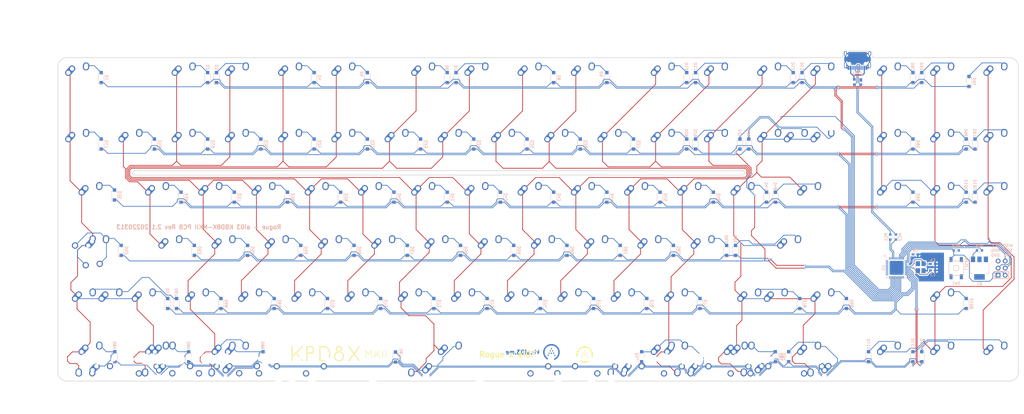
<source format=kicad_pcb>
(kicad_pcb (version 20211014) (generator pcbnew)
  (layers (0 "F.Cu" signal) (31 "B.Cu" signal) (34 "B.Paste" user) (35 "F.Paste" user) (36 "B.SilkS" user "B.Silkscreen") (37 "F.SilkS" user "F.Silkscreen") (38 "B.Mask" user) (39 "F.Mask" user) (44 "Edge.Cuts" user))
  (net 0 "")
  (net 1 "+5V")
  (net 2 "Net-(C2-Pad1)")
  (net 3 "GND")
  (net 4 "XTAL1")
  (net 5 "XTAL2")
  (net 6 "COL0")
  (net 7 "ROW0")
  (net 8 "Net-(D1-Pad2)")
  (net 9 "Net-(D2-Pad2)")
  (net 10 "Net-(D3-Pad2)")
  (net 11 "Net-(D4-Pad2)")
  (net 12 "Net-(D5-Pad2)")
  (net 13 "Net-(D6-Pad2)")
  (net 14 "Net-(D7-Pad2)")
  (net 15 "Net-(D8-Pad2)")
  (net 16 "Net-(D9-Pad2)")
  (net 17 "Net-(D10-Pad2)")
  (net 18 "Net-(D11-Pad2)")
  (net 19 "Net-(D12-Pad2)")
  (net 20 "Net-(D13-Pad2)")
  (net 21 "Net-(D14-Pad2)")
  (net 22 "ROW4")
  (net 23 "Net-(D17-Pad2)")
  (net 24 "ROW1")
  (net 25 "Net-(D18-Pad2)")
  (net 26 "Net-(D19-Pad2)")
  (net 27 "Net-(D20-Pad2)")
  (net 28 "Net-(D21-Pad2)")
  (net 29 "Net-(D22-Pad2)")
  (net 30 "Net-(D23-Pad2)")
  (net 31 "Net-(D24-Pad2)")
  (net 32 "Net-(D25-Pad2)")
  (net 33 "Net-(D26-Pad2)")
  (net 34 "Net-(D27-Pad2)")
  (net 35 "Net-(D28-Pad2)")
  (net 36 "Net-(D29-Pad2)")
  (net 37 "ROW3")
  (net 38 "ROW2")
  (net 39 "Net-(D35-Pad2)")
  (net 40 "Net-(D36-Pad2)")
  (net 41 "Net-(D37-Pad2)")
  (net 42 "Net-(D38-Pad2)")
  (net 43 "Net-(D39-Pad2)")
  (net 44 "Net-(D40-Pad2)")
  (net 45 "Net-(D41-Pad2)")
  (net 46 "Net-(D42-Pad2)")
  (net 47 "Net-(D43-Pad2)")
  (net 48 "Net-(D44-Pad2)")
  (net 49 "Net-(D45-Pad2)")
  (net 50 "Net-(D46-Pad2)")
  (net 51 "Net-(D47-Pad2)")
  (net 52 "Net-(D48-Pad2)")
  (net 53 "Net-(D53-Pad2)")
  (net 54 "Net-(D54-Pad2)")
  (net 55 "Net-(D55-Pad2)")
  (net 56 "Net-(D56-Pad2)")
  (net 57 "Net-(D57-Pad2)")
  (net 58 "Net-(D58-Pad2)")
  (net 59 "Net-(D59-Pad2)")
  (net 60 "Net-(D60-Pad2)")
  (net 61 "Net-(D61-Pad2)")
  (net 62 "Net-(D62-Pad2)")
  (net 63 "Net-(D63-Pad2)")
  (net 64 "Net-(D65-Pad2)")
  (net 65 "Net-(D66-Pad2)")
  (net 66 "Net-(D67-Pad2)")
  (net 67 "Net-(D68-Pad2)")
  (net 68 "Net-(D69-Pad2)")
  (net 69 "Net-(D70-Pad2)")
  (net 70 "Net-(D71-Pad2)")
  (net 71 "Net-(D72-Pad2)")
  (net 72 "Net-(D73-Pad2)")
  (net 73 "Net-(D74-Pad2)")
  (net 74 "Net-(D75-Pad2)")
  (net 75 "Net-(D76-Pad2)")
  (net 76 "Net-(D77-Pad2)")
  (net 77 "Net-(D78-Pad2)")
  (net 78 "ROW5")
  (net 79 "Net-(D81-Pad2)")
  (net 80 "Net-(D82-Pad2)")
  (net 81 "Net-(D84-Pad2)")
  (net 82 "Net-(D85-Pad2)")
  (net 83 "Net-(D86-Pad2)")
  (net 84 "Net-(D87-Pad2)")
  (net 85 "Net-(D91-Pad2)")
  (net 86 "Net-(D92-Pad2)")
  (net 87 "Net-(D93-Pad2)")
  (net 88 "Net-(D94-Pad2)")
  (net 89 "Net-(D95-Pad2)")
  (net 90 "Net-(D96-Pad2)")
  (net 91 "Net-(D97-Pad2)")
  (net 92 "Net-(D99-Pad2)")
  (net 93 "Net-(D100-Pad2)")
  (net 94 "Net-(D101-Pad2)")
  (net 95 "Net-(D108-Pad2)")
  (net 96 "Net-(D111-Pad2)")
  (net 97 "Net-(D112-Pad2)")
  (net 98 "Net-(D113-Pad2)")
  (net 99 "VCC")
  (net 100 "COL2")
  (net 101 "COL1")
  (net 102 "COL3")
  (net 103 "COL4")
  (net 104 "COL5")
  (net 105 "COL6")
  (net 106 "COL7")
  (net 107 "COL8")
  (net 108 "Net-(Q1-Pad1)")
  (net 109 "LEDGND")
  (net 110 "Net-(RC1-Pad2)")
  (net 111 "D-")
  (net 112 "D+")
  (net 113 "Net-(RC2-Pad1)")
  (net 114 "RESET")
  (net 115 "Net-(RC4-Pad1)")
  (net 116 "Net-(RC5-Pad1)")
  (net 117 "Net-(RC6-Pad2)")
  (net 118 "Net-(RC7-Pad2)")
  (net 119 "Net-(USB1-Pad9)")
  (net 120 "Net-(USB1-Pad3)")
  (net 121 "Net-(D30-Pad2)")
  (net 122 "Net-(D31-Pad2)")
  (net 123 "Net-(D52-Pad2)")
  (net 124 "SLOCK_IND")
  (net 125 "CAPS_IND")
  (net 126 "RGBLED")
  (net 127 "ROW9")
  (net 128 "ROW6")
  (net 129 "ROW7")
  (net 130 "ROW8")
  (net 131 "ROW10")
  (net 132 "ROW11")
  (net 133 "Net-(U1-Pad42)")
  (footprint "locallib:kbd8x-logo" (layer "F.Cu") (at 140.653 137.795)
    (fp_text reference "G***" hide)
    (fp_text value "LOGO" hide)
  )
  (footprint "MX_Alps_Hybrid:MX-1U-NoLED" (layer "F.Cu") (at 242.8875 120.65)
    (fp_text reference "MX_.1")
    (fp_text value "MX-ALPS-1U")
  )
  (footprint "MX_Alps_Hybrid:MX-1U-NoLED" (layer "F.Cu") (at 223.8375 120.65)
    (fp_text reference "MX_,1")
    (fp_text value "MX-ALPS-1U")
  )
  (footprint "MX_Alps_Hybrid:MX-1U-NoLED" (layer "F.Cu") (at 66.675 63.5)
    (fp_text reference "MX_#1")
    (fp_text value "MX-1U")
  )
  (footprint "MX_Alps_Hybrid:MX-1U-NoLED" (layer "F.Cu") (at 85.725 63.5)
    (fp_text reference "MX_#2")
    (fp_text value "MX-1U")
  )
  (footprint "MX_Alps_Hybrid:MX-1U-NoLED" (layer "F.Cu") (at 104.775 63.5)
    (fp_text reference "MX_#3")
    (fp_text value "MX-1U")
  )
  (footprint "MX_Alps_Hybrid:MX-1U-NoLED" (layer "F.Cu") (at 123.825 63.5)
    (fp_text reference "MX_#4")
    (fp_text value "MX-1U")
  )
  (footprint "MX_Alps_Hybrid:MX-1U-NoLED" (layer "F.Cu") (at 142.875 63.5)
    (fp_text reference "MX_#5")
    (fp_text value "MX-1U")
  )
  (footprint "MX_Alps_Hybrid:MX-1U-NoLED" (layer "F.Cu") (at 161.925 63.5)
    (fp_text reference "MX_#6")
    (fp_text value "MX-1U")
  )
  (footprint "MX_Alps_Hybrid:MX-1U-NoLED" (layer "F.Cu") (at 180.975 63.5)
    (fp_text reference "MX_#7")
    (fp_text value "MX-1U")
  )
  (footprint "MX_Alps_Hybrid:MX-1U-NoLED" (layer "F.Cu") (at 219.075 63.5)
    (fp_text reference "MX_#9")
    (fp_text value "MX-1U")
  )
  (footprint "MX_Alps_Hybrid:MX-1U-NoLED" (layer "F.Cu") (at 238.125 63.5)
    (fp_text reference "MX_#0_1")
    (fp_text value "MX-1U")
  )
  (footprint "MX_Alps_Hybrid:MX-1U-NoLED" (layer "F.Cu") (at 271.4625 101.6)
    (fp_text reference "MX_'1")
    (fp_text value "MX-1U")
  )
  (footprint "MX_Alps_Hybrid:MX-1U-NoLED" (layer "F.Cu") (at 257.175 63.5)
    (fp_text reference "MX_-1")
    (fp_text value "MX-1U")
  )
  (footprint "MX_Alps_Hybrid:MX-1U-NoLED" (layer "F.Cu") (at 261.9375 120.65)
    (fp_text reference "MX_/1")
    (fp_text value "MX-ALPS-1U")
  )
  (footprint "MX_Alps_Hybrid:MX-1U-NoLED" (layer "F.Cu") (at 252.4125 101.6)
    (fp_text reference "MX_;1")
    (fp_text value "MX-1U")
  )
  (footprint "MX_Alps_Hybrid:MX-1U-NoLED" (layer "F.Cu") (at 276.225 63.5)
    (fp_text reference "MX_=1")
    (fp_text value "MX-1U")
  )
  (footprint "MX_Alps_Hybrid:MX-1U-NoLED" (layer "F.Cu") (at 266.7 82.55)
    (fp_text reference "MX_[1")
    (fp_text value "MX-1U")
  )
  (footprint "MX_Alps_Hybrid:MX-1.5U-NoLED" (layer "F.Cu") (at 309.5625 82.55)
    (fp_text reference "MX_\\1")
    (fp_text value "MX-1.5U")
  )
  (footprint "MX_Alps_Hybrid:MX-1U-NoLED" (layer "F.Cu") (at 285.75 82.55)
    (fp_text reference "MX_]1")
    (fp_text value "MX-1U")
  )
  (footprint "MX_Alps_Hybrid:MX-1U-NoLED" (layer "F.Cu") (at 47.625 63.5)
    (fp_text reference "MX_`1")
    (fp_text value "MX-1U")
  )
  (footprint "MX_Alps_Hybrid:MX-1U-NoLED" (layer "F.Cu") (at 80.9625 101.6)
    (fp_text reference "MX_A1")
    (fp_text value "MX-ALPS-1U")
  )
  (footprint "MX_Alps_Hybrid:MX-1U-NoLED" (layer "F.Cu") (at 166.6875 120.65)
    (fp_text reference "MX_B1")
    (fp_text value "MX-ALPS-1U")
  )
  (footprint "MX_Alps_Hybrid:MX-2U-NoLED" (layer "F.Cu") (at 304.8 63.5)
    (fp_text reference "MX_BACK1")
    (fp_text value "MX-2U")
  )
  (footprint "MX_Alps_Hybrid:MX-1U-NoLED" (layer "F.Cu") (at 295.275 63.5)
    (fp_text reference "MX_BACK2")
    (fp_text value "MX-1U")
  )
  (footprint "MX_Alps_Hybrid:MX-1U-NoLED" (layer "F.Cu") (at 314.325 63.5)
    (fp_text reference "MX_BACK3")
    (fp_text value "MX-1U")
  )
  (footprint "MX_Alps_Hybrid:MX-1U-NoLED" (layer "F.Cu") (at 128.5875 120.65)
    (fp_text reference "MX_C1")
    (fp_text value "MX-ALPS-1U")
  )
  (footprint "MX_Alps_Hybrid:MX-1U-NoLED" (layer "F.Cu") (at 54.76875 101.6)
    (fp_text reference "MX_CLOCK1")
    (fp_text value "MX-1.75U")
  )
  (footprint "MX_Only:MXOnly-1U-NoLED" (layer "F.Cu") (at 50.00625 101.6)
    (fp_text reference "MX_CLOCK2")
    (fp_text value "MX-1.25U")
  )
  (footprint "MX_Alps_Hybrid:MX-1U-NoLED" (layer "F.Cu") (at 119.0625 101.6)
    (fp_text reference "MX_D1")
    (fp_text value "MX-1U")
  )
  (footprint "MX_Alps_Hybrid:MX-1U-NoLED" (layer "F.Cu") (at 338.1375 82.55)
    (fp_text reference "MX_DEL1")
    (fp_text value "MX-1U")
  )
  (footprint "MX_Alps_Hybrid:MX-1U-NoLED" (layer "F.Cu") (at 357.1875 139.7)
    (fp_text reference "MX_DN1")
    (fp_text value "MX-1U")
  )
  (footprint "MX_Alps_Hybrid:MX-1U-NoLED" (layer "F.Cu") (at 114.3 82.55)
    (fp_text reference "MX_E1")
    (fp_text value "MX-1U")
  )
  (footprint "MX_Alps_Hybrid:MX-1U-NoLED" (layer "F.Cu") (at 357.1875 82.55)
    (fp_text reference "MX_END1")
    (fp_text value "MX-1U")
  )
  (footprint "MX_Alps_Hybrid:MX-1U-NoLED" (layer "F.Cu") (at 47.625 39.6875)
    (fp_text reference "MX_ESC1")
    (fp_text value "MX-1U")
  )
  (footprint "MX_Alps_Hybrid:MX-1U-NoLED" (layer "F.Cu") (at 138.1125 101.6)
    (fp_text reference "MX_F1")
    (fp_text value "MX-1U")
  )
  (footprint "MX_Alps_Hybrid:MX-1U-NoLED" (layer "F.Cu") (at 85.725 39.6875)
    (fp_text reference "MX_FN1")
    (fp_text value "MX-1U")
  )
  (footprint "MX_Alps_Hybrid:MX-1U-NoLED" (layer "F.Cu") (at 104.775 39.6875)
    (fp_text reference "MX_FN2")
    (fp_text value "MX-1U")
  )
  (footprint "MX_Alps_Hybrid:MX-1U-NoLED" (layer "F.Cu") (at 123.825 39.6875)
    (fp_text reference "MX_FN3")
    (fp_text value "MX-1U")
  )
  (footprint "MX_Alps_Hybrid:MX-1U-NoLED" (layer "F.Cu") (at 142.875 39.6875)
    (fp_text reference "MX_FN4")
    (fp_text value "MX-1U")
  )
  (footprint "MX_Alps_Hybrid:MX-1U-NoLED" (layer "F.Cu") (at 171.45 39.6875)
    (fp_text reference "MX_FN5")
    (fp_text value "MX-1U")
  )
  (footprint "MX_Alps_Hybrid:MX-1U-NoLED" (layer "F.Cu") (at 190.5 39.6875)
    (fp_text reference "MX_FN6")
    (fp_text value "MX-1U")
  )
  (footprint "MX_Alps_Hybrid:MX-1U-NoLED" (layer "F.Cu") (at 209.55 39.6875)
    (fp_text reference "MX_FN7")
    (fp_text value "MX-1U")
  )
  (footprint "MX_Alps_Hybrid:MX-1U-NoLED" (layer "F.Cu") (at 228.6 39.6875)
    (fp_text reference "MX_FN8")
    (fp_text value "MX-1U")
  )
  (footprint "MX_Alps_Hybrid:MX-1U-NoLED" (layer "F.Cu") (at 257.175 39.6875)
    (fp_text reference "MX_FN9")
    (fp_text value "MX-1U")
  )
  (footprint "MX_Alps_Hybrid:MX-1U-NoLED" (layer "F.Cu") (at 276.225 39.6875)
    (fp_text reference "MX_FN10")
    (fp_text value "MX-1U")
  )
  (footprint "MX_Alps_Hybrid:MX-1U-NoLED" (layer "F.Cu") (at 295.275 39.6875)
    (fp_text reference "MX_FN11")
    (fp_text value "MX-1U")
  )
  (footprint "MX_Alps_Hybrid:MX-1U-NoLED" (layer "F.Cu") (at 314.325 39.6875)
    (fp_text reference "MX_FN12")
    (fp_text value "MX-1U")
  )
  (footprint "MX_Alps_Hybrid:MX-1U-NoLED" (layer "F.Cu") (at 157.1625 101.6)
    (fp_text reference "MX_G1")
    (fp_text value "MX-1U")
  )
  (footprint "MX_Alps_Hybrid:MX-1U-NoLED" (layer "F.Cu") (at 176.2125 101.6)
    (fp_text reference "MX_H1")
    (fp_text value "MX-1U")
  )
  (footprint "MX_Alps_Hybrid:MX-1U-NoLED" (layer "F.Cu") (at 357.1875 63.5)
    (fp_text reference "MX_HOME1")
    (fp_text value "MX-1U")
  )
  (footprint "MX_Alps_Hybrid:MX-1U-NoLED" (layer "F.Cu") (at 209.55 82.55)
    (fp_text reference "MX_I1")
    (fp_text value "MX-1U")
  )
  (footprint "MX_Alps_Hybrid:MX-1U-NoLED" (layer "F.Cu") (at 338.1375 63.5)
    (fp_text reference "MX_INS1")
    (fp_text value "MX-1U")
  )
  (footprint "MX_Alps_Hybrid:MX-1U-NoLED" (layer "F.Cu") (at 195.2625 101.6)
    (fp_text reference "MX_J1")
    (fp_text value "MX-1U")
  )
  (footprint "MX_Alps_Hybrid:MX-1U-NoLED" (layer "F.Cu") (at 214.3125 101.6)
    (fp_text reference "MX_K1")
    (fp_text value "MX-1U")
  )
  (footprint "MX_Alps_Hybrid:MX-1U-NoLED" (layer "F.Cu") (at 233.3625 101.6)
    (fp_text reference "MX_L1")
    (fp_text value "MX-1U")
  )
  (footprint "MX_Alps_Hybrid:MX-1.5U-NoLED" (layer "F.Cu") (at 100.0125 139.7)
    (fp_text reference "MX_LALT1")
    (fp_text value "MX-ALPS-1.5U")
  )
  (footprint "MX_Alps_Hybrid:MX-1.5U-NoLED" (layer "F.Cu") (at 52.3875 139.7)
    (fp_text reference "MX_LCTRL1")
    (fp_text value "MX-ALPS-1.5U")
  )
  (footprint "MX_Alps_Hybrid:MX-1U-NoLED" (layer "F.Cu") (at 338.1375 139.7)
    (fp_text reference "MX_LFT1")
    (fp_text value "MX-1U")
  )
  (footprint "MX_Alps_Hybrid:MX-1U-NoLED" (layer "F.Cu") (at 76.2 139.7)
    (fp_text reference "MX_LGUI1")
    (fp_text value "MX-ALPS-1U")
  )
  (footprint "MX_Alps_Hybrid:MX-2.25U-NoLED" (layer "F.Cu") (at 59.53125 120.65)
    (fp_text reference "MX_LSHIFT1")
    (fp_text value "MX-2.25U")
  )
  (footprint "MX_Alps_Hybrid:MX-1.25U-NoLED" (layer "F.Cu") (at 50.00625 120.65)
    (fp_text reference "MX_LSHIFT2")
    (fp_text value "MX-1.25U")
  )
  (footprint "MX_Alps_Hybrid:MX-1U-NoLED" (layer "F.Cu") (at 71.4375 120.65)
    (fp_text reference "MX_LSHIFT3")
    (fp_text value "MX-ALPS-1U")
  )
  (footprint "MX_Alps_Hybrid:MX-1U-NoLED" (layer "F.Cu") (at 204.7875 120.65)
    (fp_text reference "MX_M1")
    (fp_text value "MX-ALPS-1U")
  )
  (footprint "MX_Alps_Hybrid:MX-1U-NoLED" (layer "F.Cu") (at 185.7375 120.65)
    (fp_text reference "MX_N1")
    (fp_text value "MX-ALPS-1U")
  )
  (footprint "MX_Alps_Hybrid:MX-1U-NoLED" (layer "F.Cu") (at 228.6 82.55)
    (fp_text reference "MX_O1")
    (fp_text value "MX-1U")
  )
  (footprint "MX_Alps_Hybrid:MX-1U-NoLED" (layer "F.Cu") (at 247.65 82.55)
    (fp_text reference "MX_P1")
    (fp_text value "MX-1U")
  )
  (footprint "MX_Alps_Hybrid:MX-1U-NoLED" (layer "F.Cu") (at 376.2375 39.6875)
    (fp_text reference "MX_PAUSE1")
    (fp_text value "MX-1U")
  )
  (footprint "MX_Alps_Hybrid:MX-1U-NoLED" (layer "F.Cu") (at 376.2375 82.55)
    (fp_text reference "MX_PGDN1")
    (fp_text value "MX-1U")
  )
  (footprint "MX_Alps_Hybrid:MX-1U-NoLED" (layer "F.Cu") (at 376.2375 63.5)
    (fp_text reference "MX_PGUP1")
    (fp_text value "MX-1U")
  )
  (footprint "MX_Alps_Hybrid:MX-1U-NoLED" (layer "F.Cu") (at 338.1375 39.6875)
    (fp_text reference "MX_PRINT1")
    (fp_text value "MX-1U")
  )
  (footprint "MX_Alps_Hybrid:MX-1U-NoLED" (layer "F.Cu") (at 76.2 82.55)
    (fp_text reference "MX_Q1")
    (fp_text value "MX-1U")
  )
  (footprint "MX_Alps_Hybrid:MX-1U-NoLED" (layer "F.Cu") (at 133.35 82.55)
    (fp_text reference "MX_R1")
    (fp_text value "MX-1U")
  )
  (footprint "MX_Alps_Hybrid:MX-1.5U-NoLED" (layer "F.Cu") (at 261.9375 139.7)
    (fp_text reference "MX_RALT1")
    (fp_text value "MX-ALPS-1.5U")
  )
  (footprint "MX_Alps_Hybrid:MX-1.5U-NoLED" (layer "F.Cu") (at 309.5625 139.7)
    (fp_text reference "MX_RCTRL1")
    (fp_text value "MX-ALPS-1.5U")
  )
  (footprint "MX_Alps_Hybrid:MX-2.25U-NoLED" (layer "F.Cu") (at 302.41875 101.6)
    (fp_text reference "MX_RETURN1")
    (fp_text value "MX-2.25U")
  )
  (footprint "MX_Alps_Hybrid:MX-1U-NoLED" (layer "F.Cu") (at 285.75 139.7)
    (fp_text reference "MX_RGUI1")
    (fp_text value "MX-ALPS-1U")
  )
  (footprint "MX_Alps_Hybrid:MX-2.75U-NoLED" (layer "F.Cu") (at 297.65625 120.65)
    (fp_text reference "MX_RSHIFT1")
    (fp_text value "MX-2.75U")
  )
  (footprint "MX_Alps_Hybrid:MX-1.75U-NoLED" (layer "F.Cu") (at 288.13125 120.65)
    (fp_text reference "MX_RSHIFT2")
    (fp_text value "MX-1.75U")
  )
  (footprint "MX_Alps_Hybrid:MX-1U-NoLED" (layer "F.Cu") (at 314.325 120.65)
    (fp_text reference "MX_RSHIFT3")
    (fp_text value "MX-1U")
  )
  (footprint "MX_Alps_Hybrid:MX-1U-NoLED" (layer "F.Cu") (at 376.2375 139.7)
    (fp_text reference "MX_RT1")
    (fp_text value "MX-1U")
  )
  (footprint "MX_Alps_Hybrid:MX-1U-NoLED" (layer "F.Cu") (at 100.0125 101.6)
    (fp_text reference "MX_S1")
    (fp_text value "MX-1U")
  )
  (footprint "MX_Alps_Hybrid:MX-7U-ReversedStabilizers-NoLED" (layer "F.Cu") (at 180.975 139.7)
    (fp_text reference "MX_SP2")
    (fp_text value "MX-7U")
  )
  (footprint "MX_Alps_Hybrid:MX-1U-NoLED" (layer "F.Cu") (at 152.4 82.55)
    (fp_text reference "MX_T1")
    (fp_text value "MX-1U")
  )
  (footprint "MX_Alps_Hybrid:MX-1U-NoLED" (layer "F.Cu") (at 190.5 82.55)
    (fp_text reference "MX_U1")
    (fp_text value "MX-1U")
  )
  (footprint "MX_Alps_Hybrid:MX-1U-NoLED" (layer "F.Cu") (at 357.1875 120.65)
    (fp_text reference "MX_UP1")
    (fp_text value "MX-1U")
  )
  (footprint "MX_Alps_Hybrid:MX-1U-NoLED" (layer "F.Cu") (at 147.6375 120.65)
    (fp_text reference "MX_V1")
    (fp_text value "MX-ALPS-1U")
  )
  (footprint "MX_Alps_Hybrid:MX-1U-NoLED" (layer "F.Cu") (at 95.25 82.55)
    (fp_text reference "MX_W1")
    (fp_text value "MX-1U")
  )
  (footprint "MX_Alps_Hybrid:MX-1U-NoLED" (layer "F.Cu") (at 109.5375 120.65)
    (fp_text reference "MX_X1")
    (fp_text value "MX-ALPS-1U")
  )
  (footprint "MX_Alps_Hybrid:MX-1U-NoLED" (layer "F.Cu") (at 171.45 82.55)
    (fp_text reference "MX_Y1")
    (fp_text value "MX-1U")
  )
  (footprint "MX_Alps_Hybrid:MX-1U-NoLED" (layer "F.Cu") (at 90.4875 120.65)
    (fp_text reference "MX_Z1")
    (fp_text value "MX-ALPS-1U")
  )
  (footprint "locallib:ai-ring-6mm" (layer "F.Cu") (at 228.6 138.1125)
    (fp_text reference "G***" hide)
    (fp_text value "LOGO" hide)
  )
  (footprint "MX_Alps_Hybrid:MX-1U-NoLED" (layer "F.Cu") (at 200.025 63.5)
    (fp_text reference "MX_#8")
    (fp_text value "MX-1U")
  )
  (footprint "MX_Alps_Hybrid:MX-1.5U-NoLED" (layer "F.Cu") (at 52.3875 82.55)
    (fp_text reference "MX_TAB1")
    (fp_text value "MX-1.5U")
  )
  (footprint "MX_Alps_Hybrid:MX-1U-NoLED" (layer "F.Cu") (at 357.1875 39.6875)
    (fp_text reference "MX_SLOCK1")
    (fp_text value "MX-1U")
  )
  (footprint "MX_Only:MXOnly-1.25U-NoLED" (layer "F.Cu") (at 221.354992 139.7698 180)
    (fp_text reference "MX_LCTRL1")
    (fp_text value "MX-ALPS-1.5U")
  )
  (footprint "MX_Only:MXOnly-1U-NoLED" (layer "F.Cu") (at 71.604918 139.814598 180)
    (fp_text reference "MX_LGUI1")
    (fp_text value "MX-ALPS-1U")
  )
  (footprint "Alps_Only:ALPS-1U" (layer "F.Cu") (at 52.538059 101.61281 180)
    (fp_text reference "MX_CLOCK2")
    (fp_text value "MX-1.25U")
  )
  (footprint "MX_Alps_Hybrid:MX-1.25U-NoLED" (layer "F.Cu") (at 288.075919 139.699651 180)
    (fp_text reference "MX_RCTRL1")
    (fp_text value "MX-ALPS-1.5U")
  )
  (footprint "MX_Only:MXOnly-1.25U-NoLED" (layer "F.Cu") (at 309.652689 139.806989 180)
    (fp_text reference "MX_RCTRL1")
    (fp_text value "MX-ALPS-1.5U")
  )
  (footprint "MX_Only:MXOnly-1.25U-NoLED" (layer "F.Cu") (at 311.996913 139.7698 180)
    (fp_text reference "MX_LCTRL1")
    (fp_text value "MX-ALPS-1.5U")
  )
  (footprint "MX_Only:MXOnly-1.25U-NoLED" (layer "F.Cu") (at 107.494605 139.740336 180)
    (fp_text reference "MX_LCTRL1")
    (fp_text value "MX-ALPS-1.5U")
  )
  (footprint "MX_Alps_Hybrid:MX-1.25U-NoLED" (layer "F.Cu") (at 78.577913 139.7)
    (fp_text reference "MX_LGUI2")
    (fp_text value "MX-ALPS-1.25U")
  )
  (footprint "MX_Only:MXOnly-1U-NoLED" (layer "F.Cu") (at 114.586086 139.7698 180)
    (fp_text reference "MX_LGUI1")
    (fp_text value "MX-ALPS-1U")
  )
  (footprint "MX_Alps_Hybrid:MX-6.5U-ReversedStabilizers-NoLED" (layer "F.Cu") (at 180.975 139.7)
    (fp_text reference "MX_SP2")
    (fp_text value "MX-7U")
  )
  (footprint "MX_Only:MXOnly-1.25U-NoLED" (layer "F.Cu") (at 211.739657 139.806989 180)
    (fp_text reference "MX_LCTRL1")
    (fp_text value "MX-ALPS-1.5U")
  )
  (footprint "MX_Alps_Hybrid:MX-1.25U-NoLED" (layer "F.Cu") (at 311.927967 139.710515 180)
    (fp_text reference "MX_RCTRL1")
    (fp_text value "MX-ALPS-1.5U")
  )
  (footprint "MX_Only:MXOnly-1.25U-NoLED" (layer "F.Cu") (at 131.422977 139.806989 180)
    (fp_text reference "MX_LCTRL1")
    (fp_text value "MX-ALPS-1.5U")
  )
  (footprint "MX_Alps_Hybrid:MX-1.25U-NoLED" (layer "F.Cu") (at 97.621001 139.743313 180)
    (fp_text reference "MX_LCTRL1")
    (fp_text value "MX-ALPS-1.5U")
  )
  (footprint "MX_Alps_Hybrid:MX-1.25U-NoLED" (layer "F.Cu") (at 264.310779 139.7 180)
    (fp_text reference "MX_RCTRL")
    (fp_text value "MX-ALPS-1.5U")
  )
  (footprint "MX_Only:MXOnly-1.25U-NoLED" (layer "F.Cu") (at 93.083441 139.7698 180)
    (fp_text reference "MX_LCTRL1")
    (fp_text value "MX-ALPS-1.5U")
  )
  (footprint "MX_Alps_Hybrid:MX-1.25U-NoLED" (layer "F.Cu") (at 50.017173 139.704928 180)
    (fp_text reference "MX_LCTRL1")
    (fp_text value "MX-ALPS-1.5U")
  )
  (footprint "MX_Alps_Hybrid:MX-6.25U-NoLED" (layer "F.Cu") (at 169.076182 139.750951 180)
    (fp_text reference "MX_SP2")
    (fp_text value "MX-7U")
  )
  (footprint "MX_Alps_Hybrid:MX-1.25U-NoLED" (layer "F.Cu") (at 240.454387 139.7 180)
    (fp_text reference "MX_RCTRL1")
    (fp_text value "MX-ALPS-1.5U")
  )
  (footprint "MX_Alps_Hybrid:MX-3U-ReversedStabilizers-NoLED" (layer "F.Cu") (at 171.847928 139.931481)
    (fp_text reference "MX_SP2")
    (fp_text value "MX-7U")
  )
  (footprint "MX_Only:MXOnly-1.25U-NoLED" (layer "F.Cu") (at 83.566233 139.740336 180)
    (fp_text reference "MX_LCTRL1")
    (fp_text value "MX-ALPS-1.5U")
  )
  (footprint "MX_Only:MXOnly-1.25U-NoLED" (layer "F.Cu") (at 50.102272 139.814598 180)
    (fp_text reference "MX_LCTRL1")
    (fp_text value "MX-ALPS-1.5U")
  )
  (footprint "MX_Only:MXOnly-1.25U-NoLED" (layer "F.Cu") (at 283.391467 139.806989 180)
    (fp_text reference "MX_LCTRL1")
    (fp_text value "MX-ALPS-1.5U")
  )
  (footprint "MX_Alps_Hybrid:MX-1.5U-NoLED" (layer "F.Cu") (at 257.165295 139.691015)
    (fp_text reference "MX_RALT2")
    (fp_text value "MX-ALPS-1.5U")
  )
  (footprint "MX_Only:MXOnly-1.25U-NoLED" (layer "F.Cu") (at 245.173307 139.7698 180)
    (fp_text reference "MX_LCTRL1")
    (fp_text value "MX-ALPS-1.5U")
  )
  (footprint "MX_Only:MXOnly-1.25U-NoLED" (layer "F.Cu") (at 269.074324 139.7698 180)
    (fp_text reference "MX_LCTRL1")
    (fp_text value "MX-ALPS-1.5U")
  )
  (footprint "MX_Alps_Hybrid:MX-1.5U-NoLED" (layer "F.Cu") (at 104.763937 139.713466)
    (fp_text reference "MX_LALT2")
    (fp_text value "MX-ALPS-1.5U")
  )
  (footprint "MX_Only:MXOnly-1.25U-NoLED" (layer "F.Cu") (at 259.529748 139.806989 180)
    (fp_text reference "MX_LCTRL1")
    (fp_text value "MX-ALPS-1.5U")
  )
  (footprint "MX_Alps_Hybrid:MX-1.25U-NoLED" (layer "F.Cu") (at 283.355251 139.713777)
    (fp_text reference "MX_RGUI2")
    (fp_text value "MX-ALPS-1.25U")
  )
  (footprint "MX_Alps_Hybrid:MX-1.25U-NoLED" (layer "F.Cu") (at 73.802269 139.722632 180)
    (fp_text reference "MX_LCTRL1")
    (fp_text value "MX-ALPS-1.5U")
  )
  (footprint "MX_Only:MXOnly-1U-NoLED" (layer "F.Cu") (at 290.47742 139.762141 180)
    (fp_text reference "MX_LGUI1")
    (fp_text value "MX-ALPS-1U")
  )
  (footprint "MX_Only:MXOnly-1.25U-NoLED" (layer "F.Cu") (at 235.668029 139.806989 180)
    (fp_text reference "MX_LCTRL1")
    (fp_text value "MX-ALPS-1.5U")
  )
  (footprint "MX_Only:MXOnly-1.75U-NoLED" (layer "F.Cu") (at 54.905508 139.740336 180)
    (fp_text reference "MX_LCTRL1")
    (fp_text value "MX-ALPS-1.5U")
  )
  (footprint "TO_SOT_Packages_SMD:SOT-223-3_TabPin2" (layer "B.Cu") (at 369.8875 107.15625 -90)
    (fp_text reference "Q1")
    (fp_text value "DSS60601MZ4-13")
  )
  (footprint "locallib:SOT143B" (layer "B.Cu") (at 326.263 40.48125 -90)
    (fp_text reference "U2")
    (fp_text value "PRTR5V0U2X")
  )
  (footprint "Type-C:HRO-TYPE-C-31-M-12-Assembly" (layer "B.Cu") (at 326.23125 27.687125)
    (fp_text reference "USB1")
    (fp_text value "HRO-TYPE-C-31-M-12")
  )
  (footprint "random-keyboard-parts:Reset_Pretty-Mask" (layer "B.Cu") (at 377.825 107.15625 180)
    (fp_text reference "J1")
    (fp_text value "AVR-ISP-6")
  )
  (footprint "random-keyboard-parts:SKQG-1155865" (layer "B.Cu") (at 361.553125 107.15625 -90)
    (fp_text reference "SW1")
    (fp_text value "SW_Push")
  )
  (footprint "locallib:ai-ring-6mm-FancyAss-Mask" (layer "B.Cu") (at 216.69375 137.31875 180)
    (fp_text reference "G***" hide)
    (fp_text value "LOGO" hide)
  )
  (footprint "locallib:ai-ring-6mm-FancyAss" (layer "B.Cu") (at 216.69375 137.31875 180)
    (fp_text reference "G***" hide)
    (fp_text value "LOGO" hide)
  )
  (footprint "locallib:C_0603" (layer "B.Cu") (at 353.187 105.664)
    (fp_text reference "C4")
    (fp_text value "22pF")
  )
  (footprint "locallib:C_0603" (layer "B.Cu") (at 346.964 102.235 180)
    (fp_text reference "C8")
    (fp_text value "0.1uF")
  )
  (footprint "locallib:D_SOD-123" (layer "B.Cu") (at 55.5625 38.89375 90)
    (fp_text reference "D1")
    (fp_text value "SOD-323")
  )
  (footprint "locallib:D_SOD-123" (layer "B.Cu") (at 93.6625 38.89375 90)
    (fp_text reference "D2")
    (fp_text value "SOD-323")
  )
  (footprint "locallib:D_SOD-123" (layer "B.Cu") (at 96.8375 38.89375 90)
    (fp_text reference "D3")
    (fp_text value "SOD-323")
  )
  (footprint "locallib:D_SOD-123" (layer "B.Cu") (at 131.7625 38.89375 90)
    (fp_text reference "D4")
    (fp_text value "SOD-323")
  )
  (footprint "locallib:D_SOD-123" (layer "B.Cu") (at 179.3875 38.89375 90)
    (fp_text reference "D6")
    (fp_text value "SOD-323")
  )
  (footprint "locallib:D_SOD-123" (layer "B.Cu") (at 182.5625 38.89375 90)
    (fp_text reference "D7")
    (fp_text value "SOD-323")
  )
  (footprint "locallib:D_SOD-123" (layer "B.Cu") (at 217.4875 38.89375 90)
    (fp_text reference "D8")
    (fp_text value "SOD-323")
  )
  (footprint "locallib:D_SOD-123" (layer "B.Cu") (at 236.5375 38.89375 90)
    (fp_text reference "D9")
    (fp_text value "SOD-323")
  )
  (footprint "locallib:D_SOD-123" (layer "B.Cu") (at 265.1125 38.89375 90)
    (fp_text reference "D10")
    (fp_text value "SOD-323")
  )
  (footprint "locallib:D_SOD-123" (layer "B.Cu") (at 268.2875 38.89375 90)
    (fp_text reference "D11")
    (fp_text value "SOD-323")
  )
  (footprint "locallib:D_SOD-123" (layer "B.Cu") (at 303.2125 38.89375 90)
    (fp_text reference "D12")
    (fp_text value "SOD-323")
  )
  (footprint "locallib:D_SOD-123" (layer "B.Cu") (at 306.3875 38.89375 90)
    (fp_text reference "D13")
    (fp_text value "SOD-323")
  )
  (footprint "locallib:D_SOD-123" (layer "B.Cu") (at 79.375 119.85625 90)
    (fp_text reference "D14")
    (fp_text value "SOD-323")
  )
  (footprint "locallib:D_SOD-123" (layer "B.Cu") (at 55.5625 62.70625 90)
    (fp_text reference "D17")
    (fp_text value "SOD-323")
  )
  (footprint "locallib:D_SOD-123" (layer "B.Cu") (at 74.6125 62.70625 90)
    (fp_text reference "D18")
    (fp_text value "SOD-323")
  )
  (footprint "locallib:D_SOD-123" (layer "B.Cu") (at 93.6625 62.70625 90)
    (fp_text reference "D19")
    (fp_text value "SOD-323")
  )
  (footprint "locallib:D_SOD-123" (layer "B.Cu") (at 112.7125 62.70625 90)
    (fp_text reference "D20")
    (fp_text value "SOD-323")
  )
  (footprint "locallib:D_SOD-123" (layer "B.Cu") (at 131.7625 62.70625 90)
    (fp_text reference "D21")
    (fp_text value "SOD-323")
  )
  (footprint "locallib:D_SOD-123" (layer "B.Cu") (at 150.8125 62.70625 90)
    (fp_text reference "D22")
    (fp_text value "SOD-323")
  )
  (footprint "locallib:D_SOD-123" (layer "B.Cu") (at 169.8625 62.70625 90)
    (fp_text reference "D23")
    (fp_text value "SOD-323")
  )
  (footprint "locallib:D_SOD-123" (layer "B.Cu") (at 188.9125 62.70625 90)
    (fp_text reference "D24")
    (fp_text value "SOD-323")
  )
  (footprint "locallib:D_SOD-123" (layer "B.Cu") (at 207.9625 62.70625 90)
    (fp_text reference "D25")
    (fp_text value "SOD-323")
  )
  (footprint "locallib:D_SOD-123" (layer "B.Cu") (at 227.0125 62.70625 90)
    (fp_text reference "D26")
    (fp_text value "SOD-323")
  )
  (footprint "locallib:D_SOD-123" (layer "B.Cu") (at 246.0625 62.70625 90)
    (fp_text reference "D27")
    (fp_text value "SOD-323")
  )
  (footprint "locallib:D_SOD-123" (layer "B.Cu") (at 265.1125 62.70625 90)
    (fp_text reference "D28")
    (fp_text value "SOD-323")
  )
  (footprint "locallib:D_SOD-123" (layer "B.Cu") (at 268.2875 62.70625 90)
    (fp_text reference "D29")
    (fp_text value "SOD-323")
  )
  (footprint "locallib:D_SOD-123" (layer "B.Cu") (at 287.3375 62.70625 90)
    (fp_text reference "D30")
    (fp_text value "SOD-323")
  )
  (footprint "locallib:D_SOD-123" (layer "B.Cu") (at 284.1625 62.70625 90)
    (fp_text reference "D31")
    (fp_text value "SOD-323")
  )
  (footprint "locallib:D_SOD-123" (layer "B.Cu") (at 60.325 80.9625 90)
    (fp_text reference "D35")
    (fp_text value "SOD-323")
  )
  (footprint "locallib:D_SOD-123" (layer "B.Cu") (at 84.1375 81.75625 90)
    (fp_text reference "D36")
    (fp_text value "SOD-323")
  )
  (footprint "locallib:D_SOD-123" (layer "B.Cu") (at 103.1875 81.75625 90)
    (fp_text reference "D37")
    (fp_text value "SOD-323")
  )
  (footprint "locallib:D_SOD-123" (layer "B.Cu") (at 122.2375 81.75625 90)
    (fp_text reference "D38")
    (fp_text value "SOD-323")
  )
  (footprint "locallib:D_SOD-123" (layer "B.Cu") (at 141.2875 81.75625 90)
    (fp_text reference "D39")
    (fp_text value "SOD-323")
  )
  (footprint "locallib:D_SOD-123" (layer "B.Cu") (at 160.3375 81.75625 90)
    (fp_text reference "D40")
    (fp_text value "SOD-323")
  )
  (footprint "locallib:D_SOD-123" (layer "B.Cu") (at 179.3875 81.75625 90)
    (fp_text reference "D41")
    (fp_text value "SOD-323")
  )
  (footprint "locallib:D_SOD-123" (layer "B.Cu") (at 198.4375 81.75625 90)
    (fp_text reference "D42")
    (fp_text value "SOD-323")
  )
  (footprint "locallib:D_SOD-123" (layer "B.Cu") (at 217.4875 81.75625 90)
    (fp_text reference "D43")
    (fp_text value "SOD-323")
  )
  (footprint "locallib:D_SOD-123" (layer "B.Cu") (at 236.5375 81.75625 90)
    (fp_text reference "D44")
    (fp_text value "SOD-323")
  )
  (footprint "locallib:D_SOD-123" (layer "B.Cu") (at 255.5875 81.75625 90)
    (fp_text reference "D45")
    (fp_text value "SOD-323")
  )
  (footprint "locallib:D_SOD-123" (layer "B.Cu") (at 274.6375 81.75625 90)
    (fp_text reference "D46")
    (fp_text value "SOD-323")
  )
  (footprint "locallib:D_SOD-123" (layer "B.Cu") (at 293.6875 81.75625 90)
    (fp_text reference "D47")
    (fp_text value "SOD-323")
  )
  (footprint "locallib:D_SOD-123" (layer "B.Cu") (at 296.8625 81.75625 90)
    (fp_text reference "D48")
    (fp_text value "SOD-323")
  )
  (footprint "locallib:D_SOD-123" (layer "B.Cu") (at 62.70625 100.80625 90)
    (fp_text reference "D52")
    (fp_text value "SOD-323")
  )
  (footprint "locallib:D_SOD-123" (layer "B.Cu") (at 88.9 100.80625 90)
    (fp_text reference "D53")
    (fp_text value "SOD-323")
  )
  (footprint "locallib:D_SOD-123" (layer "B.Cu") (at 107.95 100.80625 90)
    (fp_text reference "D54")
    (fp_text value "SOD-323")
  )
  (footprint "locallib:D_SOD-123" (layer "B.Cu") (at 127 100.80625 90)
    (fp_text reference "D55")
    (fp_text value "SOD-323")
  )
  (footprint "locallib:D_SOD-123" (layer "B.Cu") (at 146.05 100.80625 90)
    (fp_text reference "D56")
    (fp_text value "SOD-323")
  )
  (footprint "locallib:D_SOD-123" (layer "B.Cu") (at 165.1 100.80625 90)
    (fp_text reference "D57")
    (fp_text value "SOD-323")
  )
  (footprint "locallib:D_SOD-123" (layer "B.Cu") (at 184.15 100.80625 90)
    (fp_text reference "D58")
    (fp_text value "SOD-323")
  )
  (footprint "locallib:D_SOD-123" (layer "B.Cu") (at 203.2 100.80625 90)
    (fp_text reference "D59")
    (fp_text value "SOD-323")
  )
  (footprint "locallib:D_SOD-123" (layer "B.Cu") (at 222.25 100.80625 90)
    (fp_text reference "D60")
    (fp_text value "SOD-323")
  )
  (footprint "locallib:D_SOD-123" (layer "B.Cu") (at 241.3 100.80625 90)
    (fp_text reference "D61")
    (fp_text value "SOD-323")
  )
  (footprint "locallib:D_SOD-123" (layer "B.Cu") (at 260.35 100.80625 90)
    (fp_text reference "D62")
    (fp_text value "SOD-323")
  )
  (footprint "locallib:D_SOD-123" (layer "B.Cu") (at 279.4 100.80625 90)
    (fp_text reference "D63")
    (fp_text value "SOD-323")
  )
  (footprint "locallib:D_SOD-123" (layer "B.Cu") (at 282.575 100.80625 90)
    (fp_text reference "D65")
    (fp_text value "SOD-323")
  )
  (footprint "locallib:D_SOD-123" (layer "B.Cu") (at 322.2625 119.85625 90)
    (fp_text reference "D66")
    (fp_text value "SOD-323")
  )
  (footprint "locallib:D_SOD-123" (layer "B.Cu") (at 82.55 119.85625 90)
    (fp_text reference "D67")
    (fp_text value "SOD-323")
  )
  (footprint "locallib:D_SOD-123" (layer "B.Cu") (at 98.425 119.85625 90)
    (fp_text reference "D68")
    (fp_text value "SOD-323")
  )
  (footprint "locallib:D_SOD-123" (layer "B.Cu") (at 117.475 119.85625 90)
    (fp_text reference "D69")
    (fp_text value "SOD-323")
  )
  (footprint "locallib:D_SOD-123" (layer "B.Cu") (at 136.525 119.85625 90)
    (fp_text reference "D70")
    (fp_text value "SOD-323")
  )
  (footprint "locallib:D_SOD-123" (layer "B.Cu") (at 155.575 119.85625 90)
    (fp_text reference "D71")
    (fp_text value "SOD-323")
  )
  (footprint "locallib:D_SOD-123" (layer "B.Cu") (at 174.625 119.85625 90)
    (fp_text reference "D72")
    (fp_text value "SOD-323")
  )
  (footprint "locallib:D_SOD-123" (layer "B.Cu") (at 193.675 119.85625 90)
    (fp_text reference "D73")
    (fp_text value "SOD-323")
  )
  (footprint "locallib:D_SOD-123" (layer "B.Cu") (at 212.725 119.85625 90)
    (fp_text reference "D74")
    (fp_text value "SOD-323")
  )
  (footprint "locallib:D_SOD-123" (layer "B.Cu") (at 231.775 119.85625 90)
    (fp_text reference "D75")
    (fp_text value "SOD-323")
  )
  (footprint "locallib:D_SOD-123" (layer "B.Cu") (at 250.825 119.85625 90)
    (fp_text reference "D76")
    (fp_text value "SOD-323")
  )
  (footprint "locallib:D_SOD-123" (layer "B.Cu") (at 269.875 119.85625 90)
    (fp_text reference "D77")
    (fp_text value "SOD-323")
  )
  (footprint "locallib:D_SOD-123" (layer "B.Cu") (at 305.59375 119.85625 90)
    (fp_text reference "D78")
    (fp_text value "SOD-323")
  )
  (footprint "locallib:D_SOD-123" (layer "B.Cu") (at 296.8 138.90625 90)
    (fp_text reference "D81")
    (fp_text value "SOD-323")
  )
  (footprint "locallib:D_SOD-123" (layer "B.Cu") (at 301.625 138.90625 90)
    (fp_text reference "D82")
    (fp_text value "SOD-323")
  )
  (footprint "locallib:D_SOD-123" (layer "B.Cu") (at 60.458141 138.90625 90)
    (fp_text reference "D84")
    (fp_text value "SOD-323")
  )
  (footprint "locallib:D_SOD-123" (layer "B.Cu") (at 86.89189 138.920181 90)
    (fp_text reference "D85")
    (fp_text value "SOD-323")
  )
  (footprint "locallib:D_SOD-123" (layer "B.Cu") (at 113.480412 138.920181 90)
    (fp_text reference "D86")
    (fp_text value "SOD-323")
  )
  (footprint "locallib:D_SOD-123" (layer "B.Cu") (at 160.893504 139.023282 90)
    (fp_text reference "D87")
    (fp_text value "SOD-323")
  )
  (footprint "locallib:D_SOD-123" (layer "B.Cu") (at 249 138.90625 90)
    (fp_text reference "D91")
    (fp_text value "SOD-323")
  )
  (footprint "locallib:D_SOD-123" (layer "B.Cu") (at 346.075 38.89375 90)
    (fp_text reference "D92")
    (fp_text value "SOD-323")
  )
  (footprint "locallib:D_SOD-123" (layer "B.Cu") (at 349.25 38.89375 90)
    (fp_text reference "D93")
    (fp_text value "SOD-323")
  )
  (footprint "locallib:D_SOD-123" (layer "B.Cu") (at 366.138236 40.28703 90)
    (fp_text reference "D94")
    (fp_text value "SOD-323")
  )
  (footprint "locallib:D_SOD-123" (layer "B.Cu") (at 346.075 62.70625 90)
    (fp_text reference "D95")
    (fp_text value "SOD-323")
  )
  (footprint "locallib:D_SOD-123" (layer "B.Cu") (at 365.125 62.70625 90)
    (fp_text reference "D96")
    (fp_text value "SOD-323")
  )
  (footprint "locallib:D_SOD-123" (layer "B.Cu") (at 368.3 62.70625 90)
    (fp_text reference "D97")
    (fp_text value "SOD-323")
  )
  (footprint "locallib:D_SOD-123" (layer "B.Cu") (at 346.075 81.75625 90)
    (fp_text reference "D99")
    (fp_text value "SOD-323")
  )
  (footprint "locallib:D_SOD-123" (layer "B.Cu") (at 365.125 81.75625 90)
    (fp_text reference "D100")
    (fp_text value "SOD-323")
  )
  (footprint "locallib:D_SOD-123" (layer "B.Cu") (at 368.3 81.75625 90)
    (fp_text reference "D101")
    (fp_text value "SOD-323")
  )
  (footprint "locallib:D_SOD-123" (layer "B.Cu") (at 365.125 119.85625 90)
    (fp_text reference "D108")
    (fp_text value "SOD-323")
  )
  (footprint "locallib:D_SOD-123" (layer "B.Cu") (at 330.2 138.90625 90)
    (fp_text reference "D111")
    (fp_text value "SOD-323")
  )
  (footprint "locallib:D_SOD-123" (layer "B.Cu") (at 349.25 138.90625 90)
    (fp_text reference "D112")
    (fp_text value "SOD-323")
  )
  (footprint "locallib:D_SOD-123" (layer "B.Cu") (at 346.075 138.90625 90)
    (fp_text reference "D113")
    (fp_text value "SOD-323")
  )
  (footprint "locallib:R_0603" (layer "B.Cu") (at 337.947 96.012 90)
    (fp_text reference "RC1")
    (fp_text value "22")
  )
  (footprint "locallib:R_0603" (layer "B.Cu") (at 339.979 96.012 -90)
    (fp_text reference "RC2")
    (fp_text value "22")
  )
  (footprint "locallib:R_0603" (layer "B.Cu") (at 361.553125 100.80625 180)
    (fp_text reference "RC3")
    (fp_text value "10k")
  )
  (footprint "locallib:R_0603" (layer "B.Cu") (at 369.8875 100.80625 180)
    (fp_text reference "RC5")
    (fp_text value "1.5k")
  )
  (footprint "locallib:Crystal_SMD_3225-4pin_3.2x2.5mm" (layer "B.Cu") (at 348.869 106.807 90)
    (fp_text reference "Y1")
    (fp_text value "16MHz")
  )
  (footprint "locallib:C_0603" (layer "B.Cu") (at 353.187 107.95)
    (fp_text reference "C3")
    (fp_text value "22pF")
  )
  (footprint "locallib:QFN-44-1EP_7x7mm_Pitch0.5mm" (layer "B.Cu") (at 340.217125 107.045125 -90)
    (fp_text reference "U1")
    (fp_text value "ATmega32U4-MU")
  )
  (footprint "locallib:D_SOD-123" (layer "B.Cu") (at 150.8125 38.89375 90)
    (fp_text reference "D5")
    (fp_text value "SOD-323")
  )
  (gr_arc (start 284.95625 72.23125) (mid 285.75 73.025) (end 284.95625 73.81875) (layer "Edge.Cuts") (width 0.2))
  (gr_arc (start 332.184375 31.75) (mid 331.623109 31.517516) (end 331.390625 30.95625) (layer "Edge.Cuts") (width 0.2))
  (gr_line (start 321.071875 30.1625) (end 321.071875 30.95625) (layer "Edge.Cuts") (width 0.2))
  (gr_line (start 67.46875 73.81875) (end 284.95625 73.81875) (layer "Edge.Cuts") (width 0.2))
  (gr_line (start 284.95625 72.23125) (end 67.46875 72.23125) (layer "Edge.Cuts") (width 0.2))
  (gr_line (start 383.778125 34.925) (end 383.778125 144.4625) (layer "Edge.Cuts") (width 0.2))
  (gr_line (start 332.184375 31.75) (end 380.603125 31.75) (layer "Edge.Cuts") (width 0.2))
  (gr_line (start 380.603125 147.6375) (end 43.259375 147.6375) (layer "Edge.Cuts") (width 0.2))
  (gr_line (start 40.084375 144.4625) (end 40.084375 34.925) (layer "Edge.Cuts") (width 0.2))
  (gr_arc (start 383.778125 144.4625) (mid 382.848189 146.707564) (end 380.603125 147.6375) (layer "Edge.Cuts") (width 0.2))
  (gr_arc (start 43.259375 147.6375) (mid 41.014311 146.707564) (end 40.084375 144.4625) (layer "Edge.Cuts") (width 0.2))
  (gr_line (start 331.390625 30.1625) (end 331.390625 30.95625) (layer "Edge.Cuts") (width 0.2))
  (gr_line (start 43.259375 31.75) (end 320.278125 31.75) (layer "Edge.Cuts") (width 0.2))
  (gr_arc (start 67.46875 73.81875) (mid 66.675 73.025) (end 67.46875 72.23125) (layer "Edge.Cuts") (width 0.2))
  (gr_arc (start 321.071875 30.95625) (mid 320.839391 31.517516) (end 320.278125 31.75) (layer "Edge.Cuts") (width 0.2))
  (gr_arc (start 380.603125 31.75) (mid 382.848189 32.679936) (end 383.778125 34.925) (layer "Edge.Cuts") (width 0.2))
  (gr_arc (start 321.071875 30.1625) (mid 321.304359 29.601234) (end 321.865625 29.36875) (layer "Edge.Cuts") (width 0.2))
  (gr_arc (start 40.084375 34.925) (mid 41.014311 32.679936) (end 43.259375 31.75) (layer "Edge.Cuts") (width 0.2))
  (gr_line (start 321.865625 29.36875) (end 330.596875 29.36875) (layer "Edge.Cuts") (width 0.2))
  (gr_arc (start 330.596875 29.36875) (mid 331.158141 29.601234) (end 331.390625 30.1625) (layer "Edge.Cuts") (width 0.2))
  (gr_text "kb.ai03.me" (at 206.375 137.31875) (layer "B.Cu") (effects (font (size 1.5 1.5) (thickness 0.3)) (justify mirror)))
  (gr_text "Rogue - ai03 KBD8X-MKII PCB Rev 2.1 20220313" (at 90.4875 92.456) (layer "B.SilkS") (effects (font (size 1.5 1.5) (thickness 0.3)) (justify mirror)))
  (gr_text "RESET" (at 365.252 105.664 90) (layer "B.SilkS") (effects (font (size 1 1)) (justify mirror)))
  (gr_text "Rogue x ai03" (at 201 138.1125) (layer "F.SilkS") (effects (font (size 2 2) (thickness 0.4))))
  (segment (start 347.869 108.057) (end 347.213875 108.057) (width 0.254) (layer "B.Cu") (net 4))
  (segment (start 347.869 108.057) (end 347.869 108.728) (width 0.254) (layer "B.Cu") (net 4))
  (segment (start 348.615 109.474) (end 351.028 109.474) (width 0.254) (layer "B.Cu") (net 4))
  (segment (start 351.028 109.474) (end 352.337 108.165) (width 0.254) (layer "B.Cu") (net 4))
  (segment (start 347.869 108.728) (end 348.615 109.474) (width 0.254) (layer "B.Cu") (net 4))
  (segment (start 343.617125 107.045125) (end 346.202 107.045125) (width 0.254) (layer "B.Cu") (net 4))
  (segment (start 352.337 108.165) (end 352.337 107.95) (width 0.254) (layer "B.Cu") (net 4))
  (segment (start 347.213875 108.057) (end 346.202 107.045125) (width 0.254) (layer "B.Cu") (net 4))
  (segment (start 346.456 104.4575) (end 346.456 105.537) (width 0.254) (layer "B.Cu") (net 5))
  (segment (start 349.869 105.557) (end 349.869 105.013) (width 0.254) (layer "B.Cu") (net 5))
  (segment (start 352.337 105.664) (end 349.976 105.664) (width 0.254) (layer "B.Cu") (net 5))
  (segment (start 349.869 105.013) (end 348.996 104.14) (width 0.254) (layer "B.Cu") (net 5))
  (segment (start 346.7735 104.14) (end 346.456 104.4575) (width 0.254) (layer "B.Cu") (net 5))
  (segment (start 346.456 105.537) (end 345.447875 106.545125) (width 0.254) (layer "B.Cu") (net 5))
  (segment (start 348.996 104.14) (end 346.7735 104.14) (width 0.254) (layer "B.Cu") (net 5))
  (segment (start 349.976 105.664) (end 349.869 105.557) (width 0.254) (layer "B.Cu") (net 5))
  (segment (start 345.447875 106.545125) (end 343.617125 106.545125) (width 0.254) (layer "B.Cu") (net 5))
  (segment (start 67.250526 139.093695) (end 67.250526 140.484232) (width 0.254) (layer "F.Cu") (net 6))
  (segment (start 63.5 70.739) (end 64.262 71.501) (width 0.254) (layer "F.Cu") (net 6))
  (segment (start 43.530608 138.892376) (end 43.530608 140.458902) (width 0.254) (layer "F.Cu") (net 6))
  (segment (start 48.5775 90.8685) (end 52.54625 94.83725) (width 0.254) (layer "F.Cu") (net 6))
  (segment (start 77.1525 99.06) (end 73.025 94.9325) (width 0.254) (layer "F.Cu") (net 6))
  (segment (start 51.626501 126.531145) (end 51.626501 133.960999) (width 0.254) (layer "F.Cu") (net 6))
  (segment (start 44.704 114.935) (end 46.19625 116.42725) (width 0.254) (layer "F.Cu") (net 6))
  (segment (start 48.768 99.06) (end 47.117 100.711) (width 0.254) (layer "F.Cu") (net 6))
  (segment (start 48.5775 80.01) (end 48.5775 90.8685) (width 0.254) (layer "F.Cu") (net 6))
  (segment (start 47.517173 142.069967) (end 47.517173 144.204928) (width 0.254) (layer "F.Cu") (net 6))
  (segment (start 74.767913 137.16) (end 69.184221 137.16) (width 0.254) (layer "F.Cu") (net 6))
  (segment (start 46.9216 118.83535) (end 46.9216 121.826244) (width 0.254) (layer "F.Cu") (net 6))
  (segment (start 44.42287 141.351164) (end 46.79837 141.351164) (width 0.254) (layer "F.Cu") (net 6))
  (segment (start 47.117 100.711) (end 47.117 109.982) (width 0.254) (layer "F.Cu") (net 6))
  (segment (start 52.54625 94.83725) (end 52.54625 96.52) (width 0.254) (layer "F.Cu") (net 6))
  (segment (start 44.45 60.325) (end 44.45 37.7825) (width 0.254) (layer "F.Cu") (net 6))
  (segment (start 46.79837 141.351164) (end 47.517173 142.069967) (width 0.254) (layer "F.Cu") (net 6))
  (segment (start 52.54625 96.52) (end 52.54625 97.4725) (width 0.254) (layer "F.Cu") (net 6))
  (segment (start 68.01035 141.244056) (end 70.460504 141.244056) (width 0.254) (layer "F.Cu") (net 6))
  (segment (start 64.262 74.803) (end 65.659 76.2) (width 0.254) (layer "F.Cu") (net 6))
  (segment (start 73.025 80.645) (end 72.39 80.01) (width 0.254) (layer "F.Cu") (net 6))
  (segment (start 74.271716 127.860742) (end 74.271716 135.128284) (width 0.254) (layer "F.Cu") (net 6))
  (segment (start 47.117 109.982) (end 44.704 112.395) (width 0.254) (layer "F.Cu") (net 6))
  (segment (start 68.40539 121.994416) (end 74.271716 127.860742) (width 0.254) (layer "F.Cu") (net 6))
  (segment (start 45.262984 137.16) (end 43.530608 138.892376) (width 0.254) (layer "F.Cu") (net 6))
  (segment (start 44.45 61.595) (end 43.815 60.96) (width 0.254) (layer "F.Cu") (net 6))
  (segment (start 48.5775 80.01) (end 44.45 75.8825) (width 0.254) (layer "F.Cu") (net 6))
  (segment (start 68.58 76.2) (end 72.39 80.01) (width 0.254) (layer "F.Cu") (net 6))
  (segment (start 71.302269 142.085821) (end 71.302269 144.222632) (width 0.254) (layer "F.Cu") (net 6))
  (segment (start 63.5 61.595) (end 63.5 70.739) (width 0.254) (layer "F.Cu") (net 6))
  (segment (start 52.25594 97.61281) (end 52.26875 97.6) (width 0.254) (layer "F.Cu") (net 6))
  (segment (start 65.659 76.2) (end 68.58 76.2) (width 0.254) (layer "F.Cu") (net 6))
  (segment (start 43.815 60.96) (end 44.45 60.325) (width 0.254) (layer "F.Cu") (net 6))
  (segment (start 67.250526 140.484232) (end 68.01035 141.244056) (width 0.254) (layer "F.Cu") (net 6))
  (segment (start 46.19625 116.42725) (end 46.19625 118.11) (width 0.254) (layer "F.Cu") (net 6))
  (segment (start 64.262 71.501) (end 64.262 74.803) (width 0.254) (layer "F.Cu") (net 6))
  (segment (start 62.865 60.96) (end 63.5 61.595) (width 0.254) (layer "F.Cu") (net 6))
  (segment (start 68.40539 118.88789) (end 68.40539 121.994416) (width 0.254) (layer "F.Cu") (net 6))
  (segment (start 73.025 94.9325) (end 73.025 80.645) (width 0.254) (layer "F.Cu") (net 6))
  (segment (start 44.45 37.7825) (end 43.815 37.1475) (width 0.254) (layer "F.Cu") (net 6))
  (segment (start 67.6275 118.11) (end 68.40539 118.88789) (width 0.254) (layer "F.Cu") (net 6))
  (segment (start 46.19625 118.11) (end 46.9216 118.83535) (width 0.254) (layer "F.Cu") (net 6))
  (segment (start 69.184221 137.16) (end 67.250526 139.093695) (width 0.254) (layer "F.Cu") (net 6))
  (segment (start 70.460504 141.244056) (end 71.302269 142.085821) (width 0.254) (layer "F.Cu") (net 6))
  (segment (start 46.9216 121.826244) (end 51.626501 126.531145) (width 0.254) (layer "F.Cu") (net 6))
  (segment (start 48.5775 137.16) (end 45.262984 137.16) (width 0.254) (layer "F.Cu") (net 6))
  (segment (start 74.271716 135.128284) (end 73.7 135.7) (width 0.254) (layer "F.Cu") (net 6))
  (segment (start 52.54625 97.4725) (end 50.95875 99.06) (width 0.254) (layer "F.Cu") (net 6))
  (segment (start 44.704 112.395) (end 44.704 114.935) (width 0.254) (layer "F.Cu") (net 6))
  (segment (start 50.95875 99.06) (end 48.768 99.06) (width 0.254) (layer "F.Cu") (net 6))
  (segment (start 51.626501 133.960999) (end 49.8875 135.7) (width 0.254) (layer "F.Cu") (net 6))
  (segment (start 43.530608 140.458902) (end 44.42287 141.351164) (width 0.254) (layer "F.Cu") (net 6))
  (segment (start 44.45 75.8825) (end 44.45 61.595) (width 0.254) (layer "F.Cu") (net 6))
  (segment (start 47.11296 100.715828) (end 47.11296 103.187711) (width 0.254) (layer "B.Cu") (net 6))
  (segment (start 55.72125 118.11) (end 46.19625 118.11) (width 0.254) (layer "B.Cu") (net 6))
  (segment (start 50.95875 99.06) (end 48.768788 99.06) (width 0.254) (layer "B.Cu") (net 6))
  (segment (start 48.768788 99.06) (end 47.11296 100.715828) (width 0.254) (layer "B.Cu") (net 6))
  (segment (start 67.6275 118.11) (end 55.72125 118.11) (width 0.254) (layer "B.Cu") (net 6))
  (segment (start 47.11296 103.187711) (end 50.038059 106.11281) (width 0.254) (layer "B.Cu") (net 6))
  (segment (start 332.867 42.164) (end 333.121 41.91) (width 0.254) (layer "F.Cu") (net 7))
  (segment (start 319.405 41.91) (end 319.659 42.164) (width 0.254) (layer "F.Cu") (net 7))
  (segment (start 321.293226 56.922342) (end 320.81575 56.444866) (width 0.254) (layer "F.Cu") (net 7))
  (segment (start 320.81575 47.25775) (end 318.643 45.085) (width 0.254) (layer "F.Cu") (net 7))
  (segment (start 319.151 41.91) (end 319.405 41.91) (width 0.254) (layer "F.Cu") (net 7))
  (segment (start 318.643 45.085) (end 318.643 42.418) (width 0.254) (layer "F.Cu") (net 7))
  (segment (start 318.643 42.418) (end 319.151 41.91) (width 0.254) (layer "F.Cu") (net 7))
  (segment (start 320.81575 56.444866) (end 320.81575 47.25775) (width 0.254) (layer "F.Cu") (net 7))
  (segment (start 319.659 42.164) (end 332.867 42.164) (width 0.254) (layer "F.Cu") (net 7))
  (via (at 321.293226 56.922342) (size 0.6) (drill 0.4) (layers "F.Cu" "B.Cu") (net 7))
  (via (at 319.405 41.91) (size 0.6) (drill 0.4) (layers "F.Cu" "B.Cu") (net 7))
  (via (at 333.121 41.91) (size 0.6) (drill 0.4) (layers "F.Cu" "B.Cu") (net 7))
  (segment (start 179.3875 40.69375) (end 178.50825 40.69375) (width 0.254) (layer "B.Cu") (net 7))
  (segment (start 338.717125 114.046) (end 338.717125 110.445125) (width 0.254) (layer "B.Cu") (net 7))
  (segment (start 151.765 39.497) (end 149.86 39.497) (width 0.254) (layer "B.Cu") (net 7))
  (segment (start 149.479 40.513) (end 147.828 42.164) (width 0.254) (layer "B.Cu") (net 7))
  (segment (start 91.313 42.164) (end 92.78325 40.69375) (width 0.254) (layer "B.Cu") (net 7))
  (segment (start 217.4875 40.69375) (end 218.36675 40.69375) (width 0.254) (layer "B.Cu") (net 7))
  (segment (start 333.375 42.164) (end 343.789 42.164) (width 0.254) (layer "B.Cu") (net 7))
  (segment (start 319.151 42.164) (end 319.405 41.91) (width 0.254) (layer "B.Cu") (net 7))
  (segment (start 262.763 42.164) (end 264.23325 40.69375) (width 0.254) (layer "B.Cu") (net 7))
  (segment (start 183.896 40.513) (end 183.896 39.878) (width 0.254) (layer "B.Cu") (net 7))
  (segment (start 269.621 40.386) (end 271.399 42.164) (width 0.254) (layer "B.Cu") (net 7))
  (segment (start 237.49 39.497) (end 240.157 42.164) (width 0.254) (layer "B.Cu") (net 7))
  (segment (start 235.585 39.497) (end 237.49 39.497) (width 0.254) (layer "B.Cu") (net 7))
  (segment (start 352.737111 42.08703) (end 350.147081 39.497) (width 0.254) (layer "B.Cu") (net 7))
  (segment (start 366.138236 42.08703) (end 352.737111 42.08703) (width 0.254) (layer "B.Cu") (net 7))
  (segment (start 240.157 42.164) (end 262.763 42.164) (width 0.254) (layer "B.Cu") (net 7))
  (segment (start 57.912 42.164) (end 91.313 42.164) (width 0.254) (layer "B.Cu") (net 7))
  (segment (start 264.23325 40.69375) (end 265.1125 40.69375) (width 0.254) (layer "B.Cu") (net 7))
  (segment (start 303.2125 40.69375) (end 304.11125 40.69375) (width 0.254) (layer "B.Cu") (net 7))
  (segment (start 350.147081 39.497) (end 348.16075 39.497) (width 0.254) (layer "B.Cu") (net 7))
  (segment (start 324.612 60.017511) (end 324.612 106.299) (width 0.254) (layer "B.Cu") (net 7))
  (segment (start 305.308 39.497) (end 307.34 39.497) (width 0.254) (layer "B.Cu") (net 7))
  (segment (start 99.949 42.164) (end 98.171 40.386) (width 0.254) (layer "B.Cu") (net 7))
  (segment (start 337.447125 115.316) (end 338.717125 114.046) (width 0.254) (layer "B.Cu") (net 7))
  (segment (start 346.075 40.69375) (end 345.25925 40.69375) (width 0.254) (layer "B.Cu") (net 7))
  (segment (start 307.721 40.386) (end 309.499 42.164) (width 0.254) (layer "B.Cu") (net 7))
  (segment (start 92.78325 40.69375) (end 93.6625 40.69375) (width 0.254) (layer "B.Cu") (net 7))
  (segment (start 154.432 42.164) (end 151.765 39.497) (width 0.254) (layer "B.Cu") (net 7))
  (segment (start 345.25925 40.69375) (end 343.789 42.164) (width 0.254) (layer "B.Cu") (net 7))
  (segment (start 217.4875 40.69375) (end 216.60825 40.69375) (width 0.254) (layer "B.Cu") (net 7))
  (segment (start 235.204 39.878) (end 235.585 39.497) (width 0.254) (layer "B.Cu") (net 7))
  (segment (start 307.721 39.878) (end 307.721 40.386) (width 0.254) (layer "B.Cu") (net 7))
  (segment (start 181.483 39.497) (end 180.28625 40.69375) (width 0.254) (layer "B.Cu") (net 7))
  (segment (start 185.547 42.164) (end 183.896 40.513) (width 0.254) (layer "B.Cu") (net 7))
  (segment (start 324.612 106.299) (end 333.629 115.316) (width 0.254) (layer "B.Cu") (net 7))
  (segment (start 147.828 42.164) (end 134.112 42.164) (width 0.254) (layer "B.Cu") (net 7))
  (segment (start 233.553 42.164) (end 235.204 40.513) (width 0.254) (layer "B.Cu") (net 7))
  (segment (start 333.629 115.316) (end 337.447125 115.316) (width 0.254) (layer "B.Cu") (net 7))
  (segment (start 216.60825 40.69375) (end 215.138 42.164) (width 0.254) (layer "B.Cu") (net 7))
  (segment (start 321.516831 56.922342) (end 324.612 60.017511) (width 0.254) (layer "B.Cu") (net 7))
  (segment (start 132.64175 40.69375) (end 131.7625 40.69375) (width 0.254) (layer "B.Cu") (net 7))
  (segment (start 321.293226 56.922342) (end 321.516831 56.922342) (width 0.254) (layer "B.Cu") (net 7))
  (segment (start 149.479 39.878) (end 149.479 40.513) (width 0.254) (layer "B.Cu") (net 7))
  (segment (start 302.33325 40.69375) (end 303.2125 40.69375) (width 0.254) (layer "B.Cu") (net 7))
  (segment (start 178.50825 40.69375) (end 177.038 42.164) (width 0.254) (layer "B.Cu") (net 7))
  (segment (start 95.758 39.497) (end 94.56125 40.69375) (width 0.254) (layer "B.Cu") (net 7))
  (segment (start 307.34 39.497) (end 307.721 39.878) (width 0.254) (layer "B.Cu") (net 7))
  (segment (start 346.964 40.69375) (end 346.075 40.69375) (width 0.254) (layer "B.Cu") (net 7))
  (segment (start 55.5625 40.69375) (end 56.44175 40.69375) (width 0.254) (layer "B.Cu") (net 7))
  (segment (start 56.44175 40.69375) (end 57.912 42.164) (width 0.254) (layer "B.Cu") (net 7))
  (segment (start 266.01125 40.69375) (end 267.208 39.497) (width 0.254) (layer "B.Cu") (net 7))
  (segment (start 219.837 42.164) (end 233.553 42.164) (width 0.254) (layer "B.Cu") (net 7))
  (segment (start 98.171 40.386) (end 98.171 39.878) (width 0.254) (layer "B.Cu") (net 7))
  (segment (start 271.399 42.164) (end 300.863 42.164) (width 0.254) (layer "B.Cu") (net 7))
  (segment (start 269.24 39.497) (end 269.621 39.878) (width 0.254) (layer "B.Cu") (net 7))
  (segment (start 348.16075 39.497) (end 346.964 40.69375) (width 0.254) (layer "B.Cu") (net 7))
  (segment (start 129.413 42.164) (end 99.949 42.164) (width 0.254) (layer "B.Cu") (net 7))
  (segment (start 134.112 42.164) (end 132.64175 40.69375) (width 0.254) (layer "B.Cu") (net 7))
  (segment (start 267.208 39.497) (end 269.24 39.497) (width 0.254) (layer "B.Cu") (net 7))
  (segment (start 183.515 39.497) (end 181.483 39.497) (width 0.254) (layer "B.Cu") (net 7))
  (segment (start 309.499 42.164) (end 319.151 42.164) (width 0.254) (layer "B.Cu") (net 7))
  (segment (start 269.621 39.878) (end 269.621 40.386) (width 0.254) (layer "B.Cu") (net 7))
  (segment (start 304.11125 40.69375) (end 305.308 39.497) (width 0.254) (layer "B.Cu") (net 7))
  (segment (start 131.7625 40.69375) (end 130.88325 40.69375) (width 0.254) (layer "B.Cu") (net 7))
  (segment (start 300.863 42.164) (end 302.33325 40.69375) (width 0.254) (layer "B.Cu") (net 7))
  (segment (start 149.86 39.497) (end 149.479 39.878) (width 0.254) (layer "B.Cu") (net 7))
  (segment (start 130.88325 40.69375) (end 129.413 42.164) (width 0.254) (layer "B.Cu") (net 7))
  (segment (start 183.896 39.878) (end 183.515 39.497) (width 0.254) (layer "B.Cu") (net 7))
  (segment (start 98.171 39.878) (end 97.79 39.497) (width 0.254) (layer "B.Cu") (net 7))
  (segment (start 97.79 39.497) (end 95.758 39.497) (width 0.254) (layer "B.Cu") (net 7))
  (segment (start 333.121 41.91) (end 333.375 42.164) (width 0.254) (layer "B.Cu") (net 7))
  (segment (start 265.1125 40.69375) (end 266.01125 40.69375) (width 0.254) (layer "B.Cu") (net 7))
  (segment (start 215.138 42.164) (end 185.547 42.164) (width 0.254) (layer "B.Cu") (net 7))
  (segment (start 94.56125 40.69375) (end 93.6625 40.69375) (width 0.254) (layer "B.Cu") (net 7))
  (segment (start 177.038 42.164) (end 154.432 42.164) (width 0.254) (layer "B.Cu") (net 7))
  (segment (start 180.28625 40.69375) (end 179.3875 40.69375) (width 0.254) (layer "B.Cu") (net 7))
  (segment (start 218.36675 40.69375) (end 219.837 42.164) (width 0.254) (layer "B.Cu") (net 7))
  (segment (start 235.204 40.513) (end 235.204 39.878) (width 0.254) (layer "B.Cu") (net 7))
  (segment (start 53.07625 34.6075) (end 55.5625 37.09375) (width 0.254) (layer "B.Cu") (net 8))
  (segment (start 50.165 34.6075) (end 53.07625 34.6075) (width 0.254) (layer "B.Cu") (net 8))
  (segment (start 88.265 34.6075) (end 91.17625 34.6075) (width 0.254) (layer "B.Cu") (net 9))
  (segment (start 91.17625 34.6075) (end 93.6625 37.09375) (width 0.254) (layer "B.Cu") (net 9))
  (segment (start 107.315 34.6075) (end 106.550761 33.843261) (width 0.254) (layer "B.Cu") (net 10))
  (segment (start 106.550761 33.843261) (end 100.087989 33.843261) (width 0.254) (layer "B.Cu") (net 10))
  (segment (start 100.087989 33.843261) (end 96.8375 37.09375) (width 0.254) (layer "B.Cu") (net 10))
  (segment (start 126.365 34.6075) (end 129.27625 34.6075) (width 0.254) (layer "B.Cu") (net 11))
  (segment (start 129.27625 34.6075) (end 131.7625 37.09375) (width 0.254) (layer "B.Cu") (net 11))
  (segment (start 145.415 34.6075) (end 148.32625 34.6075) (width 0.254) (layer "B.Cu") (net 12))
  (segment (start 148.32625 34.6075) (end 150.8125 37.09375) (width 0.254) (layer "B.Cu") (net 12))
  (segment (start 173.99 34.6075) (end 176.90125 34.6075) (width 0.254) (layer "B.Cu") (net 13))
  (segment (start 176.90125 34.6075) (end 179.3875 37.09375) (width 0.254) (layer "B.Cu") (net 13))
  (segment (start 192.325134 33.892634) (end 185.763616 33.892634) (width 0.254) (layer "B.Cu") (net 14))
  (segment (start 193.04 34.6075) (end 192.325134 33.892634) (width 0.254) (layer "B.Cu") (net 14))
  (segment (start 185.763616 33.892634) (end 182.5625 37.09375) (width 0.254) (layer "B.Cu") (net 14))
  (segment (start 215.00125 34.6075) (end 217.4875 37.09375) (width 0.254) (layer "B.Cu") (net 15))
  (segment (start 212.09 34.6075) (end 215.00125 34.6075) (width 0.254) (layer "B.Cu") (net 15))
  (segment (start 231.14 34.6075) (end 234.05125 34.6075) (width 0.254) (layer "B.Cu") (net 16))
  (segment (start 234.05125 34.6075) (end 236.5375 37.09375) (width 0.254) (layer "B.Cu") (net 16))
  (segment (start 259.715 34.6075) (end 262.62625 34.6075) (width 0.254) (layer "B.Cu") (net 17))
  (segment (start 262.62625 34.6075) (end 265.1125 37.09375) (width 0.254) (layer "B.Cu") (net 17))
  (segment (start 271.64414 33.73711) (end 268.2875 37.09375) (width 0.254) (layer "B.Cu") (net 18))
  (segment (start 278.765 34.6075) (end 277.89461 33.73711) (width 0.254) (layer "B.Cu") (net 18))
  (segment (start 277.89461 33.73711) (end 271.64414 33.73711) (width 0.254) (layer "B.Cu") (net 18))
  (segment (start 297.815 34.6075) (end 300.72625 34.6075) (width 0.254) (layer "B.Cu") (net 19))
  (segment (start 300.72625 34.6075) (end 303.2125 37.09375) (width 0.254) (layer "B.Cu") (net 19))
  (segment (start 316.094178 33.836678) (end 309.644572 33.836678) (width 0.254) (layer "B.Cu") (net 20))
  (segment (start 309.644572 33.836678) (end 306.3875 37.09375) (width 0.254) (layer "B.Cu") (net 20))
  (segment (start 316.865 34.6075) (end 316.094178 33.836678) (width 0.254) (layer "B.Cu") (net 20))
  (segment (start 76.88875 115.57) (end 79.375 118.05625) (width 0.254) (layer "B.Cu") (net 21))
  (segment (start 73.9775 115.57) (end 76.88875 115.57) (width 0.254) (layer "B.Cu") (net 21))
  (segment (start 319.5955 85.0265) (end 332.8035 85.0265) (width 0.254) (layer "F.Cu") (net 22))
  (segment (start 319.405 84.836) (end 319.5955 85.0265) (width 0.254) (layer "F.Cu") (net 22))
  (segment (start 332.8035 85.0265) (end 332.994 84.836) (width 0.254) (layer "F.Cu") (net 22))
  (via (at 332.994 84.836) (size 0.6) (drill 0.4) (layers "F.Cu" "B.Cu") (net 22))
  (via (at 319.405 84.836) (size 0.6) (drill 0.4) (layers "F.Cu" "B.Cu") (net 22))
  (segment (start 322.58 107.315) (end 332.613 117.348) (width 0.254) (layer "B.Cu") (net 22))
  (segment (start 197.104 83.312) (end 195.3895 85.0265) (width 0.254) (layer "B.Cu") (net 22))
  (segment (start 219.7735 85.0265) (end 233.4895 85.0265) (width 0.254) (layer "B.Cu") (net 22))
  (segment (start 348.4245 85.0265) (end 346.95425 83.55625) (width 0.254) (layer "B.Cu") (net 22))
  (segment (start 178.57175 83.55625) (end 177.1015 85.0265) (width 0.254) (layer "B.Cu") (net 22))
  (segment (start 235.204 82.677) (end 235.585 82.296) (width 0.254) (layer "B.Cu") (net 22))
  (segment (start 83.185 82.296) (end 82.804 82.677) (width 0.254) (layer "B.Cu") (net 22))
  (segment (start 235.585 82.296) (end 237.49 82.296) (width 0.254) (layer "B.Cu") (net 22))
  (segment (start 159.004 82.677) (end 159.004 83.312) (width 0.254) (layer "B.Cu") (net 22))
  (segment (start 100.7745 85.0265) (end 87.8205 85.0265) (width 0.254) (layer "B.Cu") (net 22))
  (segment (start 332.613 117.348) (end 338.455 117.348) (width 0.254) (layer "B.Cu") (net 22))
  (segment (start 240.2205 85.0265) (end 253.3015 85.0265) (width 0.254) (layer "B.Cu") (net 22))
  (segment (start 345.19575 83.55625) (end 343.7255 85.0265) (width 0.254) (layer "B.Cu") (net 22))
  (segment (start 257.8735 85.0265) (end 256.40325 83.55625) (width 0.254) (layer "B.Cu") (net 22))
  (segment (start 87.8205 85.0265) (end 85.09 82.296) (width 0.254) (layer "B.Cu") (net 22))
  (segment (start 366.141 82.296) (end 364.236 82.296) (width 0.254) (layer "B.Cu") (net 22))
  (segment (start 322.58 87.884) (end 322.58 107.315) (width 0.254) (layer "B.Cu") (net 22))
  (segment (start 202.1205 85.0265) (end 199.39 82.296) (width 0.254) (layer "B.Cu") (net 22))
  (segment (start 235.204 83.312) (end 235.204 82.677) (width 0.254) (layer "B.Cu") (net 22))
  (segment (start 273.304 83.312) (end 271.5895 85.0265) (width 0.254) (layer "B.Cu") (net 22))
  (segment (start 164.0205 85.0265) (end 161.29 82.296) (width 0.254) (layer "B.Cu") (net 22))
  (segment (start 333.1845 85.0265) (end 332.994 84.836) (width 0.254) (layer "B.Cu") (net 22))
  (segment (start 254.77175 83.55625) (end 255.5875 83.55625) (width 0.254) (layer "B.Cu") (net 22))
  (segment (start 319.2145 85.0265) (end 319.405 84.836) (width 0.254) (layer "B.Cu") (net 22))
  (segment (start 218.30325 83.55625) (end 219.7735 85.0265) (width 0.254) (layer "B.Cu") (net 22))
  (segment (start 275.59 82.296) (end 273.685 82.296) (width 0.254) (layer "B.Cu") (net 22))
  (segment (start 125.9205 85.0265) (end 123.19 82.296) (width 0.254) (layer "B.Cu") (net 22))
  (segment (start 273.304 82.677) (end 273.304 83.312) (width 0.254) (layer "B.Cu") (net 22))
  (segment (start 278.3205 85.0265) (end 275.59 82.296) (width 0.254) (layer "B.Cu") (net 22))
  (segment (start 61.1725 82.7625) (end 60.325 82.7625) (width 0.254) (layer "B.Cu") (net 22))
  (segment (start 139.0015 85.0265) (end 125.9205 85.0265) (width 0.254) (layer "B.Cu") (net 22))
  (segment (start 199.39 82.296) (end 197.485 82.296) (width 0.254) (layer "B.Cu") (net 22))
  (segment (start 297.688 82.296) (end 297.815 82.296) (width 0.254) (layer "B.Cu") (net 22))
  (segment (start 105.4735 85.0265) (end 104.00325 83.55625) (width 0.254) (layer "B.Cu") (net 22))
  (segment (start 367.40125 83.55625) (end 366.141 82.296) (width 0.254) (layer "B.Cu") (net 22))
  (segment (start 141.2875 83.55625) (end 140.47175 83.55625) (width 0.254) (layer "B.Cu") (net 22))
  (segment (start 295.783 82.296) (end 297.688 82.296) (width 0.254) (layer "B.Cu") (net 22))
  (segment (start 343.7255 85.0265) (end 333.1845 85.0265) (width 0.254) (layer "B.Cu") (net 22))
  (segment (start 103.1875 83.55625) (end 102.24475 83.55625) (width 0.254) (layer "B.Cu") (net 22))
  (segment (start 157.2895 85.0265) (end 143.5735 85.0265) (width 0.254) (layer "B.Cu") (net 22))
  (segment (start 363.855 82.677) (end 363.855 83.185) (width 0.254) (layer "B.Cu") (net 22))
  (segment (start 364.236 82.296) (end 363.855 82.677) (width 0.254) (layer "B.Cu") (net 22))
  (segment (start 300.5455 85.0265) (end 319.2145 85.0265) (width 0.254) (layer "B.Cu") (net 22))
  (segment (start 237.49 82.296) (end 240.2205 85.0265) (width 0.254) (layer "B.Cu") (net 22))
  (segment (start 197.104 82.677) (end 197.104 83.312) (width 0.254) (layer "B.Cu") (net 22))
  (segment (start 120.904 82.677) (end 120.904 83.312) (width 0.254) (layer "B.Cu") (net 22))
  (segment (start 217.4875 83.55625) (end 216.67175 83.55625) (width 0.254) (layer "B.Cu") (net 22))
  (segment (start 82.804 82.677) (end 82.804 83.312) (width 0.254) (layer "B.Cu") (net 22))
  (segment (start 104.00325 83.55625) (end 103.1875 83.55625) (width 0.254) (layer "B.Cu") (net 22))
  (segment (start 346.95425 83.55625) (end 346.075 83.55625) (width 0.254) (layer "B.Cu") (net 22))
  (segment (start 319.405 84.836) (end 319.532 84.836) (width 0.254) (layer "B.Cu") (net 22))
  (segment (start 180.20325 83.55625) (end 179.3875 83.55625) (width 0.254) (layer "B.Cu") (net 22))
  (segment (start 368.3 83.55625) (end 367.40125 83.55625) (width 0.254) (layer "B.Cu") (net 22))
  (segment (start 297.815 82.296) (end 300.5455 85.0265) (width 0.254) (layer "B.Cu") (net 22))
  (segment (start 63.4365 85.0265) (end 61.1725 82.7625) (width 0.254) (layer "B.Cu") (net 22))
  (segment (start 273.685 82.296) (end 273.304 82.677) (width 0.254) (layer "B.Cu") (net 22))
  (segment (start 292.87175 83.55625) (end 291.4015 85.0265) (width 0.254) (layer "B.Cu") (net 22))
  (segment (start 82.804 83.312) (end 81.0895 85.0265) (width 0.254) (layer "B.Cu") (net 22))
  (segment (start 102.24475 83.55625) (end 100.7745 85.0265) (width 0.254) (layer "B.Cu") (net 22))
  (segment (start 119.1895 85.0265) (end 105.4735 85.0265) (width 0.254) (layer "B.Cu") (net 22))
  (segment (start 181.6735 85.0265) (end 180.20325 83.55625) (width 0.254) (layer "B.Cu") (net 22))
  (segment (start 143.5735 85.0265) (end 142.10325 83.55625) (width 0.254) (layer "B.Cu") (net 22))
  (segment (start 159.004 83.312) (end 157.2895 85.0265) (width 0.254) (layer "B.Cu") (net 22))
  (segment (start 215.2015 85.0265) (end 202.1205 85.0265) (width 0.254) (layer "B.Cu") (net 22))
  (segment (start 338.455 117.348) (end 340.717125 115.085875) (width 0.254) (layer "B.Cu") (net 22))
  (segment (start 291.4015 85.0265) (end 278.3205 85.0265) (width 0.254) (layer "B.Cu") (net 22))
  (segment (start 120.904 83.312) (end 119.1895 85.0265) (width 0.254) (layer "B.Cu") (net 22))
  (segment (start 121.285 82.296) (end 120.904 82.677) (width 0.254) (layer "B.Cu") (net 22))
  (segment (start 253.3015 85.0265) (end 254.77175 83.55625) (width 0.254) (layer "B.Cu") (net 22))
  (segment (start 362.0135 85.0265) (end 348.4245 85.0265) (width 0.254) (layer "B.Cu") (net 22))
  (segment (start 346.075 83.55625) (end 345.19575 83.55625) (width 0.254) (layer "B.Cu") (net 22))
  (segment (start 85.09 82.296) (end 83.185 82.296) (width 0.254) (layer "B.Cu") (net 22))
  (segment (start 197.485 82.296) (end 197.104 82.677) (width 0.254) (layer "B.Cu") (net 22))
  (segment (start 217.4875 83.55625) (end 218.30325 83.55625) (width 0.254) (layer "B.Cu") (net 22))
  (segment (start 271.5895 85.0265) (end 257.8735 85.0265) (width 0.254) (layer "B.Cu") (net 22))
  (segment (start 140.47175 83.55625) (end 139.0015 85.0265) (width 0.254) (layer "B.Cu") (net 22))
  (segment (start 142.10325 83.55625) (end 141.2875 83.55625) (width 0.254) (layer "B.Cu") (net 22))
  (segment (start 81.0895 85.0265) (end 63.4365 85.0265) (width 0.254) (layer "B.Cu") (net 22))
  (segment (start 159.385 82.296) (end 159.004 82.677) (width 0.254) (layer "B.Cu") (net 22))
  (segment (start 233.4895 85.0265) (end 235.204 83.312) (width 0.254) (layer "B.Cu") (net 22))
  (segment (start 161.29 82.296) (end 159.385 82.296) (width 0.254) (layer "B.Cu") (net 22))
  (segment (start 340.717125 115.085875) (end 340.717125 110.445125) (width 0.254) (layer "B.Cu") (net 22))
  (segment (start 294.52275 83.55625) (end 295.783 82.296) (width 0.254) (layer "B.Cu") (net 22))
  (segment (start 179.3875 83.55625) (end 178.57175 83.55625) (width 0.254) (layer "B.Cu") (net 22))
  (segment (start 293.6875 83.55625) (end 294.52275 83.55625) (width 0.254) (layer "B.Cu") (net 22))
  (segment (start 216.67175 83.55625) (end 215.2015 85.0265) (width 0.254) (layer "B.Cu") (net 22))
  (segment (start 177.1015 85.0265) (end 164.0205 85.0265) (width 0.254) (layer "B.Cu") (net 22))
  (segment (start 123.19 82.296) (end 121.285 82.296) (width 0.254) (layer "B.Cu") (net 22))
  (segment (start 319.532 84.836) (end 322.58 87.884) (width 0.254) (layer "B.Cu") (net 22))
  (segment (start 363.855 83.185) (end 362.0135 85.0265) (width 0.254) (layer "B.Cu") (net 22))
  (segment (start 195.3895 85.0265) (end 181.6735 85.0265) (width 0.254) (layer "B.Cu") (net 22))
  (segment (start 256.40325 83.55625) (end 255.5875 83.55625) (width 0.254) (layer "B.Cu") (net 22))
  (segment (start 293.6875 83.55625) (end 292.87175 83.55625) (width 0.254) (layer "B.Cu") (net 22))
  (segment (start 50.165 58.42) (end 53.07625 58.42) (width 0.254) (layer "B.Cu") (net 23))
  (segment (start 53.07625 58.42) (end 55.5625 60.90625) (width 0.254) (layer "B.Cu") (net 23))
  (segment (start 318.135 43.307) (end 317.881 43.053) (width 0.254) (layer "F.Cu") (net 24))
  (segment (start 320.38443 56.98643) (end 320.38443 47.58843) (width 0.254) (layer "F.Cu") (net 24))
  (segment (start 332.867 42.672) (end 319.659 42.672) (width 0.254) (layer "F.Cu") (net 24))
  (segment (start 321.096706 57.698706) (end 320.38443 56.98643) (width 0.254) (layer "F.Cu") (net 24))
  (segment (start 321.331408 57.698706) (end 321.096706 57.698706) (width 0.254) (layer "F.Cu") (net 24))
  (segment (start 320.38443 47.58843) (end 318.135 45.339) (width 0.254) (layer "F.Cu") (net 24))
  (segment (start 333.121 42.926) (end 332.867 42.672) (width 0.254) (layer "F.Cu") (net 24))
  (segment (start 319.659 42.672) (end 319.405 42.926) (width 0.254) (layer "F.Cu") (net 24))
  (segment (start 318.135 45.339) (end 318.135 43.307) (width 0.254) (layer "F.Cu") (net 24))
  (via (at 333.121 42.926) (size 0.6) (drill 0.4) (layers "F.Cu" "B.Cu") (net 24))
  (via (at 321.331408 57.698706) (size 0.6) (drill 0.4) (layers "F.Cu" "B.Cu") (net 24))
  (via (at 319.405 42.926) (size 0.6) (drill 0.4) (layers "F.Cu" "B.Cu") (net 24))
  (via (at 317.881 43.053) (size 0.6) (drill 0.4) (layers "F.Cu" "B.Cu") (net 24))
  (segment (start 319.151 42.672) (end 319.405 42.926) (width 0.254) (layer "B.Cu") (net 24))
  (segment (start 271.145 42.672) (end 303.53 42.672) (width 0.254) (layer "B.Cu") (net 24))
  (segment (start 317.881 43.053) (end 317.881 42.799) (width 0.254) (layer "B.Cu") (net 24))
  (segment (start 324.104 106.553) (end 333.375 115.824) (width 0.254) (layer "B.Cu") (net 24))
  (segment (start 150.06025 40.69375) (end 150.8125 40.69375) (width 0.254) (layer "B.Cu") (net 24))
  (segment (start 309.245 42.672) (end 307.26675 40.69375) (width 0.254) (layer "B.Cu") (net 24))
  (segment (start 333.375 115.824) (end 337.693125 115.824) (width 0.254) (layer "B.Cu") (net 24))
  (segment (start 96.8375 40.69375) (end 97.71675 40.69375) (width 0.254) (layer "B.Cu") (net 24))
  (segment (start 185.293 42.672) (end 233.807 42.672) (width 0.254) (layer "B.Cu") (net 24))
  (segment (start 154.178 42.672) (end 179.705 42.672) (width 0.254) (layer "B.Cu") (net 24))
  (segment (start 239.903 42.672) (end 265.43 42.672) (width 0.254) (layer "B.Cu") (net 24))
  (segment (start 339.217125 114.3) (end 339.217125 110.445125) (width 0.254) (layer "B.Cu") (net 24))
  (segment (start 309.245 42.672) (end 319.151 42.672) (width 0.254) (layer "B.Cu") (net 24))
  (segment (start 148.082 42.672) (end 150.06025 40.69375) (width 0.254) (layer "B.Cu") (net 24))
  (segment (start 346.456 42.672) (end 333.375 42.672) (width 0.254) (layer "B.Cu") (net 24))
  (segment (start 307.26675 40.69375) (end 306.3875 40.69375) (width 0.254) (layer "B.Cu") (net 24))
  (segment (start 265.43 42.672) (end 267.40825 40.69375) (width 0.254) (layer "B.Cu") (net 24))
  (segment (start 233.807 42.672) (end 235.78525 40.69375) (width 0.254) (layer "B.Cu") (net 24))
  (segment (start 97.71675 40.69375) (end 99.695 42.672) (width 0.254) (layer "B.Cu") (net 24))
  (segment (start 236.5375 40.69375) (end 237.92475 40.69375) (width 0.254) (layer "B.Cu") (net 24))
  (segment (start 349.25 40.69375) (end 348.43425 40.69375) (width 0.254) (layer "B.Cu") (net 24))
  (segment (start 305.50825 40.69375) (end 306.3875 40.69375) (width 0.254) (layer "B.Cu") (net 24))
  (segment (start 321.331408 57.698706) (end 321.604706 57.698706) (width 0.254) (layer "B.Cu") (net 24))
  (segment (start 321.604706 57.698706) (end 324.104 60.198) (width 0.254) (layer "B.Cu") (net 24))
  (segment (start 269.16675 40.69375) (end 271.145 42.672) (width 0.254) (layer "B.Cu") (net 24))
  (segment (start 303.53 42.672) (end 305.50825 40.69375) (width 0.254) (layer "B.Cu") (net 24))
  (segment (start 152.19975 40.69375) (end 154.178 42.672) (width 0.254) (layer "B.Cu") (net 24))
  (segment (start 181.68325 40.69375) (end 182.5625 40.69375) (width 0.254) (layer "B.Cu") (net 24))
  (segment (start 183.31475 40.69375) (end 185.293 42.672) (width 0.254) (layer "B.Cu") (net 24))
  (segment (start 324.104 60.198) (end 324.104 106.553) (width 0.254) (layer "B.Cu") (net 24))
  (segment (start 333.375 42.672) (end 333.121 42.926) (width 0.254) (layer "B.Cu") (net 24))
  (segment (start 348.43425 40.69375) (end 346.456 42.672) (width 0.254) (layer "B.Cu") (net 24))
  (segment (start 267.40825 40.69375) (end 268.2875 40.69375) (width 0.254) (layer "B.Cu") (net 24))
  (segment (start 237.92475 40.69375) (end 239.903 42.672) (width 0.254) (layer "B.Cu") (net 24))
  (segment (start 150.8125 40.69375) (end 152.19975 40.69375) (width 0.254) (layer "B.Cu") (net 24))
  (segment (start 99.695 42.672) (end 148.082 42.672) (width 0.254) (layer "B.Cu") (net 24))
  (segment (start 337.693125 115.824) (end 339.217125 114.3) (width 0.254) (layer "B.Cu") (net 24))
  (segment (start 268.2875 40.69375) (end 269.16675 40.69375) (width 0.254) (layer "B.Cu") (net 24))
  (segment (start 318.008 42.672) (end 317.881 42.799) (width 0.254) (layer "B.Cu") (net 24))
  (segment (start 179.705 42.672) (end 181.68325 40.69375) (width 0.254) (layer "B.Cu") (net 24))
  (segment (start 235.78525 40.69375) (end 236.5375 40.69375) (width 0.254) (layer "B.Cu") (net 24))
  (segment (start 182.5625 40.69375) (end 183.31475 40.69375) (width 0.254) (layer "B.Cu") (net 24))
  (segment (start 69.215 58.42) (end 72.12625 58.42) (width 0.254) (layer "B.Cu") (net 25))
  (segment (start 72.12625 58.42) (end 74.6125 60.90625) (width 0.254) (layer "B.Cu") (net 25))
  (segment (start 91.17625 58.42) (end 93.6625 60.90625) (width 0.254) (layer "B.Cu") (net 26))
  (segment (start 88.265 58.42) (end 91.17625 58.42) (width 0.254) (layer "B.Cu") (net 26))
  (segment (start 110.22625 58.42) (end 112.7125 60.90625) (width 0.254) (layer "B.Cu") (net 27))
  (segment (start 107.315 58.42) (end 110.22625 58.42) (width 0.254) (layer "B.Cu") (net 27))
  (segment (start 126.365 58.42) (end 129.27625 58.42) (width 0.254) (layer "B.Cu") (net 28))
  (segment (start 129.27625 58.42) (end 131.7625 60.90625) (width 0.254) (layer "B.Cu") (net 28))
  (segment (start 145.415 58.42) (end 148.32625 58.42) (width 0.254) (layer "B.Cu") (net 29))
  (segment (start 148.32625 58.42) (end 150.8125 60.90625) (width 0.254) (layer "B.Cu") (net 29))
  (segment (start 164.465 58.42) (end 167.37625 58.42) (width 0.254) (layer "B.Cu") (net 30))
  (segment (start 167.37625 58.42) (end 169.8625 60.90625) (width 0.254) (layer "B.Cu") (net 30))
  (segment (start 183.515 58.42) (end 186.42625 58.42) (width 0.254) (layer "B.Cu") (net 31))
  (segment (start 186.42625 58.42) (end 188.9125 60.90625) (width 0.254) (layer "B.Cu") (net 31))
  (segment (start 205.47625 58.42) (end 207.9625 60.90625) (width 0.254) (layer "B.Cu") (net 32))
  (segment (start 202.565 58.42) (end 205.47625 58.42) (width 0.254) (layer "B.Cu") (net 32))
  (segment (start 224.52625 58.42) (end 227.0125 60.90625) (width 0.254) (layer "B.Cu") (net 33))
  (segment (start 221.615 58.42) (end 224.52625 58.42) (width 0.254) (layer "B.Cu") (net 33))
  (segment (start 240.665 58.42) (end 243.57625 58.42) (width 0.254) (layer "B.Cu") (net 34))
  (segment (start 243.57625 58.42) (end 246.0625 60.90625) (width 0.254) (layer "B.Cu") (net 34))
  (segment (start 259.715 58.42) (end 262.62625 58.42) (width 0.254) (layer "B.Cu") (net 35))
  (segment (start 262.62625 58.42) (end 265.1125 60.90625) (width 0.254) (layer "B.Cu") (net 35))
  (segment (start 271.430345 57.763405) (end 268.2875 60.90625) (width 0.254) (layer "B.Cu") (net 36))
  (segment (start 278.765 58.42) (end 278.108405 57.763405) (width 0.254) (layer "B.Cu") (net 36))
  (segment (start 278.108405 57.763405) (end 271.430345 57.763405) (width 0.254) (layer "B.Cu") (net 36))
  (segment (start 319.7225 66.4845) (end 332.8035 66.4845) (width 0.254) (layer "F.Cu") (net 37))
  (segment (start 319.405 66.675) (end 319.532 66.675) (width 0.254) (layer "F.Cu") (net 37))
  (segment (start 319.532 66.675) (end 319.7225 66.4845) (width 0.254) (layer "F.Cu") (net 37))
  (segment (start 332.8035 66.4845) (end 332.994 66.675) (width 0.254) (layer "F.Cu") (net 37))
  (via (at 332.994 66.675) (size 0.6) (drill 0.4) (layers "F.Cu" "B.Cu") (net 37))
  (via (at 319.405 66.675) (size 0.6) (drill 0.4) (layers "F.Cu" "B.Cu") (net 37))
  (segment (start 230.4415 66.4845) (end 262.3185 66.4845) (width 0.254) (layer "B.Cu") (net 37))
  (segment (start 319.659 66.675) (end 319.405 66.675) (width 0.254) (layer "B.Cu") (net 37))
  (segment (start 192.2145 66.4845) (end 224.2185 66.4845) (width 0.254) (layer "B.Cu") (net 37))
  (segment (start 224.2185 66.4845) (end 226.19675 64.50625) (width 0.254) (layer "B.Cu") (net 37))
  (segment (start 332.994 66.675) (end 333.1845 66.4845) (width 0.254) (layer "B.Cu") (net 37))
  (segment (start 112.7125 64.50625) (end 111.89675 64.50625) (width 0.254) (layer "B.Cu") (net 37))
  (segment (start 227.0125 64.50625) (end 228.46325 64.50625) (width 0.254) (layer "B.Cu") (net 37))
  (segment (start 364.49975 64.50625) (end 365.125 64.50625) (width 0.254) (layer "B.Cu") (net 37))
  (segment (start 287.3375 64.50625) (end 288.15325 64.50625) (width 0.254) (layer "B.Cu") (net 37))
  (segment (start 228.46325 64.50625) (end 230.4415 66.4845) (width 0.254) (layer "B.Cu") (net 37))
  (segment (start 111.89675 64.50625) (end 109.9185 66.4845) (width 0.254) (layer "B.Cu") (net 37))
  (segment (start 152.26325 64.50625) (end 150.8125 64.50625) (width 0.254) (layer "B.Cu") (net 37))
  (segment (start 76.06325 64.50625) (end 74.6125 64.50625) (width 0.254) (layer "B.Cu") (net 37))
  (segment (start 333.1845 66.4845) (end 362.5215 66.4845) (width 0.254) (layer "B.Cu") (net 37))
  (segment (start 188.9125 64.50625) (end 188.09675 64.50625) (width 0.254) (layer "B.Cu") (net 37))
  (segment (start 265.92825 64.50625) (end 265.1125 64.50625) (width 0.254) (layer "B.Cu") (net 37))
  (segment (start 338.201 116.84) (end 332.867 116.84) (width 0.254) (layer "B.Cu") (net 37))
  (segment (start 226.19675 64.50625) (end 227.0125 64.50625) (width 0.254) (layer "B.Cu") (net 37))
  (segment (start 150.8125 64.50625) (end 149.99675 64.50625) (width 0.254) (layer "B.Cu") (net 37))
  (segment (start 188.9125 64.50625) (end 190.23625 64.50625) (width 0.254) (layer "B.Cu") (net 37))
  (segment (start 262.3185 66.4845) (end 264.29675 64.50625) (width 0.254) (layer "B.Cu") (net 37))
  (segment (start 154.2415 66.4845) (end 152.26325 64.50625) (width 0.254) (layer "B.Cu") (net 37))
  (segment (start 340.217125 114.823875) (end 338.201 116.84) (width 0.254) (layer "B.Cu") (net 37))
  (segment (start 190.23625 64.50625) (end 192.2145 66.4845) (width 0.254) (layer "B.Cu") (net 37))
  (segment (start 186.1185 66.4845) (end 154.2415 66.4845) (width 0.254) (layer "B.Cu") (net 37))
  (segment (start 109.9185 66.4845) (end 78.0415 66.4845) (width 0.254) (layer "B.Cu") (net 37))
  (segment (start 148.0185 66.4845) (end 116.1415 66.4845) (width 0.254) (layer "B.Cu") (net 37))
  (segment (start 149.99675 64.50625) (end 148.0185 66.4845) (width 0.254) (layer "B.Cu") (net 37))
  (segment (start 290.1315 66.4845) (end 319.2145 66.4845) (width 0.254) (layer "B.Cu") (net 37))
  (segment (start 286.52175 64.50625) (end 284.5435 66.4845) (width 0.254) (layer "B.Cu") (net 37))
  (segment (start 340.217125 110.445125) (end 340.217125 114.823875) (width 0.254) (layer "B.Cu") (net 37))
  (segment (start 288.15325 64.50625) (end 290.1315 66.4845) (width 0.254) (layer "B.Cu") (net 37))
  (segment (start 188.09675 64.50625) (end 186.1185 66.4845) (width 0.254) (layer "B.Cu") (net 37))
  (segment (start 114.16325 64.50625) (end 112.7125 64.50625) (width 0.254) (layer "B.Cu") (net 37))
  (segment (start 284.5435 66.4845) (end 267.9065 66.4845) (width 0.254) (layer "B.Cu") (net 37))
  (segment (start 78.0415 66.4845) (end 76.06325 64.50625) (width 0.254) (layer "B.Cu") (net 37))
  (segment (start 319.2145 66.4845) (end 319.405 66.675) (width 0.254) (layer "B.Cu") (net 37))
  (segment (start 323.088 107.061) (end 323.088 70.104) (width 0.254) (layer "B.Cu") (net 37))
  (segment (start 264.29675 64.50625) (end 265.1125 64.50625) (width 0.254) (layer "B.Cu") (net 37))
  (segment (start 267.9065 66.4845) (end 265.92825 64.50625) (width 0.254) (layer "B.Cu") (net 37))
  (segment (start 116.1415 66.4845) (end 114.16325 64.50625) (width 0.254) (layer "B.Cu") (net 37))
  (segment (start 332.867 116.84) (end 323.088 107.061) (width 0.254) (layer "B.Cu") (net 37))
  (segment (start 362.5215 66.4845) (end 364.49975 64.50625) (width 0.254) (layer "B.Cu") (net 37))
  (segment (start 287.3375 64.50625) (end 286.52175 64.50625) (width 0.254) (layer "B.Cu") (net 37))
  (segment (start 323.088 70.104) (end 319.659 66.675) (width 0.254) (layer "B.Cu") (net 37))
  (segment (start 319.7225 65.9765) (end 332.8035 65.9765) (width 0.254) (layer "F.Cu") (net 38))
  (segment (start 332.8035 65.9765) (end 332.994 65.786) (width 0.254) (layer "F.Cu") (net 38))
  (segment (start 319.532 65.786) (end 319.7225 65.9765) (width 0.254) (layer "F.Cu") (net 38))
  (segment (start 319.405 65.786) (end 319.532 65.786) (width 0.254) (layer "F.Cu") (net 38))
  (via (at 319.405 65.786) (size 0.6) (drill 0.4) (layers "F.Cu" "B.Cu") (net 38))
  (via (at 332.994 65.786) (size 0.6) (drill 0.4) (layers "F.Cu" "B.Cu") (net 38))
  (segment (start 333.1845 65.9765) (end 332.994 65.786) (width 0.254) (layer "B.Cu") (net 38))
  (segment (start 187.579 64.262) (end 185.8645 65.9765) (width 0.254) (layer "B.Cu") (net 38))
  (segment (start 73.279 64.135) (end 73.279 63.627) (width 0.254) (layer "B.Cu") (net 38))
  (segment (start 189.738 63.246) (end 187.96 63.246) (width 0.254) (layer "B.Cu") (net 38))
  (segment (start 366.141 63.246) (end 364.236 63.246) (width 0.254) (layer "B.Cu") (net 38))
  (segment (start 283.21 63.246) (end 288.29 63.246) (width 0.254) (layer "B.Cu") (net 38))
  (segment (start 93.6625 64.50625) (end 94.47825 64.50625) (width 0.254) (layer "B.Cu") (net 38))
  (segment (start 223.9645 65.9765) (end 225.679 64.262) (width 0.254) (layer "B.Cu") (net 38))
  (segment (start 339.717125 114.561875) (end 339.717125 110.445125) (width 0.254) (layer "B.Cu") (net 38))
  (segment (start 288.29 63.246) (end 288.671 63.627) (width 0.254) (layer "B.Cu") (net 38))
  (segment (start 111.379 64.262) (end 111.379 63.627) (width 0.254) (layer "B.Cu") (net 38))
  (segment (start 268.2875 64.50625) (end 269.10325 64.50625) (width 0.254) (layer "B.Cu") (net 38))
  (segment (start 319.532 65.786) (end 323.596 69.85) (width 0.254) (layer "B.Cu") (net 38))
  (segment (start 129.4765 65.9765) (end 130.94675 64.50625) (width 0.254) (layer "B.Cu") (net 38))
  (segment (start 243.7765 65.9765) (end 245.24675 64.50625) (width 0.254) (layer "B.Cu") (net 38))
  (segment (start 363.855 64.389) (end 362.2675 65.9765) (width 0.254) (layer "B.Cu") (net 38))
  (segment (start 94.47825 64.50625) (end 95.9485 65.9765) (width 0.254) (layer "B.Cu") (net 38))
  (segment (start 337.947 116.332) (end 339.717125 114.561875) (width 0.254) (layer "B.Cu") (net 38))
  (segment (start 264.16 63.246) (end 266.065 63.246) (width 0.254) (layer "B.Cu") (net 38))
  (segment (start 170.67825 64.50625) (end 169.8625 64.50625) (width 0.254) (layer "B.Cu") (net 38))
  (segment (start 73.66 63.246) (end 75.565 63.246) (width 0.254) (layer "B.Cu") (net 38))
  (segment (start 208.77825 64.50625) (end 210.2485 65.9765) (width 0.254) (layer "B.Cu") (net 38))
  (segment (start 230.6955 65.9765) (end 243.7765 65.9765) (width 0.254) (layer "B.Cu") (net 38))
  (segment (start 288.671 63.627) (end 288.671 64.262) (width 0.254) (layer "B.Cu") (net 38))
  (segment (start 282.829 63.627) (end 283.21 63.246) (width 0.254) (layer "B.Cu") (net 38))
  (segment (start 323.596 106.807) (end 333.121 116.332) (width 0.254) (layer "B.Cu") (net 38))
  (segment (start 248.3485 65.9765) (end 262.0645 65.9765) (width 0.254) (layer "B.Cu") (net 38))
  (segment (start 263.779 63.627) (end 264.16 63.246) (width 0.254) (layer "B.Cu") (net 38))
  (segment (start 185.8645 65.9765) (end 172.1485 65.9765) (width 0.254) (layer "B.Cu") (net 38))
  (segment (start 134.0485 65.9765) (end 147.7645 65.9765) (width 0.254) (layer "B.Cu") (net 38))
  (segment (start 281.1145 65.9765) (end 282.829 64.262) (width 0.254) (layer "B.Cu") (net 38))
  (segment (start 56.37825 64.50625) (end 57.912 66.04) (width 0.254) (layer "B.Cu") (net 38))
  (segment (start 267.32525 64.50625) (end 268.2875 64.50625) (width 0.254) (layer "B.Cu") (net 38))
  (segment (start 290.3855 65.9765) (end 319.2145 65.9765) (width 0.254) (layer "B.Cu") (net 38))
  (segment (start 343.7255 65.9765) (end 333.1845 65.9765) (width 0.254) (layer "B.Cu") (net 38))
  (segment (start 149.479 63.627) (end 149.86 63.246) (width 0.254) (layer "B.Cu") (net 38))
  (segment (start 116.3955 65.9765) (end 129.4765 65.9765) (width 0.254) (layer "B.Cu") (net 38))
  (segment (start 266.065 63.246) (end 267.32525 64.50625) (width 0.254) (layer "B.Cu") (net 38))
  (segment (start 319.405 65.786) (end 319.532 65.786) (width 0.254) (layer "B.Cu") (net 38))
  (segment (start 263.779 64.262) (end 263.779 63.627) (width 0.254) (layer "B.Cu") (net 38))
  (segment (start 57.912 66.04) (end 71.374 66.04) (width 0.254) (layer "B.Cu") (net 38))
  (segment (start 368.3 64.50625) (end 367.40125 64.50625) (width 0.254) (layer "B.Cu") (net 38))
  (segment (start 113.665 63.246) (end 116.3955 65.9765) (width 0.254) (layer "B.Cu") (net 38))
  (segment (start 71.374 66.04) (end 73.279 64.135) (width 0.254) (layer "B.Cu") (net 38))
  (segment (start 345.19575 64.50625) (end 343.7255 65.9765) (width 0.254) (layer "B.Cu") (net 38))
  (segment (start 192.4685 65.9765) (end 189.738 63.246) (width 0.254) (layer "B.Cu") (net 38))
  (segment (start 323.596 69.85) (end 323.596 106.807) (width 0.254) (layer "B.Cu") (net 38))
  (segment (start 348.4245 65.9765) (end 346.95425 64.50625) (width 0.254) (layer "B.Cu") (net 38))
  (segment (start 111.379 63.627) (end 111.76 63.246) (width 0.254) (layer "B.Cu") (net 38))
  (segment (start 333.121 116.332) (end 337.947 116.332) (width 0.254) (layer "B.Cu") (net 38))
  (segment (start 364.236 63.246) (end 363.855 63.627) (width 0.254) (layer "B.Cu") (net 38))
  (segment (start 95.9485 65.9765) (end 109.6645 65.9765) (width 0.254) (layer "B.Cu") (net 38))
  (segment (start 172.1485 65.9765) (end 170.67825 64.50625) (width 0.254) (layer "B.Cu") (net 38))
  (segment (start 362.2675 65.9765) (end 348.4245 65.9765) (width 0.254) (layer "B.Cu") (net 38))
  (segment (start 109.6645 65.9765) (end 111.379 64.262) (width 0.254) (layer "B.Cu") (net 38))
  (segment (start 169.04675 64.50625) (end 169.8625 64.50625) (width 0.254) (layer "B.Cu") (net 38))
  (segment (start 147.7645 65.9765) (end 149.479 64.262) (width 0.254) (layer "B.Cu") (net 38))
  (segment (start 92.84675 64.50625) (end 93.6625 64.50625) (width 0.254) (layer "B.Cu") (net 38))
  (segment (start 91.3765 65.9765) (end 92.84675 64.50625) (width 0.254) (layer "B.Cu") (net 38))
  (segment (start 78.2955 65.9765) (end 91.3765 65.9765) (width 0.254) (layer "B.Cu") (net 38))
  (segment (start 346.075 64.50625) (end 345.19575 64.50625) (width 0.254) (layer "B.Cu") (net 38))
  (segment (start 346.95425 64.50625) (end 346.075 64.50625) (width 0.254) (layer "B.Cu") (net 38))
  (segment (start 227.965 63.246) (end 230.6955 65.9765) (width 0.254) (layer "B.Cu") (net 38))
  (segment (start 210.2485 65.9765) (end 223.9645 65.9765) (width 0.254) (layer "B.Cu") (net 38))
  (segment (start 55.5625 64.50625) (end 56.37825 64.50625) (width 0.254) (layer "B.Cu") (net 38))
  (segment (start 130.94675 64.50625) (end 131.7625 64.50625) (width 0.254) (layer "B.Cu") (net 38))
  (segment (start 225.679 63.627) (end 226.06 63.246) (width 0.254) (layer "B.Cu") (net 38))
  (segment (start 154.4955 65.9765) (end 167.5765 65.9765) (width 0.254) (layer "B.Cu") (net 38))
  (segment (start 246.87825 64.50625) (end 248.3485 65.9765) (width 0.254) (layer "B.Cu") (net 38))
  (segment (start 288.671 64.262) (end 290.3855 65.9765) (width 0.254) (layer "B.Cu") (net 38))
  (segment (start 149.479 64.262) (end 149.479 63.627) (width 0.254) (layer "B.Cu") (net 38))
  (segment (start 245.24675 64.50625) (end 246.0625 64.50625) (width 0.254) (layer "B.Cu") (net 38))
  (segment (start 207.9625 64.50625) (end 208.77825 64.50625) (width 0.254) (layer "B.Cu") (net 38))
  (segment (start 111.76 63.246) (end 113.665 63.246) (width 0.254) (layer "B.Cu") (net 38))
  (segment (start 205.6765 65.9765) (end 192.4685 65.9765) (width 0.254) (layer "B.Cu") (net 38))
  (segment (start 319.2145 65.9765) (end 319.405 65.786) (width 0.254) (layer "B.Cu") (net 38))
  (segment (start 207.14675 64.50625) (end 205.6765 65.9765) (width 0.254) (layer "B.Cu") (net 38))
  (segment (start 269.10325 64.50625) (end 270.5735 65.9765) (width 0.254) (layer "B.Cu") (net 38))
  (segment (start 207.9625 64.50625) (end 207.14675 64.50625) (width 0.254) (layer "B.Cu") (net 38))
  (segment (start 246.0625 64.50625) (end 246.87825 64.50625) (width 0.254) (layer "B.Cu") (net 38))
  (segment (start 75.565 63.246) (end 78.2955 65.9765) (width 0.254) (layer "B.Cu") (net 38))
  (segment (start 226.06 63.246) (end 227.965 63.246) (width 0.254) (layer "B.Cu") (net 38))
  (segment (start 270.5735 65.9765) (end 281.1145 65.9765) (width 0.254) (layer "B.Cu") (net 38))
  (segment (start 149.86 63.246) (end 151.765 63.246) (width 0.254) (layer "B.Cu") (net 38))
  (segment (start 167.5765 65.9765) (end 169.04675 64.50625) (width 0.254) (layer "B.Cu") (net 38))
  (segment (start 187.96 63.246) (end 187.579 63.627) (width 0.254) (layer "B.Cu") (net 38))
  (segment (start 187.579 63.627) (end 187.579 64.262) (width 0.254) (layer "B.Cu") (net 38))
  (segment (start 262.0645 65.9765) (end 263.779 64.262) (width 0.254) (layer "B.Cu") (net 38))
  (segment (start 363.855 63.627) (end 363.855 64.389) (width 0.254) (layer "B.Cu") (net 38))
  (segment (start 131.7625 64.50625) (end 132.57825 64.50625) (width 0.254) (layer "B.Cu") (net 38))
  (segment (start 225.679 64.262) (end 225.679 63.627) (width 0.254) (layer "B.Cu") (net 38))
  (segment (start 132.57825 64.50625) (end 134.0485 65.9765) (width 0.254) (layer "B.Cu") (net 38))
  (segment (start 151.765 63.246) (end 154.4955 65.9765) (width 0.254) (layer "B.Cu") (net 38))
  (segment (start 73.279 63.627) (end 73.66 63.246) (width 0.254) (layer "B.Cu") (net 38))
  (segment (start 282.829 64.262) (end 282.829 63.627) (width 0.254) (layer "B.Cu") (net 38))
  (segment (start 367.40125 64.50625) (end 366.141 63.246) (width 0.254) (layer "B.Cu") (net 38))
  (segment (start 58.6325 77.47) (end 60.325 79.1625) (width 0.254) (layer "B.Cu") (net 39))
  (segment (start 54.9275 77.47) (end 58.6325 77.47) (width 0.254) (layer "B.Cu") (net 39))
  (segment (start 81.65125 77.47) (end 84.1375 79.95625) (width 0.254) (layer "B.Cu") (net 40))
  (segment (start 78.74 77.47) (end 81.65125 77.47) (width 0.254) (layer "B.Cu") (net 40))
  (segment (start 100.70125 77.47) (end 103.1875 79.95625) (width 0.254) (layer "B.Cu") (net 41))
  (segment (start 97.79 77.47) (end 100.70125 77.47) (width 0.254) (layer "B.Cu") (net 41))
  (segment (start 119.75125 77.47) (end 122.2375 79.95625) (width 0.254) (layer "B.Cu") (net 42))
  (segment (start 116.84 77.47) (end 119.75125 77.47) (width 0.254) (layer "B.Cu") (net 42))
  (segment (start 135.89 77.47) (end 138.80125 77.47) (width 0.254) (layer "B.Cu") (net 43))
  (segment (start 138.80125 77.47) (end 141.2875 79.95625) (width 0.254) (layer "B.Cu") (net 43))
  (segment (start 154.94 77.47) (end 157.85125 77.47) (width 0.254) (layer "B.Cu") (net 44))
  (segment (start 157.85125 77.47) (end 160.3375 79.95625) (width 0.254) (layer "B.Cu") (net 44))
  (segment (start 176.90125 77.47) (end 179.3875 79.95625) (width 0.254) (layer "B.Cu") (net 45))
  (segment (start 173.99 77.47) (end 176.90125 77.47) (width 0.254) (layer "B.Cu") (net 45))
  (segment (start 193.04 77.47) (end 195.95125 77.47) (width 0.254) (layer "B.Cu") (net 46))
  (segment (start 195.95125 77.47) (end 198.4375 79.95625) (width 0.254) (layer "B.Cu") (net 46))
  (segment (start 212.09 77.47) (end 215.00125 77.47) (width 0.254) (layer "B.Cu") (net 47))
  (segment (start 215.00125 77.47) (end 217.4875 79.95625) (width 0.254) (layer "B.Cu") (net 47))
  (segment (start 234.05125 77.47) (end 236.5375 79.95625) (width 0.254) (layer "B.Cu") (net 48))
  (segment (start 231.14 77.47) (end 234.05125 77.47) (width 0.254) (layer "B.Cu") (net 48))
  (segment (start 250.19 77.47) (end 253.10125 77.47) (width 0.254) (layer "B.Cu") (net 49))
  (segment (start 253.10125 77.47) (end 255.5875 79.95625) (width 0.254) (layer "B.Cu") (net 49))
  (segment (start 272.15125 77.47) (end 274.6375 79.95625) (width 0.254) (layer "B.Cu") (net 50))
  (segment (start 269.24 77.47) (end 272.15125 77.47) (width 0.254) (layer "B.Cu") (net 50))
  (segment (start 291.20125 77.47) (end 293.6875 79.95625) (width 0.254) (layer "B.Cu") (net 51))
  (segment (start 288.29 77.47) (end 291.20125 77.47) (width 0.254) (layer "B.Cu") (net 51))
  (segment (start 312.1025 77.47) (end 311.670372 77.037872) (width 0.254) (layer "B.Cu") (net 52))
  (segment (start 299.780878 77.037872) (end 296.8625 79.95625) (width 0.254) (layer "B.Cu") (net 52))
  (segment (start 311.670372 77.037872) (end 299.780878 77.037872) (width 0.254) (layer "B.Cu") (net 52))
  (segment (start 83.5025 96.52) (end 86.41375 96.52) (width 0.254) (layer "B.Cu") (net 53))
  (segment (start 86.41375 96.52) (end 88.9 99.00625) (width 0.254) (layer "B.Cu") (net 53))
  (segment (start 105.46375 96.52) (end 107.95 99.00625) (width 0.254) (layer "B.Cu") (net 54))
  (segment (start 102.5525 96.52) (end 105.46375 96.52) (width 0.254) (layer "B.Cu") (net 54))
  (segment (start 121.6025 96.52) (end 124.51375 96.52) (width 0.254) (layer "B.Cu") (net 55))
  (segment (start 124.51375 96.52) (end 127 99.00625) (width 0.254) (layer "B.Cu") (net 55))
  (segment (start 143.56375 96.52) (end 146.05 99.00625) (width 0.254) (layer "B.Cu") (net 56))
  (segment (start 140.6525 96.52) (end 143.56375 96.52) (width 0.254) (layer "B.Cu") (net 56))
  (segment (start 159.7025 96.52) (end 162.61375 96.52) (width 0.254) (layer "B.Cu") (net 57))
  (segment (start 162.61375 96.52) (end 165.1 99.00625) (width 0.254) (layer "B.Cu") (net 57))
  (segment (start 178.7525 96.52) (end 181.66375 96.52) (width 0.254) (layer "B.Cu") (net 58))
  (segment (start 181.66375 96.52) (end 184.15 99.00625) (width 0.254) (layer "B.Cu") (net 58))
  (segment (start 197.8025 96.52) (end 200.71375 96.52) (width 0.254) (layer "B.Cu") (net 59))
  (segment (start 200.71375 96.52) (end 203.2 99.00625) (width 0.254) (layer "B.Cu") (net 59))
  (segment (start 216.8525 96.52) (end 219.76375 96.52) (width 0.254) (layer "B.Cu") (net 60))
  (segment (start 219.76375 96.52) (end 222.25 99.00625) (width 0.254) (layer "B.Cu") (net 60))
  (segment (start 235.9025 96.52) (end 238.81375 96.52) (width 0.254) (layer "B.Cu") (net 61))
  (segment (start 238.81375 96.52) (end 241.3 99.00625) (width 0.254) (layer "B.Cu") (net 61))
  (segment (start 257.86375 96.52) (end 260.35 99.00625) (width 0.254) (layer "B.Cu") (net 62))
  (segment (start 254.9525 96.52) (end 257.86375 96.52) (width 0.254) (layer "B.Cu") (net 62))
  (segment (start 274.0025 96.52) (end 276.91375 96.52) (width 0.254) (layer "B.Cu") (net 63))
  (segment (start 276.91375 96.52) (end 279.4 99.00625) (width 0.254) (layer "B.Cu") (net 63))
  (segment (start 288.671 98.552) (end 296.672 98.552) (width 0.254) (layer "B.Cu") (net 64))
  (segment (start 287.401 97.282) (end 288.671 98.552) (width 0.254) (layer "B.Cu") (net 64))
  (segment (start 299.89271 95.33129) (end 303.77004 95.33129) (width 0.254) (layer "B.Cu") (net 64))
  (segment (start 284.29925 97.282) (end 287.401 97.282) (width 0.254) (layer "B.Cu") (net 64))
  (segment (start 303.77004 95.33129) (end 304.95875 96.52) (width 0.254) (layer "B.Cu") (net 64))
  (segment (start 296.672 98.552) (end 299.89271 95.33129) (width 0.254) (layer "B.Cu") (net 64))
  (segment (start 282.575 99.00625) (end 284.29925 97.282) (width 0.254) (layer "B.Cu") (net 64))
  (segment (start 316.865 115.57) (end 319.77625 115.57) (width 0.254) (layer "B.Cu") (net 65))
  (segment (start 319.77625 115.57) (end 322.2625 118.05625) (width 0.254) (layer "B.Cu") (net 65))
  (segment (start 53.404353 114.711897) (end 52.54625 115.57) (width 0.254) (layer "B.Cu") (net 66))
  (segment (start 62.07125 115.57) (end 65.151 115.57) (width 0.254) (layer "B.Cu") (net 66))
  (segment (start 61.213147 114.711897) (end 53.404353 114.711897) (width 0.254) (layer "B.Cu") (net 66))
  (segment (start 78.994 116.84) (end 80.391 116.84) (width 0.254) (layer "B.Cu") (net 66))
  (segment (start 72.644 110.49) (end 78.994 116.84) (width 0.254) (layer "B.Cu") (net 66))
  (segment (start 81.60725 118.05625) (end 82.55 118.05625) (width 0.254) (layer "B.Cu") (net 66))
  (segment (start 70.231 110.49) (end 72.644 110.49) (width 0.254) (layer "B.Cu") (net 66))
  (segment (start 80.391 116.84) (end 81.60725 118.05625) (width 0.254) (layer "B.Cu") (net 66))
  (segment (start 62.07125 115.57) (end 61.213147 114.711897) (width 0.254) (layer "B.Cu") (net 66))
  (segment (start 65.151 115.57) (end 70.231 110.49) (width 0.254) (layer "B.Cu") (net 66))
  (segment (start 95.93875 115.57) (end 98.425 118.05625) (width 0.254) (layer "B.Cu") (net 67))
  (segment (start 93.0275 115.57) (end 95.93875 115.57) (width 0.254) (layer "B.Cu") (net 67))
  (segment (start 114.98875 115.57) (end 117.475 118.05625) (width 0.254) (layer "B.Cu") (net 68))
  (segment (start 112.0775 115.57) (end 114.98875 115.57) (width 0.254) (layer "B.Cu") (net 68))
  (segment (start 134.03875 115.57) (end 136.525 118.05625) (width 0.254) (layer "B.Cu") (net 69))
  (segment (start 131.1275 115.57) (end 134.03875 115.57) (width 0.254) (layer "B.Cu") (net 69))
  (segment (start 150.1775 115.57) (end 153.08875 115.57) (width 0.254) (layer "B.Cu") (net 70))
  (segment (start 153.08875 115.57) (end 155.575 118.05625) (width 0.254) (layer "B.Cu") (net 70))
  (segment (start 172.13875 115.57) (end 174.625 118.05625) (width 0.254) (layer "B.Cu") (net 71))
  (segment (start 169.2275 115.57) (end 172.13875 115.57) (width 0.254) (layer "B.Cu") (net 71))
  (segment (start 188.2775 115.57) (end 191.18875 115.57) (width 0.254) (layer "B.Cu") (net 72))
  (segment (start 191.18875 115.57) (end 193.675 118.05625) (width 0.254) (layer "B.Cu") (net 72))
  (segment (start 210.23875 115.57) (end 212.725 118.05625) (width 0.254) (layer "B.Cu") (net 73))
  (segment (start 207.3275 115.57) (end 210.23875 115.57) (width 0.254) (layer "B.Cu") (net 73))
  (segment (start 229.28875 115.57) (end 231.775 118.05625) (width 0.254) (layer "B.Cu") (net 74))
  (segment (start 226.3775 115.57) (end 229.28875 115.57) (width 0.254) (layer "B.Cu") (net 74))
  (segment (start 248.33875 115.57) (end 250.825 118.05625) (width 0.254) (layer "B.Cu") (net 75))
  (segment (start 245.4275 115.57) (end 248.33875 115.57) (width 0.254) (layer "B.Cu") (net 75))
  (segment (start 264.4775 115.57) (end 267.38875 115.57) (width 0.254) (layer "B.Cu") (net 76))
  (segment (start 267.38875 115.57) (end 269.875 118.05625) (width 0.254) (layer "B.Cu") (net 76))
  (segment (start 300.19625 115.57) (end 303.1075 115.57) (width 0.254) (layer "B.Cu") (net 77))
  (segment (start 303.1075 115.57) (end 305.59375 118.05625) (width 0.254) (layer "B.Cu") (net 77))
  (segment (start 299.384272 114.758022) (end 300.19625 115.57) (width 0.254) (layer "B.Cu") (net 77))
  (segment (start 290.67125 115.57) (end 291.483228 114.758022) (width 0.254) (layer "B.Cu") (net 77))
  (segment (start 291.483228 114.758022) (end 299.384272 114.758022) (width 0.254) (layer "B.Cu") (net 77))
  (segment (start 332.8035 85.5345) (end 319.5955 85.5345) (width 0.254) (layer "F.Cu") (net 78))
  (segment (start 319.5955 85.5345) (end 319.405 85.725) (width 0.254) (layer "F.Cu") (net 78))
  (segment (start 332.994 85.725) (end 332.8035 85.5345) (width 0.254) (layer "F.Cu") (net 78))
  (via (at 319.405 85.725) (size 0.6) (drill 0.4) (layers "F.Cu" "B.Cu") (net 78))
  (via (at 332.994 85.725) (size 0.6) (drill 0.4) (layers "F.Cu" "B.Cu") (net 78))
  (segment (start 273.82175 83.55625) (end 271.8435 85.5345) (width 0.254) (layer "B.Cu") (net 78))
  (segment (start 319.405 85.725) (end 319.2145 85.5345) (width 0.254) (layer "B.Cu") (net 78))
  (segment (start 319.659 85.725) (end 319.405 85.725) (width 0.254) (layer "B.Cu") (net 78))
  (segment (start 239.9665 85.5345) (end 237.98825 83.55625) (width 0.254) (layer "B.Cu") (net 78))
  (segment (start 322.072 107.569) (end 322.072 88.138) (width 0.254) (layer "B.Cu") (net 78))
  (segment (start 276.08825 83.55625) (end 274.6375 83.55625) (width 0.254) (layer "B.Cu") (net 78))
  (segment (start 122.2375 83.55625) (end 121.42175 83.55625) (width 0.254) (layer "B.Cu") (net 78))
  (segment (start 332.359 117.856) (end 322.072 107.569) (width 0.254) (layer "B.Cu") (net 78))
  (segment (start 322.072 88.138) (end 319.659 85.725) (width 0.254) (layer "B.Cu") (net 78))
  (segment (start 237.98825 83.55625) (end 236.5375 83.55625) (width 0.254) (layer "B.Cu") (net 78))
  (segment (start 201.8665 85.5345) (end 199.88825 83.55625) (width 0.254) (layer "B.Cu") (net 78))
  (segment (start 296.8625 83.55625) (end 296.04675 83.55625) (width 0.254) (layer "B.Cu") (net 78))
  (segment (start 123.68825 83.55625) (end 125.6665 85.5345) (width 0.254) (layer "B.Cu") (net 78))
  (segment (start 159.52175 83.55625) (end 160.3375 83.55625) (width 0.254) (layer "B.Cu") (net 78))
  (segment (start 85.58825 83.55625) (end 84.1375 83.55625) (width 0.254) (layer "B.Cu") (net 78))
  (segment (start 87.5665 85.5345) (end 85.58825 83.55625) (width 0.254) (layer "B.Cu") (net 78))
  (segment (start 195.6435 85.5345) (end 163.7665 85.5345) (width 0.254) (layer "B.Cu") (net 78))
  (segment (start 125.6665 85.5345) (end 157.5435 85.5345) (width 0.254) (layer "B.Cu") (net 78))
  (segment (start 274.6375 83.55625) (end 273.82175 83.55625) (width 0.254) (layer "B.Cu") (net 78))
  (segment (start 300.2915 85.5345) (end 298.31325 83.55625) (width 0.254) (layer "B.Cu") (net 78))
  (segment (start 338.709 117.856) (end 332.359 117.856) (width 0.254) (layer "B.Cu") (net 78))
  (segment (start 333.1845 85.5345) (end 332.994 85.725) (width 0.254) (layer "B.Cu") (net 78))
  (segment (start 278.0665 85.5345) (end 276.08825 83.55625) (width 0.254) (layer "B.Cu") (net 78))
  (segment (start 197.62175 83.55625) (end 195.6435 85.5345) (width 0.254) (layer "B.Cu") (net 78))
  (segment (start 119.4435 85.5345) (end 87.5665 85.5345) (width 0.254) (layer "B.Cu") (net 78))
  (segment (start 233.7435 85.5345) (end 201.8665 85.5345) (width 0.254) (layer "B.Cu") (net 78))
  (segment (start 341.217125 115.347875) (end 338.709 117.856) (width 0.254) (layer "B.Cu") (net 78))
  (segment (start 121.42175 83.55625) (end 119.4435 85.5345) (width 0.254) (layer "B.Cu") (net 78))
  (segment (start 161.78825 83.55625) (end 160.3375 83.55625) (width 0.254) (layer "B.Cu") (net 78))
  (segment (start 341.217125 110.445125) (end 341.217125 115.347875) (width 0.254) (layer "B.Cu") (net 78))
  (segment (start 296.04675 83.55625) (end 294.0685 85.5345) (width 0.254) (layer "B.Cu") (net 78))
  (segment (start 236.5375 83.55625) (end 235.72175 83.55625) (width 0.254) (layer "B.Cu") (net 78))
  (segment (start 122.2375 83.55625) (end 123.68825 83.55625) (width 0.254) (layer "B.Cu") (net 78))
  (segment (start 362.2675 85.5345) (end 333.1845 85.5345) (width 0.254) (layer "B.Cu") (net 78))
  (segment (start 364.24575 83.55625) (end 362.2675 85.5345) (width 0.254) (layer "B.Cu") (net 78))
  (segment (start 235.72175 83.55625) (end 233.7435 85.5345) (width 0.254) (layer "B.Cu") (net 78))
  (segment (start 298.31325 83.55625) (end 296.8625 83.55625) (width 0.254) (layer "B.Cu") (net 78))
  (segment (start 294.0685 85.5345) (end 278.0665 85.5345) (width 0.254) (layer "B.Cu") (net 78))
  (segment (start 157.5435 85.5345) (end 159.52175 83.55625) (width 0.254) (layer "B.Cu") (net 78))
  (segment (start 271.8435 85.5345) (end 239.9665 85.5345) (width 0.254) (layer "B.Cu") (net 78))
  (segment (start 198.4375 83.55625) (end 197.62175 83.55625) (width 0.254) (layer "B.Cu") (net 78))
  (segment (start 199.88825 83.55625) (end 198.4375 83.55625) (width 0.254) (layer "B.Cu") (net 78))
  (segment (start 163.7665 85.5345) (end 161.78825 83.55625) (width 0.254) (layer "B.Cu") (net 78))
  (segment (start 365.125 83.55625) (end 364.24575 83.55625) (width 0.254) (layer "B.Cu") (net 78))
  (segment (start 319.2145 85.5345) (end 300.2915 85.5345) (width 0.254) (layer "B.Cu") (net 78))
  (segment (start 285.855251 135.213777) (end 285.869028 135.2) (width 0.254) (layer "B.Cu") (net 79))
  (segment (start 285.869028 135.2) (end 288.25 135.2) (width 0.254) (layer "B.Cu") (net 79))
  (segment (start 295.285757 140.499896) (end 295.285757 138.620493) (width 0.254) (layer "B.Cu") (net 79))
  (segment (start 290.801681 137.10625) (end 296.8 137.10625) (width 0.254) (layer "B.Cu") (net 79))
  (segment (start 288.29 134.62) (end 288.315431 134.62) (width 0.254) (layer "B.Cu") (net 79))
  (segment (start 288.315431 134.62) (end 290.801681 137.10625) (width 0.254) (layer "B.Cu") (net 79))
  (segment (start 295.285757 138.620493) (end 296.8 137.10625) (width 0.254) (layer "B.Cu") (net 79))
  (segment (start 293.546002 142.239651) (end 295.285757 140.499896) (width 0.254) (layer "B.Cu") (net 79))
  (segment (start 291.885919 142.239651) (end 293.546002 142.239651) (width 0.254) (layer "B.Cu") (net 79))
  (segment (start 305.004168 133.727082) (end 301.625 137.10625) (width 0.254) (layer "B.Cu") (net 80))
  (segment (start 319.088695 139.543251) (end 319.088695 140.826937) (width 0.254) (layer "B.Cu") (net 80))
  (segment (start 311.209582 133.727082) (end 305.004168 133.727082) (width 0.254) (layer "B.Cu") (net 80))
  (segment (start 312.1025 134.62) (end 311.209582 133.727082) (width 0.254) (layer "B.Cu") (net 80))
  (segment (start 319.088695 140.826937) (end 317.665117 142.250515) (width 0.254) (layer "B.Cu") (net 80))
  (segment (start 317.665117 142.250515) (end 315.737967 142.250515) (width 0.254) (layer "B.Cu") (net 80))
  (segment (start 312.0625 135.2) (end 314.745444 135.2) (width 0.254) (layer "B.Cu") (net 80))
  (segment (start 314.745444 135.2) (end 319.088695 139.543251) (width 0.254) (layer "B.Cu") (net 80))
  (segment (start 59.042913 138.521478) (end 60.458141 137.10625) (width 0.254) (layer "B.Cu") (net 81))
  (segment (start 56.79675 142.244928) (end 59.042913 139.998765) (width 0.254) (layer "B.Cu") (net 81))
  (segment (start 57.426594 137.119094) (end 60.445297 137.119094) (width 0.254) (layer "B.Cu") (net 81))
  (segment (start 59.042913 139.998765) (end 59.042913 138.521478) (width 0.254) (layer "B.Cu") (net 81))
  (segment (start 54.175418 142.244928) (end 56.79675 142.244928) (width 0.254) (layer "B.Cu") (net 81))
  (segment (start 52.667799 143.752547) (end 54.175418 142.244928) (width 0.254) (layer "B.Cu") (net 81))
  (segment (start 54.9275 134.62) (end 57.426594 137.119094) (width 0.254) (layer "B.Cu") (net 81))
  (segment (start 60.445297 137.119094) (end 60.458141 137.10625) (width 0.254) (layer "B.Cu") (net 81))
  (segment (start 86.886458 137.114749) (end 82.992662 137.114749) (width 0.254) (layer "B.Cu") (net 82))
  (segment (start 85.471799 138.540272) (end 85.471799 140.003869) (width 0.254) (layer "B.Cu") (net 82))
  (segment (start 86.89189 137.120181) (end 85.471799 138.540272) (width 0.254) (layer "B.Cu") (net 82))
  (segment (start 85.471799 140.003869) (end 83.213036 142.262632) (width 0.254) (layer "B.Cu") (net 82))
  (segment (start 81.077913 135.2) (end 78.7 135.2) (width 0.254) (layer "B.Cu") (net 82))
  (segment (start 82.992662 137.114749) (end 81.077913 135.2) (width 0.254) (layer "B.Cu") (net 82))
  (segment (start 83.213036 142.262632) (end 78.016358 142.262632) (width 0.254) (layer "B.Cu") (net 82))
  (segment (start 78.016358 142.262632) (end 76.416954 143.862036) (width 0.254) (layer "B.Cu") (net 82))
  (segment (start 86.89189 137.120181) (end 86.886458 137.114749) (width 0.254) (layer "B.Cu") (net 82))
  (segment (start 102.681549 135.713466) (end 104.088264 137.120181) (width 0.254) (layer "B.Cu") (net 83))
  (segment (start 112.689776 137.120181) (end 112.028074 137.781883) (width 0.254) (layer "B.Cu") (net 83))
  (segment (start 112.028074 137.781883) (end 112.028074 139.580399) (width 0.254) (layer "B.Cu") (net 83))
  (segment (start 104.088264 137.120181) (end 113.480412 137.120181) (width 0.254) (layer "B.Cu") (net 83))
  (segment (start 101.652865 142.211449) (end 100.121001 143.743313) (width 0.254) (layer "B.Cu") (net 83))
  (segment (start 112.028074 139.580399) (end 109.397024 142.211449) (width 0.254) (layer "B.Cu") (net 83))
  (segment (start 102.263937 135.713466) (end 102.681549 135.713466) (width 0.254) (layer "B.Cu") (net 83))
  (segment (start 109.397024 142.211449) (end 101.652865 142.211449) (width 0.254) (layer "B.Cu") (net 83))
  (segment (start 176.089171 141.821861) (end 176.091782 141.821861) (width 0.254) (layer "B.Cu") (net 84))
  (segment (start 163.641275 141.599726) (end 167.36096 141.599726) (width 0.254) (layer "B.Cu") (net 84))
  (segment (start 167.36096 141.599726) (end 169.512185 143.750951) (width 0.254) (layer "B.Cu") (net 84))
  (segment (start 172.886182 142.290951) (end 175.620081 142.290951) (width 0.254) (layer "B.Cu") (net 84))
  (segment (start 176.091782 141.821861) (end 177.833464 140.080179) (width 0.254) (layer "B.Cu") (net 84))
  (segment (start 177.833464 139.106803) (end 181.740267 135.2) (width 0.254) (layer "B.Cu") (net 84))
  (segment (start 160.893504 137.223282) (end 162.53591 138.865688) (width 0.254) (layer "B.Cu") (net 84))
  (segment (start 181.740267 135.2) (end 183.475 135.2) (width 0.254) (layer "B.Cu") (net 84))
  (segment (start 162.53591 140.494361) (end 163.641275 141.599726) (width 0.254) (layer "B.Cu") (net 84))
  (segment (start 169.512185 143.750951) (end 171.576182 143.750951) (width 0.254) (layer "B.Cu") (net 84))
  (segment (start 177.833464 140.080179) (end 177.833464 139.106803) (width 0.254) (layer "B.Cu") (net 84))
  (segment (start 162.53591 138.865688) (end 162.53591 140.494361) (width 0.254) (layer "B.Cu") (net 84))
  (segment (start 175.620081 142.290951) (end 176.089171 141.821861) (width 0.254) (layer "B.Cu") (net 84))
  (segment (start 264.4775 134.62) (end 262.743039 132.885539) (width 0.254) (layer "B.Cu") (net 85))
  (segment (start 266.988671 135.2) (end 271.050502 139.261831) (width 0.254) (layer "B.Cu") (net 85))
  (segment (start 257.470771 132.885539) (end 254.665295 135.691015) (width 0.254) (layer "B.Cu") (net 85))
  (segment (start 253.355295 137.151015) (end 249.044765 137.151015) (width 0.254) (layer "B.Cu") (net 85))
  (segment (start 271.050502 139.261831) (end 271.050502 141.271871) (width 0.254) (layer "B.Cu") (net 85))
  (segment (start 270.082373 142.24) (end 268.120779 142.24) (width 0.254) (layer "B.Cu") (net 85))
  (segment (start 264.4375 135.2) (end 266.988671 135.2) (width 0.254) (layer "B.Cu") (net 85))
  (segment (start 249.044765 137.151015) (end 249 137.10625) (width 0.254) (layer "B.Cu") (net 85))
  (segment (start 271.050502 141.271871) (end 270.082373 142.24) (width 0.254) (layer "B.Cu") (net 85))
  (segment (start 262.743039 132.885539) (end 257.470771 132.885539) (width 0.254) (layer "B.Cu") (net 85))
  (segment (start 340.6775 34.6075) (end 343.58875 34.6075) (width 0.254) (layer "B.Cu") (net 86))
  (segment (start 343.58875 34.6075) (end 346.075 37.09375) (width 0.254) (layer "B.Cu") (net 86))
  (segment (start 352.677955 33.665795) (end 349.25 37.09375) (width 0.254) (layer "B.Cu") (net 87))
  (segment (start 359.7275 34.6075) (end 358.785795 33.665795) (width 0.254) (layer "B.Cu") (net 87))
  (segment (start 358.785795 33.665795) (end 352.677955 33.665795) (width 0.254) (layer "B.Cu") (net 87))
  (segment (start 379.095 34.925) (end 378.7775 34.6075) (width 0.254) (layer "B.Cu") (net 88))
  (segment (start 377.783131 33.613131) (end 370.830985 33.613131) (width 0.254) (layer "B.Cu") (net 88))
  (segment (start 378.7775 34.6075) (end 377.783131 33.613131) (width 0.254) (layer "B.Cu") (net 88))
  (segment (start 378.7775 35.1475) (end 378.7775 34.6075) (width 0.254) (layer "B.Cu") (net 88))
  (segment (start 378.7375 35.1875) (end 378.7775 35.1475) (width 0.254) (layer "B.Cu") (net 88))
  (segment (start 370.830985 33.613131) (end 366.297545 38.146571) (width 0.254) (layer "B.Cu") (net 88))
  (segment (start 340.6775 58.42) (end 343.58875 58.42) (width 0.254) (layer "B.Cu") (net 89))
  (segment (start 343.58875 58.42) (end 346.075 60.90625) (width 0.254) (layer "B.Cu") (net 89))
  (segment (start 359.7275 58.42) (end 362.63875 58.42) (width 0.254) (layer "B.Cu") (net 90))
  (segment (start 362.63875 58.42) (end 365.125 60.90625) (width 0.254) (layer "B.Cu") (net 90))
  (segment (start 371.61126 57.59499) (end 368.3 60.90625) (width 0.254) (layer "B.Cu") (net 91))
  (segment (start 378.7775 58.42) (end 377.95249 57.59499) (width 0.254) (layer "B.Cu") (net 91))
  (segment (start 377.95249 57.59499) (end 371.61126 57.59499) (width 0.254) (layer "B.Cu") (net 91))
  (segment (start 343.58875 77.47) (end 346.075 79.95625) (width 0.254) (layer "B.Cu") (net 92))
  (segment (start 340.6775 77.47) (end 343.58875 77.47) (width 0.254) (layer "B.Cu") (net 92))
  (segment (start 359.7275 77.47) (end 362.63875 77.47) (width 0.254) (layer "B.Cu") (net 93))
  (segment (start 362.63875 77.47) (end 365.125 79.95625) (width 0.254) (layer "B.Cu") (net 93))
  (segment (start 377.934483 76.626983) (end 371.629267 76.626983) (width 0.254) (layer "B.Cu") (net 94))
  (segment (start 378.7775 77.47) (end 377.934483 76.626983) (width 0.254) (layer "B.Cu") (net 94))
  (segment (start 371.629267 76.626983) (end 368.3 79.95625) (width 0.254) (layer "B.Cu") (net 94))
  (segment (start 362.63875 115.57) (end 365.125 118.05625) (width 0.254) (layer "B.Cu") (net 95))
  (segment (start 359.7275 115.57) (end 362.63875 115.57) (width 0.254) (layer "B.Cu") (net 95))
  (segment (start 339.468366 133.410866) (end 333.895384 133.410866) (width 0.254) (layer "B.Cu") (net 96))
  (segment (start 333.895384 133.410866) (end 330.2 137.10625) (width 0.254) (layer "B.Cu") (net 96))
  (segment (start 340.6775 134.62) (end 339.468366 133.410866) (width 0.254) (layer "B.Cu") (net 96))
  (segment (start 349.25 137.10625) (end 349.25 135.636) (width 0.254) (layer "B.Cu") (net 97))
  (segment (start 359.7275 134.5565) (end 359.7275 134.62) (width 0.254) (layer "B.Cu") (net 97))
  (segment (start 349.25 135.636) (end 351.536 133.35) (width 0.254) (layer "B.Cu") (net 97))
  (segment (start 351.536 133.35) (end 358.521 133.35) (width 0.254) (layer "B.Cu") (net 97))
  (segment (start 358.521 133.35) (end 359.7275 134.5565) (width 0.254) (layer "B.Cu") (net 97))
  (segment (start 347.01775 137.10625) (end 351.282 132.842) (width 0.254) (layer "B.Cu") (net 98))
  (segment (start 351.282 132.842) (end 376.936 132.842) (width 0.254) (layer "B.Cu") (net 98))
  (segment (start 376.936 132.842) (end 378.714 134.62) (width 0.254) (layer "B.Cu") (net 98))
  (segment (start 346.075 137.10625) (end 347.01775 137.10625) (width 0.254) (layer "B.Cu") (net 98))
  (segment (start 378.714 134.62) (end 378.7775 134.62) (width 0.254) (layer "B.Cu") (net 98))
  (segment (start 324.993 37.973) (end 327.787 37.973) (width 0.381) (layer "F.Cu") (net 99))
  (via (at 327.787 37.973) (size 0.6) (drill 0.4) (layers "F.Cu" "B.Cu") (net 99))
  (via (at 324.993 37.973) (size 0.6) (drill 0.4) (layers "F.Cu" "B.Cu") (net 99))
  (segment (start 324.993 39.41125) (end 325.113 39.53125) (width 0.381) (layer "B.Cu") (net 99))
  (segment (start 324.993 37.973) (end 324.993 38.481) (width 0.381) (layer "B.Cu") (net 99))
  (segment (start 328.68125 35.382125) (end 328.68125 37.33275) (width 0.381) (layer "B.Cu") (net 99))
  (segment (start 328.041 37.973) (end 327.787 37.973) (width 0.381) (layer "B.Cu") (net 99))
  (segment (start 328.68125 37.33275) (end 328.041 37.973) (width 0.381) (layer "B.Cu") (net 99))
  (segment (start 323.78125 37.26925) (end 324.993 38.481) (width 0.381) (layer "B.Cu") (net 99))
  (segment (start 324.993 38.481) (end 324.993 39.41125) (width 0.381) (layer "B.Cu") (net 99))
  (segment (start 323.78125 35.382125) (end 323.78125 37.26925) (width 0.381) (layer "B.Cu") (net 99))
  (segment (start 65.278 71.755) (end 65.278 74.295) (width 0.254) (layer "F.Cu") (net 100))
  (segment (start 149.225 80.645) (end 148.59 80.01) (width 0.254) (layer "F.Cu") (net 100))
  (segment (start 65.278 74.295) (end 66.167 75.184) (width 0.254) (layer "F.Cu") (net 100))
  (segment (start 143.764 75.184) (end 134.366 75.184) (width 0.254) (layer "F.Cu") (net 100))
  (segment (start 66.167 70.866) (end 65.278 71.755) (width 0.254) (layer "F.Cu") (net 100))
  (segment (start 124.714 75.184) (end 129.54 80.01) (width 0.254) (layer "F.Cu") (net 100))
  (segment (start 124.7775 111.624919) (end 134.3025 102.099919) (width 0.254) (layer "F.Cu") (net 100))
  (segment (start 120.65 60.325) (end 120.015 60.96) (width 0.254) (layer "F.Cu") (net 100))
  (segment (start 120.015 37.1475) (end 120.65 37.7825) (width 0.254) (layer "F.Cu") (net 100))
  (segment (start 153.3525 102.099919) (end 143.8275 111.624919) (width 0.254) (layer "F.Cu") (net 100))
  (segment (start 66.167 70.866) (end 118.618 70.866) (width 0.254) (layer "F.Cu") (net 100))
  (segment (start 118.618 70.866) (end 120.65 68.834) (width 0.254) (layer "F.Cu") (net 100))
  (segment (start 149.225 94.9325) (end 149.225 80.645) (width 0.254) (layer "F.Cu") (net 100))
  (segment (start 134.3025 102.099919) (end 134.3025 99.06) (width 0.254) (layer "F.Cu") (net 100))
  (segment (start 120.65 37.7825) (end 120.65 60.325) (width 0.254) (layer "F.Cu") (net 100))
  (segment (start 139.7 61.595) (end 139.065 60.96) (width 0.254) (layer "F.Cu") (net 100))
  (segment (start 122.682 70.866) (end 136.144 70.866) (width 0.254) (layer "F.Cu") (net 100))
  (segment (start 134.3025 99.06) (end 134.3025 97.4725) (width 0.254) (layer "F.Cu") (net 100))
  (segment (start 124.7775 118.11) (end 124.7775 111.624919) (width 0.254) (layer "F.Cu") (net 100))
  (segment (start 153.3525 99.06) (end 153.3525 102.099919) (width 0.254) (layer "F.Cu") (net 100))
  (segment (start 134.3025 97.4725) (end 130.175 93.345) (width 0.254) (layer "F.Cu") (net 100))
  (segment (start 143.8275 111.624919) (end 143.8275 118.11) (width 0.254) (layer "F.Cu") (net 100))
  (segment (start 130.175 80.645) (end 129.54 80.01) (width 0.254) (layer "F.Cu") (net 100))
  (segment (start 139.7 60.325) (end 139.065 60.96) (width 0.254) (layer "F.Cu") (net 100))
  (segment (start 120.015 60.96) (end 120.65 61.595) (width 0.254) (layer "F.Cu") (net 100))
  (segment (start 130.175 93.345) (end 130.175 80.645) (width 0.254) (layer "F.Cu") (net 100))
  (segment (start 136.144 70.866) (end 139.7 67.31) (width 0.254) (layer "F.Cu") (net 100))
  (segment (start 139.065 37.1475) (end 139.7 37.7825) (width 0.254) (layer "F.Cu") (net 100))
  (segment (start 120.65 68.834) (end 122.682 70.866) (width 0.254) (layer "F.Cu") (net 100))
  (segment (start 139.7 67.31) (end 139.7 61.595) (width 0.254) (layer "F.Cu") (net 100))
  (segment (start 134.366 75.184) (end 129.54 80.01) (width 0.254) (layer "F.Cu") (net 100))
  (segment (start 139.7 37.7825) (end 139.7 60.325) (width 0.254) (layer "F.Cu") (net 100))
  (segment (start 148.59 80.01) (end 143.764 75.184) (width 0.254) (layer "F.Cu") (net 100))
  (segment (start 66.167 75.184) (end 124.714 75.184) (width 0.254) (layer "F.Cu") (net 100))
  (segment (start 120.65 61.595) (end 120.65 68.834) (width 0.254) (layer "F.Cu") (net 100))
  (segment (start 153.3525 99.06) (end 149.225 94.9325) (width 0.254) (layer "F.Cu") (net 100))
  (segment (start 82.55 68.834) (end 84.074 70.358) (width 0.254) (layer "F.Cu") (net 101))
  (segment (start 87.451396 118.883896) (end 87.451396 121.937053) (width 0.254) (layer "F.Cu") (net 101))
  (segment (start 81.915 37.1475) (end 82.55 37.7825) (width 0.254) (layer "F.Cu") (net 101))
  (segment (start 91.007132 140.530741) (end 91.67008 141.193689) (width 0.254) (layer "F.Cu") (net 101))
  (segment (start 115.2525 102.099919) (end 105.7275 111.624919) (width 0.254) (layer "F.Cu") (net 101))
  (segment (start 87.451396 121.937053) (end 96.2025 130.688157) (width 0.254) (layer "F.Cu") (net 101))
  (segment (start 110.49 80.01) (end 106.172 75.692) (width 0.254) (layer "F.Cu") (net 101))
  (segment (start 64.77 74.549) (end 65.913 75.692) (width 0.254) (layer "F.Cu") (net 101))
  (segment (start 115.2525 99.06) (end 115.2525 102.099919) (width 0.254) (layer "F.Cu") (net 101))
  (segment (start 86.6775 118.11) (end 86.6775 111.624919) (width 0.254) (layer "F.Cu") (net 101))
  (segment (start 101.6 67.31) (end 101.6 61.595) (width 0.254) (layer "F.Cu") (net 101))
  (segment (start 81.915 60.96) (end 82.55 61.595) (width 0.254) (layer "F.Cu") (net 101))
  (segment (start 106.172 75.692) (end 95.758 75.692) (width 0.254) (layer "F.Cu") (net 101))
  (segment (start 98.552 70.358) (end 101.6 67.31) (width 0.254) (layer "F.Cu") (net 101))
  (segment (start 92.075 80.645) (end 91.44 80.01) (width 0.254) (layer "F.Cu") (net 101))
  (segment (start 100.965 37.1475) (end 101.6 37.7825) (width 0.254) (layer "F.Cu") (net 101))
  (segment (start 96.2025 130.688157) (end 96.2025 137.16) (width 0.254) (layer "F.Cu") (net 101))
  (segment (start 65.913 70.358) (end 64.77 71.501) (width 0.254) (layer "F.Cu") (net 101))
  (segment (start 65.913 70.358) (end 81.026 70.358) (width 0.254) (layer "F.Cu") (net 101))
  (segment (start 101.6 37.7825) (end 101.6 60.325) (width 0.254) (layer "F.Cu") (net 101))
  (segment (start 105.7275 111.624919) (end 105.7275 118.11) (width 0.254) (layer "F.Cu") (net 101))
  (segment (start 95.121001 142.092184) (end 95.121001 144.243313) (width 0.254) (layer "F.Cu") (net 101))
  (segment (start 91.007132 139.084644) (end 91.007132 140.530741) (width 0.254) (layer "F.Cu") (net 101))
  (segment (start 96.2025 99.06) (end 96.2025 97.3455) (width 0.254) (layer "F.Cu") (net 101))
  (segment (start 111.125 93.345) (end 111.125 80.645) (width 0.254) (layer "F.Cu") (net 101))
  (segment (start 96.2025 97.3455) (end 92.075 93.218) (width 0.254) (layer "F.Cu") (net 101))
  (segment (start 96.2025 137.16) (end 92.931776 137.16) (width 0.254) (layer "F.Cu") (net 101))
  (segment (start 115.2525 97.4725) (end 111.125 93.345) (width 0.254) (layer "F.Cu") (net 101))
  (segment (start 95.758 75.692) (end 91.44 80.01) (width 0.254) (layer "F.Cu") (net 101))
  (segment (start 82.55 37.7825) (end 82.55 60.325) (width 0.254) (layer "F.Cu") (net 101))
  (segment (start 92.931776 137.16) (end 91.007132 139.084644) (width 0.254) (layer "F.Cu") (net 101))
  (segment (start 86.6775 111.624919) (end 96.2025 102.099919) (width 0.254) (layer "F.Cu") (net 101))
  (segment (start 92.075 93.218) (end 92.075 80.645) (width 0.254) (layer "F.Cu") (net 101))
  (segment (start 81.026 70.358) (end 82.55 68.834) (width 0.254) (layer "F.Cu") (net 101))
  (segment (start 91.67008 141.193689) (end 94.222506 141.193689) (width 0.254) (layer "F.Cu") (net 101))
  (segment (start 87.122 75.692) (end 91.44 80.01) (width 0.254) (layer "F.Cu") (net 101))
  (segment (start 101.6 60.325) (end 100.965 60.96) (width 0.254) (layer "F.Cu") (net 101))
  (segment (start 82.55 60.325) (end 81.915 60.96) (width 0.254) (layer "F.Cu") (net 101))
  (segment (start 96.2025 102.099919) (end 96.2025 99.06) (width 0.254) (layer "F.Cu") (net 101))
  (segment (start 115.2525 99.06) (end 115.2525 97.4725) (width 0.254) (layer "F.Cu") (net 101))
  (segment (start 111.125 80.645) (end 110.49 80.01) (width 0.254) (layer "F.Cu") (net 101))
  (segment (start 94.222506 141.193689) (end 95.121001 142.092184) (width 0.254) (layer "F.Cu") (net 101))
  (segment (start 84.074 70.358) (end 98.552 70.358) (width 0.254) (layer "F.Cu") (net 101))
  (segment (start 101.6 61.595) (end 100.965 60.96) (width 0.254) (layer "F.Cu") (net 101))
  (segment (start 82.55 61.595) (end 82.55 68.834) (width 0.254) (layer "F.Cu") (net 101))
  (segment (start 64.77 71.501) (end 64.77 74.549) (width 0.254) (layer "F.Cu") (net 101))
  (segment (start 65.913 75.692) (end 87.122 75.692) (width 0.254) (layer "F.Cu") (net 101))
  (segment (start 86.6775 118.11) (end 87.451396 118.883896) (width 0.254) (layer "F.Cu") (net 101))
  (segment (start 107.303937 134.633466) (end 105.510066 132.839595) (width 0.254) (layer "B.Cu") (net 101))
  (segment (start 100.372905 132.839595) (end 97.5125 135.7) (width 0.254) (layer "B.Cu") (net 101))
  (segment (start 105.510066 132.839595) (end 100.372905 132.839595) (width 0.254) (layer "B.Cu") (net 101))
  (segment (start 187.325 94.9325) (end 187.325 80.645) (width 0.254) (layer "F.Cu") (net 102))
  (segment (start 181.356 74.676) (end 172.974 74.676) (width 0.254) (layer "F.Cu") (net 102))
  (segment (start 186.69 80.01) (end 181.356 74.676) (width 0.254) (layer "F.Cu") (net 102))
  (segment (start 174.653103 134.648537) (end 174.65332 134.64832) (width 0.254) (layer "F.Cu") (net 102))
  (segment (start 158.115 60.96) (end 158.115 61.214) (width 0.254) (layer "F.Cu") (net 102))
  (segment (start 191.4525 99.06) (end 191.4525 102.099919) (width 0.254) (layer "F.Cu") (net 102))
  (segment (start 161.29 71.374) (end 173.736 71.374) (width 0.254) (layer "F.Cu") (net 102))
  (segment (start 172.4025 99.06) (end 172.4025 99.7585) (width 0.254) (layer "F.Cu") (net 102))
  (segment (start 162.335626 112.170436) (end 162.335626 117.568126) (width 0.254) (layer "F.Cu") (net 102))
  (segment (start 171.630416 124.191561) (end 165.697246 124.191561) (width 0.254) (layer "F.Cu") (net 102))
  (segment (start 168.275 80.645) (end 167.64 80.01) (width 0.254) (layer "F.Cu") (net 102))
  (segment (start 158.75 68.834) (end 161.29 71.374) (width 0.254) (layer "F.Cu") (net 102))
  (segment (start 177.8 61.595) (end 177.165 60.96) (width 0.254) (layer "F.Cu") (net 102))
  (segment (start 168.508051 144.250951) (end 171.864828 140.894174) (width 0.254) (layer "F.Cu") (net 102))
  (segment (start 65.786 72.009) (end 65.786 74.041) (width 0.254) (layer "F.Cu") (net 102))
  (segment (start 172.974 100.33) (end 172.974 101.532062) (width 0.254) (layer "F.Cu") (net 102))
  (segment (start 173.736 71.374) (end 177.8 67.31) (width 0.254) (layer "F.Cu") (net 102))
  (segment (start 66.421 71.374) (end 65.786 72.009) (width 0.254) (layer "F.Cu") (net 102))
  (segment (start 168.275 50.8) (end 168.275 37.7825) (width 0.254) (layer "F.Cu") (net 102))
  (segment (start 171.864828 139.526813) (end 174.653103 136.738538) (width 0.254) (layer "F.Cu") (net 102))
  (segment (start 172.4025 99.7585) (end 172.974 100.33) (width 0.254) (layer "F.Cu") (net 102))
  (segment (start 172.4025 97.4725) (end 168.275 93.345) (width 0.254) (layer "F.Cu") (net 102))
  (segment (start 174.65332 134.64832) (end 174.65332 127.214465) (width 0.254) (layer "F.Cu") (net 102))
  (segment (start 162.8775 121.371815) (end 162.8775 118.11) (width 0.254) (layer "F.Cu") (net 102))
  (segment (start 168.275 37.7825) (end 167.64 37.1475) (width 0.254) (layer "F.Cu") (net 102))
  (segment (start 165.697246 124.191561) (end 162.8775 121.371815) (width 0.254) (layer "F.Cu") (net 102))
  (segment (start 177.8 67.31) (end 177.8 61.595) (width 0.254) (layer "F.Cu") (net 102))
  (segment (start 174.65332 127.214465) (end 171.630416 124.191561) (width 0.254) (layer "F.Cu") (net 102))
  (segment (start 171.864828 140.894174) (end 171.864828 139.526813) (width 0.254) (layer "F.Cu") (net 102))
  (segment (start 158.115 60.96) (end 168.275 50.8) (width 0.254) (layer "F.Cu") (net 102))
  (segment (start 166.576182 144.250951) (end 168.508051 144.250951) (width 0.254) (layer "F.Cu") (net 102))
  (segment (start 187.325 80.645) (end 186.69 80.01) (width 0.254) (layer "F.Cu") (net 102))
  (segment (start 66.421 71.374) (end 156.21 71.374) (width 0.254) (layer "F.Cu") (net 102))
  (segment (start 187.325 50.8) (end 187.325 37.7825) (width 0.254) (layer "F.Cu") (net 102))
  (segment (start 158.75 68.834) (end 158.75 61.849) (width 0.254) (layer "F.Cu") (net 102))
  (segment (start 177.165 137.16) (end 174.65332 134.64832) (width 0.254) (layer "F.Cu") (net 102))
  (segment (start 174.653103 136.738538) (end 174.653103 134.648537) (width 0.254) (layer "F.Cu") (net 102))
  (segment (start 187.325 37.7825) (end 186.69 37.1475) (width 0.254) (layer "F.Cu") (net 102))
  (segment (start 168.275 93.345) (end 168.275 80.645) (width 0.254) (layer "F.Cu") (net 102))
  (segment (start 172.4025 99.06) (end 172.4025 97.4725) (width 0.254) (layer "F.Cu") (net 102))
  (segment (start 65.786 74.041) (end 66.421 74.676) (width 0.254) (layer "F.Cu") (net 102))
  (segment (start 162.306 74.676) (end 167.64 80.01) (width 0.254) (layer "F.Cu") (net 102))
  (segment (start 172.974 101.532062) (end 162.335626 112.170436) (width 0.254) (layer "F.Cu") (net 102))
  (segment (start 191.4525 99.06) (end 187.325 94.9325) (width 0.254) (layer "F.Cu") (net 102))
  (segment (start 156.21 71.374) (end 158.75 68.834) (width 0.254) (layer "F.Cu") (net 102))
  (segment (start 162.335626 117.568126) (end 162.8775 118.11) (width 0.254) (layer "F.Cu") (net 102))
  (segment (start 177.165 60.96) (end 187.325 50.8) (width 0.254) (layer "F.Cu") (net 102))
  (segment (start 158.115 61.214) (end 158.75 61.849) (width 0.254) (layer "F.Cu") (net 102))
  (segment (start 191.4525 102.099919) (end 181.9275 111.624919) (width 0.254) (layer "F.Cu") (net 102))
  (segment (start 181.9275 111.624919) (end 181.9275 118.11) (width 0.254) (layer "F.Cu") (net 102))
  (segment (start 66.421 74.676) (end 162.306 74.676) (width 0.254) (layer "F.Cu") (net 102))
  (segment (start 172.974 74.676) (end 167.64 80.01) (width 0.254) (layer "F.Cu") (net 102))
  (segment (start 196.85 61.595) (end 196.215 60.96) (width 0.254) (layer "F.Cu") (net 103))
  (segment (start 196.85 68.834) (end 196.85 61.595) (width 0.254) (layer "F.Cu") (net 103))
  (segment (start 229.5525 102.104172) (end 220.0275 111.629172) (width 0.254) (layer "F.Cu") (net 103))
  (segment (start 200.9775 111.624919) (end 200.9775 118.11) (width 0.254) (layer "F.Cu") (net 103))
  (segment (start 205.74 80.01) (end 211.074 74.676) (width 0.254) (layer "F.Cu") (net 103))
  (segment (start 215.9 61.595) (end 215.265 60.96) (width 0.254) (layer "F.Cu") (net 103))
  (segment (start 211.074 74.676) (end 219.456 74.676) (width 0.254) (layer "F.Cu") (net 103))
  (segment (start 286.004 71.374) (end 218.313 71.374) (width 0.254) (layer "F.Cu") (net 103))
  (segment (start 206.375 37.7825) (end 205.74 37.1475) (width 0.254) (layer "F.Cu") (net 103))
  (segment (start 215.9 68.961) (end 215.9 61.595) (width 0.254) (layer "F.Cu") (net 103))
  (segment (start 286.004 74.676) (end 286.639 74.041) (width 0.254) (layer "F.Cu") (net 103))
  (segment (start 225.425 80.645) (end 224.79 80.01) (width 0.254) (layer "F.Cu") (net 103))
  (segment (start 218.313 71.374) (end 215.9 68.961) (width 0.254) (layer "F.Cu") (net 103))
  (segment (start 206.375 80.645) (end 205.74 80.01) (width 0.254) (layer "F.Cu") (net 103))
  (segment (start 225.425 37.7825) (end 224.79 37.1475) (width 0.254) (layer "F.Cu") (net 103))
  (segment (start 196.215 60.96) (end 206.375 50.8) (width 0.254) (layer "F.Cu") (net 103))
  (segment (start 219.456 74.676) (end 224.79 80.01) (width 0.254) (layer "F.Cu") (net 103))
  (segment (start 206.375 93.345) (end 206.375 80.645) (width 0.254) (layer "F.Cu") (net 103))
  (segment (start 230.124 74.676) (end 286.004 74.676) (width 0.254) (layer "F.Cu") (net 103))
  (segment (start 220.0275 111.629172) (end 220.0275 118.11) (width 0.254) (layer "F.Cu") (net 103))
  (segment (start 286.639 74.041) (end 286.639 72.009) (width 0.254) (layer "F.Cu") (net 103))
  (segment (start 215.9 68.961) (end 213.487 71.374) (width 0.254) (layer "F.Cu") (net 103))
  (segment (start 229.5525 99.06) (end 229.5525 102.104172) (width 0.254) (layer "F.Cu") (net 103))
  (segment (start 210.5025 99.06) (end 210.5025 102.099919) (width 0.254) (layer "F.Cu") (net 103))
  (segment (start 225.425 50.8) (end 225.425 37.7825) (width 0.254) (layer "F.Cu") (net 103))
  (segment (start 199.39 71.374) (end 196.85 68.834) (width 0.254) (layer "F.Cu") (net 103))
  (segment (start 229.5525 97.4725) (end 225.425 93.345) (width 0.254) (layer "F.Cu") (net 103))
  (segment (start 224.79 80.01) (end 230.124 74.676) (width 0.254) (layer "F.Cu") (net 103))
  (segment (start 206.375 50.8) (end 206.375 37.7825) (width 0.254) (layer "F.Cu") (net 103))
  (segment (start 210.5025 102.099919) (end 200.9775 111.624919) (width 0.254) (layer "F.Cu") (net 103))
  (segment (start 210.5025 99.06) (end 210.5025 97.4725) (width 0.254) (layer "F.Cu") (net 103))
  (segment (start 229.5525 99.06) (end 229.5525 97.4725) (width 0.254) (layer "F.Cu") (net 103))
  (segment (start 210.5025 97.4725) (end 206.375 93.345) (width 0.254) (layer "F.Cu") (net 103))
  (segment (start 213.487 71.374) (end 199.39 71.374) (width 0.254) (layer "F.Cu") (net 103))
  (segment (start 286.639 72.009) (end 286.004 71.374) (width 0.254) (layer "F.Cu") (net 103))
  (segment (start 225.425 93.345) (end 225.425 80.645) (width 0.254) (layer "F.Cu") (net 103))
  (segment (start 215.265 60.96) (end 225.425 50.8) (width 0.254) (layer "F.Cu") (net 103))
  (segment (start 258.1275 118.11) (end 258.699 118.6815) (width 0.254) (layer "F.Cu") (net 104))
  (segment (start 234.95 68.834) (end 234.95 61.595) (width 0.254) (layer "F.Cu") (net 104))
  (segment (start 267.6525 97.4725) (end 263.525 93.345) (width 0.254) (layer "F.Cu") (net 104))
  (segment (start 251.968 70.866) (end 236.982 70.866) (width 0.254) (layer "F.Cu") (net 104))
  (segment (start 248.666 75.184) (end 258.064 75.184) (width 0.254) (layer "F.Cu") (net 104))
  (segment (start 258.873969 142.250847) (end 260.823122 144.2) (width 0.254) (layer "F.Cu") (net 104))
  (segment (start 259.527918 116.709582) (end 258.1275 118.11) (width 0.254) (layer "F.Cu") (net 104))
  (segment (start 248.6025 99.06) (end 248.6025 102.099919) (width 0.254) (layer "F.Cu") (net 104))
  (segment (start 267.6525 99.06) (end 267.6525 97.4725) (width 0.254) (layer "F.Cu") (net 104))
  (segment (start 234.95 61.595) (end 234.315 60.96) (width 0.254) (layer "F.Cu") (net 104))
  (segment (start 286.258 75.184) (end 287.147 74.295) (width 0.254) (layer "F.Cu") (net 104))
  (segment (start 258.699 118.6815) (end 258.699 136.5885) (width 0.254) (layer "F.Cu") (net 104))
  (segment (start 254.46775 140.780645) (end 255.937952 142.250847) (width 0.254) (layer "F.Cu") (net 104))
  (segment (start 273.05 37.7825) (end 272.415 37.1475) (width 0.254) (layer "F.Cu") (net 104))
  (segment (start 234.315 60.96) (end 254 41.275) (width 0.254) (layer "F.Cu") (net 104))
  (segment (start 267.716 75.184) (end 286.258 75.184) (width 0.254) (layer "F.Cu") (net 104))
  (segment (start 254 68.834) (end 254 61.595) (width 0.254) (layer "F.Cu") (net 104))
  (segment (start 286.258 70.866) (end 256.032 70.866) (width 0.254) (layer "F.Cu") (net 104))
  (segment (start 243.84 80.01) (end 248.666 75.184) (width 0.254) (layer "F.Cu") (net 104))
  (segment (start 253.365 60.96) (end 273.05 41.275) (width 0.254) (layer "F.Cu") (net 104))
  (segment (start 244.475 93.345) (end 244.475 80.645) (width 0.254) (layer "F.Cu") (net 104))
  (segment (start 248.6025 97.4725) (end 244.475 93.345) (width 0.254) (layer "F.Cu") (net 104))
  (segment (start 254 61.595) (end 253.365 60.96) (width 0.254) (layer "F.Cu") (net 104))
  (segment (start 267.6525 102.099919) (end 259.527918 110.224501) (width 0.254) (layer "F.Cu") (net 104))
  (segment (start 254 41.275) (end 254 37.7825) (width 0.254) (layer "F.Cu") (net 104))
  (segment (start 262.89 80.01) (end 267.716 75.184) (width 0.254) (layer "F.Cu") (net 104))
  (segment (start 273.05 41.275) (end 273.05 37.7825) (width 0.254) (layer "F.Cu") (net 104))
  (segment (start 259.527918 110.224501) (end 259.527918 116.709582) (width 0.254) (layer "F.Cu") (net 104))
  (segment (start 255.937952 142.250847) (end 258.873969 142.250847) (width 0.254) (layer "F.Cu") (net 104))
  (segment (start 258.699 136.5885) (end 258.1275 137.16) (width 0.254) (layer "F.Cu") (net 104))
  (segment (start 287.147 71.755) (end 286.258 70.866) (width 0.254) (layer "F.Cu") (net 104))
  (segment (start 236.982 70.866) (end 234.95 68.834) (width 0.254) (layer "F.Cu") (net 104))
  (segment (start 254.46775 138.660919) (end 254.46775 140.780645) (width 0.254) (layer "F.Cu") (net 104))
  (segment (start 260.823122 144.2) (end 261.810779 144.2) (width 0.254) (layer "F.Cu") (net 104))
  (segment (start 258.064 75.184) (end 262.89 80.01) (width 0.254) (layer "F.Cu") (net 104))
  (segment (start 258.1275 137.16) (end 255.968669 137.16) (width 0.254) (layer "F.Cu") (net 104))
  (segment (start 256.032 70.866) (end 254 68.834) (width 0.254) (layer "F.Cu") (net 104))
  (segment (start 255.968669 137.16) (end 254.46775 138.660919) (width 0.254) (layer "F.Cu") (net 104))
  (segment (start 244.475 80.645) (end 243.84 80.01) (width 0.254) (layer "F.Cu") (net 104))
  (segment (start 248.6025 102.099919) (end 239.0775 111.624919) (width 0.254) (layer "F.Cu") (net 104))
  (segment (start 248.6025 99.06) (end 248.6025 97.4725) (width 0.254) (layer "F.Cu") (net 104))
  (segment (start 263.525 93.345) (end 263.525 80.645) (width 0.254) (layer "F.Cu") (net 104))
  (segment (start 287.147 74.295) (end 287.147 71.755) (width 0.254) (layer "F.Cu") (net 104))
  (segment (start 267.6525 99.06) (end 267.6525 102.099919) (width 0.254) (layer "F.Cu") (net 104))
  (segment (start 239.0775 111.624919) (end 239.0775 118.11) (width 0.254) (layer "F.Cu") (net 104))
  (segment (start 254 68.834) (end 251.968 70.866) (width 0.254) (layer "F.Cu") (net 104))
  (segment (start 263.525 80.645) (end 262.89 80.01) (width 0.254) (layer "F.Cu") (net 104))
  (segment (start 254 37.7825) (end 253.365 37.1475) (width 0.254) (layer "F.Cu") (net 104))
  (segment (start 311.15 41.275) (end 311.15 37.7825) (width 0.254) (layer "F.Cu") (net 105))
  (segment (start 276.534578 140.538907) (end 277.477181 141.48151) (width 0.254) (layer "F.Cu") (net 105))
  (segment (start 292.1 41.275) (end 292.1 37.7825) (width 0.254) (layer "F.Cu") (net 105))
  (segment (start 283.423871 144.199651) (end 285.575919 144.199651) (width 0.254) (layer "F.Cu") (net 105))
  (segment (start 279.559028 137.16) (end 279.545251 137.173777) (width 0.254) (layer "F.Cu") (net 105))
  (segment (start 292.1 61.595) (end 291.465 60.96) (width 0.254) (layer "F.Cu") (net 105))
  (segment (start 309.427967 143.493556) (end 309.427967 144.210515) (width 0.254) (layer "F.Cu") (net 105))
  (segment (start 281.94 137.16) (end 282.956 136.144) (width 0.254) (layer "F.Cu") (net 105))
  (segment (start 284.861 118.64975) (end 284.32125 118.11) (width 0.254) (layer "F.Cu") (net 105))
  (segment (start 302.919231 140.486243) (end 303.745969 141.312981) (width 0.254) (layer "F.Cu") (net 105))
  (segment (start 280.70573 141.48151) (end 283.423871 144.199651) (width 0.254) (layer "F.Cu") (net 105))
  (segment (start 291.465 60.96) (end 299.085 53.34) (width 0.254) (layer "F.Cu") (net 105))
  (segment (start 276.534578 139.195564) (end 276.534578 140.538907) (width 0.254) (layer "F.Cu") (net 105))
  (segment (start 302.006 74.549) (end 305.987451 78.530451) (width 0.254) (layer "F.Cu") (net 105))
  (segment (start 298.831 53.086) (end 299.085 53.34) (width 0.254) (layer "F.Cu") (net 105))
  (segment (start 307.0625 135.7) (end 306.832 135.4695) (width 0.254) (layer "F.Cu") (net 105))
  (segment (start 292.1 37.7825) (end 291.465 37.1475) (width 0.254) (layer "F.Cu") (net 105))
  (segment (start 272.415 60.96) (end 292.1 41.275) (width 0.254) (layer "F.Cu") (net 105))
  (segment (start 306.832 127.635) (end 311.023 123.444) (width 0.254) (layer "F.Cu") (net 105))
  (segment (start 305.987451 78.530451) (end 305.987451 80.01) (width 0.254) (layer "F.Cu") (net 105))
  (segment (start 302.919231 139.05115) (end 302.919231 140.486243) (width 0.254) (layer "F.Cu") (net 105))
  (segment (start 305.7525 137.16) (end 304.810381 137.16) (width 0.254) (layer "F.Cu") (net 105))
  (segment (start 286.512 70.358) (end 274.574 70.358) (width 0.254) (layer "F.Cu") (net 105))
  (segment (start 274.574 70.358) (end 273.05 68.834) (width 0.254) (layer "F.Cu") (net 105))
  (segment (start 307.247392 141.312981) (end 309.427967 143.493556) (width 0.254) (layer "F.Cu") (net 105))
  (segment (start 290.195 72.898) (end 291.846 74.549) (width 0.254) (layer "F.Cu") (net 105))
  (segment (start 307.0625 135.85) (end 307.0625 135.7) (width 0.254) (layer "F.Cu") (net 105))
  (segment (start 282.396203 115.096935) (end 282.396203 112.176808) (width 0.254) (layer "F.Cu") (net 105))
  (segment (start 282.956 127.762) (end 284.861 125.857) (width 0.254) (layer "F.Cu") (net 105))
  (segment (start 281.94 137.16) (end 279.559028 137.16) (width 0.254) (layer "F.Cu") (net 105))
  (segment (start 306.832 135.4695) (end 306.832 127.635) (width 0.254) (layer "F.Cu") (net 105))
  (segment (start 303.745969 141.312981) (end 307.247392 141.312981) (width 0.254) (layer "F.Cu") (net 105))
  (segment (start 304.810381 137.16) (end 302.919231 139.05115) (width 0.254) (layer "F.Cu") (net 105))
  (segment (start 282.194 80.01) (end 287.655 74.549) (width 0.254) (layer "F.Cu") (net 105))
  (segment (start 287.655 71.501) (end 287.655 74.549) (width 0.254) (layer "F.Cu") (net 105))
  (segment (start 273.05 68.834) (end 273.05 61.595) (width 0.254) (layer "F.Cu") (net 105))
  (segment (start 290.195 70.612) (end 290.195 72.898) (width 0.254) (layer "F.Cu") (net 105))
  (segment (start 282.396203 112.176808) (end 284.47284 110.100171) (width 0.254) (layer "F.Cu") (net 105))
  (segment (start 299.085 53.34) (end 311.15 41.275) (width 0.254) (layer "F.Cu") (net 105))
  (segment (start 287.655 74.549) (end 288.544 74.549) (width 0.254) (layer "F.Cu") (net 105))
  (segment (start 305.7525 137.16) (end 307.0625 135.85) (width 0.254) (layer "F.Cu") (net 105))
  (segment (start 278.556365 137.173777) (end 276.534578 139.195564) (width 0.254) (layer "F.Cu") (net 105))
  (segment (start 281.94 80.01) (end 282.194 80.01) (width 0.254) (layer "F.Cu") (net 105))
  (segment (start 284.47284 98.034197) (end 281.94 95.501357) (width 0.254) (layer "F.Cu") (net 105))
  (segment (start 311.023 123.444) (end 311.023 118.618) (width 0.254) (layer "F.Cu") (net 105))
  (segment (start 279.545251 137.173777) (end 278.556365 137.173777) (width 0.254) (layer "F.Cu") (net 105))
  (segment (start 311.023 118.618) (end 310.515 118.11) (width 0.254) (layer "F.Cu") (net 105))
  (segment (start 281.94 95.501357) (end 281.94 80.01) (width 0.254) (layer "F.Cu") (net 105))
  (segment (start 287.655 71.501) (end 286.512 70.358) (width 0.254) (layer "F.Cu") (net 105))
  (segment (start 288.544 74.549) (end 290.195 72.898) (width 0.254) (layer "F.Cu") (net 105))
  (segment (start 273.05 61.595) (end 272.415 60.96) (width 0.254) (layer "F.Cu") (net 105))
  (segment (start 284.32125 117.021982) (end 282.396203 115.096935) (width 0.254) (layer "F.Cu") (net 105))
  (segment (start 277.477181 141.48151) (end 280.70573 141.48151) (width 0.254) (layer "F.Cu") (net 105))
  (segment (start 291.846 74.549) (end 302.006 74.549) (width 0.254) (layer "F.Cu") (net 105))
  (segment (start 292.1 68.707) (end 290.195 70.612) (width 0.254) (layer "F.Cu") (net 105))
  (segment (start 310.515 118.11) (end 293.84625 118.11) (width 0.254) (layer "F.Cu") (net 105))
  (segment (start 284.32125 118.11) (end 284.32125 117.021982) (width 0.254) (layer "F.Cu") (net 105))
  (segment (start 284.47284 110.100171) (end 284.47284 98.034197) (width 0.254) (layer "F.Cu") (net 105))
  (segment (start 292.1 61.595) (end 292.1 68.707) (width 0.254) (layer "F.Cu") (net 105))
  (segment (start 311.15 37.7825) (end 310.515 37.1475) (width 0.254) (layer "F.Cu") (net 105))
  (segment (start 282.956 136.144) (end 282.956 127.762) (width 0.254) (layer "F.Cu") (net 105))
  (segment (start 284.861 125.857) (end 284.861 118.64975) (width 0.254) (layer "F.Cu") (net 105))
  (via (at 298.831 53.086) (size 0.6) (drill 0.4) (layers "F.Cu" "B.Cu") (net 105))
  (via (at 284.47284 98.034197) (size 0.6) (drill 0.4) (layers "F.Cu" "B.Cu") (net 105))
  (segment (start 300.99 60.96) (end 291.465 60.96) (width 0.254) (layer "B.Cu") (net 105))
  (segment (start 293.84625 118.11) (end 284.32125 118.11) (width 0.254) (layer "B.Cu") (net 105))
  (segment (start 333.883 114.808) (end 325.12 106.045) (width 0.254) (layer "B.Cu") (net 105))
  (segment (start 338.217125 113.792) (end 337.201125 114.808) (width 0.254) (layer "B.Cu") (net 105))
  (segment (start 337.201125 114.808) (end 333.883 114.808) (width 0.254) (layer "B.Cu") (net 105))
  (segment (start 338.217125 110.445125) (end 338.217125 113.792) (width 0.254) (layer "B.Cu") (net 105))
  (segment (start 299.085 52.832) (end 298.831 53.086) (width 0.254) (layer "B.Cu") (net 105))
  (segment (start 325.12 59.69) (end 318.262 52.832) (width 0.254) (layer "B.Cu") (net 105))
  (segment (start 325.12 106.045) (end 325.12 59.69) (width 0.254) (layer "B.Cu") (net 105))
  (segment (start 298.60875 99.06) (end 285.498643 99.06) (width 0.254) (layer "B.Cu") (net 105))
  (segment (start 310.515 60.96) (end 300.99 60.96) (width 0.254) (layer "B.Cu") (net 105))
  (segment (start 318.262 52.832) (end 299.085 52.832) (width 0.254) (layer "B.Cu") (net 105))
  (segment (start 285.498643 99.06) (end 284.47284 98.034197) (width 0.254) (layer "B.Cu") (net 105))
  (segment (start 355.473 99.06) (end 376.682 99.06) (width 0.254) (layer "F.Cu") (net 106))
  (segment (start 353.3775 80.01) (end 353.949 79.4385) (width 0.254) (layer "F.Cu") (net 106))
  (segment (start 376.682 99.06) (end 381.254 103.632) (width 0.254) (layer "F.Cu") (net 106))
  (segment (start 381.254 110.617) (end 378.147431 113.723569) (width 0.254) (layer "F.Cu") (net 106))
  (segment (start 334.3275 60.96) (end 334.899 60.3885) (width 0.254) (layer "F.Cu") (net 106))
  (segment (start 334.899 61.5315) (end 334.899 79.4385) (width 0.254) (layer "F.Cu") (net 106))
  (segment (start 353.949 60.3885) (end 353.949 37.719) (width 0.254) (layer "F.Cu") (net 106))
  (segment (start 353.949 97.536) (end 353.949 80.5815) (width 0.254) (layer "F.Cu") (net 106))
  (segment (start 353.3775 60.96) (end 353.949 60.3885) (width 0.254) (layer "F.Cu") (net 106))
  (segment (start 334.899 79.4385) (end 334.3275 80.01) (width 0.254) (layer "F.Cu") (net 106))
  (segment (start 353.3775 118.11) (end 353.949 118.6815) (width 0.254) (layer "F.Cu") (net 106))
  (segment (start 334.899 60.3885) (end 334.899 37.719) (width 0.254) (layer "F.Cu") (net 106))
  (segment (start 334.899 37.719) (end 334.3275 37.1475) (width 0.254) (layer "F.Cu") (net 106))
  (segment (start 353.949 136.5885) (end 353.3775 137.16) (width 0.254) (layer "F.Cu") (net 106))
  (segment (start 350.139 132.969) (end 350.139 133.9215) (width 0.254) (layer "F.Cu") (net 106))
  (segment (start 353.949 37.719) (end 353.3775 37.1475) (width 0.254) (layer "F.Cu") (net 106))
  (segment (start 353.949 80.5815) (end 353.3775 80.01) (width 0.254) (layer "F.Cu") (net 106))
  (segment (start 350.139 133.9215) (end 353.3775 137.16) (width 0.254) (layer "F.Cu") (net 106))
  (segment (start 357.763931 113.723569) (end 353.3775 118.11) (width 0.254) (layer "F.Cu") (net 106))
  (segment (start 334.3275 60.96) (end 334.899 61.5315) (width 0.254) (layer "F.Cu") (net 106))
  (segment (start 353.949 97.536) (end 355.473 99.06) (width 0.254) (layer "F.Cu") (net 106))
  (segment (start 353.949 118.6815) (end 353.949 136.5885) (width 0.254) (layer "F.Cu") (net 106))
  (segment (start 378.147431 113.723569) (end 357.763931 113.723569) (width 0.254) (layer "F.Cu") (net 106))
  (segment (start 353.949 61.5315) (end 353.3775 60.96) (width 0.254) (layer "F.Cu") (net 106))
  (segment (start 381.254 103.632) (end 381.254 110.617) (width 0.254) (layer "F.Cu") (net 106))
  (segment (start 353.949 79.4385) (end 353.949 61.5315) (width 0.254) (layer "F.Cu") (net 106))
  (via (at 350.139 132.969) (size 0.6) (drill 0.4) (layers "F.Cu" "B.Cu") (net 106))
  (via (at 353.949 97.536) (size 0.6) (drill 0.4) (layers "F.Cu" "B.Cu") (net 106))
  (segment (start 334.3275 137.16) (end 343.789 137.16) (width 0.254) (layer "B.Cu") (net 106))
  (segment (start 353.3775 80.01) (end 353.314 80.01) (width 0.254) (layer "B.Cu") (net 106))
  (segment (start 347.472 135.89) (end 350.139 133.223) (width 0.254) (layer "B.Cu") (net 106))
  (segment (start 345.059 135.89) (end 347.472 135.89) (width 0.254) (layer "B.Cu") (net 106))
  (segment (start 353.314 80.01) (end 348.996 75.692) (width 0.254) (layer "B.Cu") (net 106))
  (segment (start 353.949 97.536) (end 353.695 97.79) (width 0.254) (layer "B.Cu") (net 106))
  (segment (start 341.217125 102.393875) (end 341.217125 103.645125) (width 0.254) (layer "B.Cu") (net 106))
  (segment (start 342.138 101.473) (end 341.217125 102.393875) (width 0.254) (layer "B.Cu") (net 106))
  (segment (start 338.6455 75.692) (end 334.3275 80.01) (width 0.254) (layer "B.Cu") (net 106))
  (segment (start 348.996 75.692) (end 338.6455 75.692) (width 0.254) (layer "B.Cu") (net 106))
  (segment (start 353.695 97.79) (end 344.551 97.79) (width 0.254) (layer "B.Cu") (net 106))
  (segment (start 350.139 133.223) (end 350.139 132.969) (width 0.254) (layer "B.Cu") (net 106))
  (segment (start 342.138 100.203) (end 342.138 101.473) (width 0.254) (layer "B.Cu") (net 106))
  (segment (start 343.789 137.16) (end 345.059 135.89) (width 0.254) (layer "B.Cu") (net 106))
  (segment (start 344.551 97.79) (end 342.138 100.203) (width 0.254) (layer "B.Cu") (net 106))
  (segment (start 372.999 60.3885) (end 372.999 37.719) (width 0.254) (layer "F.Cu") (net 107))
  (segment (start 372.4275 60.96) (end 372.999 60.3885) (width 0.254) (layer "F.Cu") (net 107))
  (segment (start 372.999 80.5815) (end 372.4275 80.01) (width 0.254) (layer "F.Cu") (net 107))
  (segment (start 382.27 103.124) (end 377.19 98.044) (width 0.254) (layer "F.Cu") (net 107))
  (segment (start 372.4275 137.16) (end 372.4275 137.0965) (width 0.254) (layer "F.Cu") (net 107))
  (segment (start 372.999 96.647) (end 372.999 96.774) (width 0.254) (layer "F.Cu") (net 107))
  (segment (start 372.999 80.5815) (end 372.999 96.647) (width 0.254) (layer "F.Cu") (net 107))
  (segment (start 372.999 79.4385) (end 372.999 61.5315) (width 0.254) (layer "F.Cu") (net 107))
  (segment (start 382.27 111.125) (end 382.27 103.124) (width 0.254) (layer "F.Cu") (net 107))
  (segment (start 372.999 96.774) (end 374.269 98.044) (width 0.254) (layer "F.Cu") (net 107))
  (segment (start 372.999 61.5315) (end 372.4275 60.96) (width 0.254) (layer "F.Cu") (net 107))
  (segment (start 372.4275 80.01) (end 372.999 79.4385) (width 0.254) (layer "F.Cu") (net 107))
  (segment (start 372.999 37.719) (end 372.4275 37.1475) (width 0.254) (layer "F.Cu") (net 107))
  (segment (start 371.221 122.174) (end 382.27 111.125) (width 0.254) (layer "F.Cu") (net 107))
  (segment (start 372.4275 137.0965) (end 371.221 135.89) (width 0.254) (layer "F.Cu") (net 107))
  (segment (start 374.269 98.044) (end 377.19 98.044) (width 0.254) (layer "F.Cu") (net 107))
  (segment (start 372.999 96.647) (end 373.38 96.647) (width 0.254) (layer "F.Cu") (net 107))
  (segment (start 371.221 135.89) (end 371.221 122.174) (width 0.254) (layer "F.Cu") (net 107))
  (via (at 373.38 96.647) (size 0.6) (drill 0.4) (layers "F.Cu" "B.Cu") (net 107))
  (segment (start 342.646 101.727) (end 341.717125 102.655875) (width 0.254) (layer "B.Cu") (net 107))
  (segment (start 381.127 105.537) (end 381.127 102.743) (width 0.254) (layer "B.Cu") (net 107))
  (segment (start 341.717125 102.655875) (end 341.717125 103.645125) (width 0.254) (layer "B.Cu") (net 107))
  (segment (start 344.805 98.298) (end 342.646 100.457) (width 0.254) (layer "B.Cu") (net 107))
  (segment (start 361.95 98.298) (end 363.22 97.028) (width 0.254) (layer "B.Cu") (net 107))
  (segment (start 374.015 98.298) (end 373.38 97.663) (width 0.254) (layer "B.Cu") (net 107))
  (segment (start 373.38 97.663) (end 372.745 98.298) (width 0.254) (layer "B.Cu") (net 107))
  (segment (start 381.127 102.743) (end 376.682 98.298) (width 0.254) (layer "B.Cu") (net 107))
  (segment (start 364.998 97.028) (end 366.268 98.298) (width 0.254) (layer "B.Cu") (net 107))
  (segment (start 363.22 97.028) (end 364.998 97.028) (width 0.254) (layer "B.Cu") (net 107))
  (segment (start 366.268 98.298) (end 372.745 98.298) (width 0.254) (layer "B.Cu") (net 107))
  (segment (start 342.646 100.457) (end 342.646 101.727) (width 0.254) (layer "B.Cu") (net 107))
  (segment (start 379.50775 107.15625) (end 381.127 105.537) (width 0.254) (layer "B.Cu") (net 107))
  (segment (start 379.095 107.15625) (end 379.50775 107.15625) (width 0.254) (layer "B.Cu") (net 107))
  (segment (start 373.38 96.647) (end 373.38 97.663) (width 0.254) (layer "B.Cu") (net 107))
  (segment (start 344.805 98.298) (end 361.95 98.298) (width 0.254) (layer "B.Cu") (net 107))
  (segment (start 376.682 98.298) (end 374.015 98.298) (width 0.254) (layer "B.Cu") (net 107))
  (segment (start 367.5875 102.20625) (end 368.9875 100.80625) (width 0.254) (layer "B.Cu") (net 108))
  (segment (start 367.5875 104.00625) (end 367.5875 102.20625) (width 0.254) (layer "B.Cu") (net 108))
  (segment (start 326.009 40.64) (end 325.21775 41.43125) (width 0.254) (layer "B.Cu") (net 110))
  (segment (start 326.009 36.957) (end 326.009 40.64) (width 0.254) (layer "B.Cu") (net 110))
  (segment (start 326.48125 36.48475) (end 326.009 36.957) (width 0.254) (layer "B.Cu") (net 110))
  (segment (start 331.216 56.642) (end 331.216 87.122) (width 0.254) (layer "B.Cu") (net 110))
  (segment (start 331.216 87.122) (end 337.947 93.853) (width 0.254) (layer "B.Cu") (net 110))
  (segment (start 325.48125 35.382125) (end 325.48125 36.42925) (width 0.254) (layer "B.Cu") (net 110))
  (segment (start 325.48125 36.42925) (end 326.009 36.957) (width 0.254) (layer "B.Cu") (net 110))
  (segment (start 326.009 51.435) (end 331.216 56.642) (width 0.254) (layer "B.Cu") (net 110))
  (segment (start 326.48125 35.382125) (end 326.48125 36.48475) (width 0.254) (layer "B.Cu") (net 110))
  (segment (start 325.21775 41.43125) (end 325.113 41.43125) (width 0.254) (layer "B.Cu") (net 110))
  (segment (start 326.009 42.32725) (end 326.009 51.435) (width 0.254) (layer "B.Cu") (net 110))
  (segment (start 325.113 41.43125) (end 326.009 42.32725) (width 0.254) (layer "B.Cu") (net 110))
  (segment (start 337.947 93.853) (end 337.947 95.112) (width 0.254) (layer "B.Cu") (net 110))
  (segment (start 337.82 97.039) (end 337.82 100.575875) (width 0.254) (layer "B.Cu") (net 111))
  (segment (start 337.82 100.575875) (end 338.717125 101.473) (width 0.254) (layer "B.Cu") (net 111))
  (segment (start 338.717125 101.473) (end 338.717125 103.645125) (width 0.254) (layer "B.Cu") (net 111))
  (segment (start 337.947 96.912) (end 337.82 97.039) (width 0.254) (layer "B.Cu") (net 111))
  (segment (start 338.328 100.329875) (end 339.217125 101.219) (width 0.254) (layer "B.Cu") (net 112))
  (segment (start 338.328 98.563) (end 338.328 100.329875) (width 0.254) (layer "B.Cu") (net 112))
  (segment (start 339.217125 101.219) (end 339.217125 103.645125) (width 0.254) (layer "B.Cu") (net 112))
  (segment (start 339.979 96.912) (end 338.328 98.563) (width 0.254) (layer "B.Cu") (net 112))
  (segment (start 325.98125 34.44475) (end 326.263 34.163) (width 0.254) (layer "B.Cu") (net 113))
  (segment (start 326.517 40.64) (end 327.30825 41.43125) (width 0.254) (layer "B.Cu") (net 113))
  (segment (start 331.724 86.868) (end 339.968 95.112) (width 0.254) (layer "B.Cu") (net 113))
  (segment (start 326.98125 34.37325) (end 326.98125 35.382125) (width 0.254) (layer "B.Cu") (net 113))
  (segment (start 325.98125 35.382125) (end 325.98125 34.44475) (width 0.254) (layer "B.Cu") (net 113))
  (segment (start 326.517 37.211) (end 326.517 40.64) (width 0.254) (layer "B.Cu") (net 113))
  (segment (start 327.413 41.43125) (end 326.517 42.32725) (width 0.254) (layer "B.Cu") (net 113))
  (segment (start 326.98125 36.74675) (end 326.517 37.211) (width 0.254) (layer "B.Cu") (net 113))
  (segment (start 326.263 34.163) (end 326.771 34.163) (width 0.254) (layer "B.Cu") (net 113))
  (segment (start 339.968 95.112) (end 339.979 95.112) (width 0.254) (layer "B.Cu") (net 113))
  (segment (start 326.98125 35.382125) (end 326.98125 36.74675) (width 0.254) (layer "B.Cu") (net 113))
  (segment (start 326.771 34.163) (end 326.98125 34.37325) (width 0.254) (layer "B.Cu") (net 113))
  (segment (start 326.517 42.32725) (end 326.517 51.181) (width 0.254) (layer "B.Cu") (net 113))
  (segment (start 331.724 56.388) (end 331.724 86.868) (width 0.254) (layer "B.Cu") (net 113))
  (segment (start 326.517 51.181) (end 331.724 56.388) (width 0.254) (layer "B.Cu") (net 113))
  (segment (start 327.30825 41.43125) (end 327.413 41.43125) (width 0.254) (layer "B.Cu") (net 113))
  (segment (start 367.538 111.887) (end 373.507 111.887) (width 0.254) (layer "B.Cu") (net 114))
  (segment (start 344.678 104.775) (end 344.678 101.473) (width 0.254) (layer "B.Cu") (net 114))
  (segment (start 366.268 110.617) (end 367.538 111.887) (width 0.254) (layer "B.Cu") (net 114))
  (segment (start 344.678 101.473) (end 345.821 100.33) (width 0.254) (layer "B.Cu") (net 114))
  (segment (start 344.407875 105.045125) (end 344.678 104.775) (width 0.254) (layer "B.Cu") (net 114))
  (segment (start 359.703125 103.693) (end 360.907125 102.489) (width 0.254) (layer "B.Cu") (net 114))
  (segment (start 373.507 111.887) (end 374.65 110.744) (width 0.254) (layer "B.Cu") (net 114))
  (segment (start 360.653125 102.235) (end 360.907125 102.489) (width 0.254) (layer "B.Cu") (net 114))
  (segment (start 359.703125 104.05625) (end 359.703125 103.693) (width 0.254) (layer "B.Cu") (net 114))
  (segment (start 360.907125 102.489) (end 364.236 102.489) (width 0.254) (layer "B.Cu") (net 114))
  (segment (start 378.0155 108.3945) (end 379.095 109.474) (width 0.254) (layer "B.Cu") (net 114))
  (segment (start 379.095 109.474) (end 379.095 109.69625) (width 0.254) (layer "B.Cu") (net 114))
  (segment (start 360.176875 100.33) (end 360.653125 100.80625) (width 0.254) (layer "B.Cu") (net 114))
  (segment (start 374.65 110.744) (end 374.65 109.093) (width 0.254) (layer "B.Cu") (net 114))
  (segment (start 345.821 100.33) (end 360.176875 100.33) (width 0.254) (layer "B.Cu") (net 114))
  (segment (start 360.653125 100.80625) (end 360.653125 102.235) (width 0.254) (layer "B.Cu") (net 114))
  (segment (start 374.65 109.093) (end 375.3485 108.3945) (width 0.254) (layer "B.Cu") (net 114))
  (segment (start 366.268 104.521) (end 366.268 110.617) (width 0.254) (layer "B.Cu") (net 114))
  (segment (start 343.617125 105.045125) (end 344.407875 105.045125) (width 0.254) (layer "B.Cu") (net 114))
  (segment (start 364.236 102.489) (end 366.268 104.521) (width 0.254) (layer "B.Cu") (net 114))
  (segment (start 375.3485 108.3945) (end 378.0155 108.3945) (width 0.254) (layer "B.Cu") (net 114))
  (segment (start 370.7875 100.80625) (end 370.7875 100.7855) (width 0.254) (layer "B.Cu") (net 116))
  (segment (start 344.018875 104.545125) (end 343.617125 104.545125) (width 0.254) (layer "B.Cu") (net 116))
  (segment (start 344.17 101.219) (end 344.17 104.394) (width 0.254) (layer "B.Cu") (net 116))
  (segment (start 370.7875 100.7855) (end 369.824 99.822) (width 0.254) (layer "B.Cu") (net 116))
  (segment (start 345.567 99.822) (end 344.17 101.219) (width 0.254) (layer "B.Cu") (net 116))
  (segment (start 369.824 99.822) (end 345.567 99.822) (width 0.254) (layer "B.Cu") (net 116))
  (segment (start 344.17 104.394) (end 344.018875 104.545125) (width 0.254) (layer "B.Cu") (net 116))
  (segment (start 294.259 53.34) (end 291.592 53.34) (width 0.254) (layer "B.Cu") (net 121))
  (segment (start 297.815 58.42) (end 297.815 56.896) (width 0.254) (layer "B.Cu") (net 121))
  (segment (start 291.592 53.34) (end 287.3375 57.5945) (width 0.254) (layer "B.Cu") (net 121))
  (segment (start 287.3375 57.5945) (end 287.3375 60.90625) (width 0.254) (layer "B.Cu") (net 121))
  (segment (start 297.815 58.42) (end 299.085 57.15) (width 0.254) (layer "B.Cu") (net 121))
  (segment (start 306.07 57.15) (end 307.34 58.42) (width 0.254) (layer "B.Cu") (net 121))
  (segment (start 299.085 57.15) (end 306.07 57.15) (width 0.254) (layer "B.Cu") (net 121))
  (segment (start 297.815 56.896) (end 294.259 53.34) (width 0.254) (layer "B.Cu") (net 121))
  (segment (start 316.275021 60.682083) (end 316.865 60.092104) (width 0.254) (layer "B.Cu") (net 122))
  (segment (start 284.1625 60.0075) (end 291.338 52.832) (width 0.254) (layer "B.Cu") (net 122))
  (segment (start 316.865 60.092104) (end 316.865 58.42) (width 0.254) (layer "B.Cu") (net 122))
  (segment (start 311.701899 56.642) (end 315.741982 60.682083) (width 0.254) (layer "B.Cu") (net 122))
  (segment (start 298.323 56.642) (end 311.701899 56.642) (width 0.254) (layer "B.Cu") (net 122))
  (segment (start 294.513 52.832) (end 298.323 56.642) (width 0.254) (layer "B.Cu") (net 122))
  (segment (start 284.1625 60.90625) (end 284.1625 60.0075) (width 0.254) (layer "B.Cu") (net 122))
  (segment (start 291.338 52.832) (end 294.513 52.832) (width 0.254) (layer "B.Cu") (net 122))
  (segment (start 315.741982 60.682083) (end 316.275021 60.682083) (width 0.254) (layer "B.Cu") (net 122))
  (segment (start 57.30875 96.52) (end 60.22 96.52) (width 0.254) (layer "B.Cu") (net 123))
  (segment (start 57.277 96.52) (end 55.325897 94.568897) (width 0.254) (layer "B.Cu") (net 123))
  (segment (start 57.433892 97.265142) (end 57.26875 97.1) (width 0.254) (layer "B.Cu") (net 123))
  (segment (start 55.325897 94.568897) (end 50.687353 94.568897) (width 0.254) (layer "B.Cu") (net 123))
  (segment (start 57.433892 103.216977) (end 57.433892 97.265142) (width 0.254) (layer "B.Cu") (net 123))
  (segment (start 57.30875 96.52) (end 57.277 96.52) (width 0.254) (layer "B.Cu") (net 123))
  (segment (start 55.038059 105.61281) (end 57.433892 103.216977) (width 0.254) (layer "B.Cu") (net 123))
  (segment (start 60.22 96.52) (end 62.70625 99.00625) (width 0.254) (layer "B.Cu") (net 123))
  (segment (start 50.687353 94.568897) (end 46.19625 99.06) (width 0.254) (layer "B.Cu") (net 123))
  (segment (start 380.619 102.997) (end 380.619 105.283) (width 0.254) (layer "B.Cu") (net 124))
  (segment (start 342.217125 102.917875) (end 342.217125 103.645125) (width 0.254) (layer "B.Cu") (net 124))
  (segment (start 343.154 100.711) (end 343.154 101.981) (width 0.254) (layer "B.Cu") (net 124))
  (segment (start 377.81865 105.8926) (end 376.555 107.15625) (width 0.254) (layer "B.Cu") (net 124))
  (segment (start 380.619 105.283) (end 380.0094 105.8926) (width 0.254) (layer "B.Cu") (net 124))
  (segment (start 366.014 98.806) (end 376.428 98.806) (width 0.254) (layer "B.Cu") (net 124))
  (segment (start 362.966 98.806) (end 364.236 97.536) (width 0.254) (layer "B.Cu") (net 124))
  (segment (start 376.428 98.806) (end 380.619 102.997) (width 0.254) (layer "B.Cu") (net 124))
  (segment (start 345.059 98.806) (end 343.154 100.711) (width 0.254) (layer "B.Cu") (net 124))
  (segment (start 345.059 98.806) (end 362.966 98.806) (width 0.254) (layer "B.Cu") (net 124))
  (segment (start 380.0094 105.8926) (end 377.81865 105.8926) (width 0.254) (layer "B.Cu") (net 124))
  (segment (start 364.744 97.536) (end 366.014 98.806) (width 0.254) (layer "B.Cu") (net 124))
  (segment (start 343.154 101.981) (end 342.217125 102.917875) (width 0.254) (layer "B.Cu") (net 124))
  (segment (start 364.236 97.536) (end 364.744 97.536) (width 0.254) (layer "B.Cu") (net 124))
  (segment (start 364.49 98.933) (end 364.109 99.314) (width 0.254) (layer "B.Cu") (net 126))
  (segment (start 343.662 102.235) (end 342.717125 103.179875) (width 0.254) (layer "B.Cu") (net 126))
  (segment (start 364.109 99.314) (end 345.313 99.314) (width 0.254) (layer "B.Cu") (net 126))
  (segment (start 379.095 104.61625) (end 379.095 102.235) (width 0.254) (layer "B.Cu") (net 126))
  (segment (start 376.174 99.314) (end 364.871 99.314) (width 0.254) (layer "B.Cu") (net 126))
  (segment (start 345.313 99.314) (end 343.662 100.965) (width 0.254) (layer "B.Cu") (net 126))
  (segment (start 342.717125 103.179875) (end 342.717125 103.645125) (width 0.254) (layer "B.Cu") (net 126))
  (segment (start 343.662 100.965) (end 343.662 102.235) (width 0.254) (layer "B.Cu") (net 126))
  (segment (start 379.095 102.235) (end 376.174 99.314) (width 0.254) (layer "B.Cu") (net 126))
  (segment (start 364.871 99.314) (end 364.49 98.933) (width 0.254) (layer "B.Cu") (net 126))
  (segment (start 346.583 114.681) (end 344.297 116.967) (width 0.254) (layer "B.Cu") (net 127))
  (segment (start 273.2405 123.6345) (end 271.26225 121.65625) (width 0.254) (layer "B.Cu") (net 127))
  (segment (start 155.575 121.65625) (end 154.82275 121.65625) (width 0.254) (layer "B.Cu") (net 127))
  (segment (start 321.44675 121.65625) (end 319.4685 123.6345) (width 0.254) (layer "B.Cu") (net 127))
  (segment (start 154.82275 121.65625) (end 152.8445 123.6345) (width 0.254) (layer "B.Cu") (net 127))
  (segment (start 271.26225 121.65625) (end 269.875 121.65625) (width 0.254) (layer "B.Cu") (net 127))
  (segment (start 345.186 110.236) (end 346.583 111.633) (width 0.254) (layer "B.Cu") (net 127))
  (segment (start 80.25425 121.65625) (end 79.375 121.65625) (width 0.254) (layer "B.Cu") (net 127))
  (segment (start 193.675 121.65625) (end 195.06225 121.65625) (width 0.254) (layer "B.Cu") (net 127))
  (segment (start 345.186 109.22) (end 345.186 110.236) (width 0.254) (layer "B.Cu") (net 127))
  (segment (start 152.8445 123.6345) (end 120.8405 123.6345) (width 0.254) (layer "B.Cu") (net 127))
  (segment (start 344.297 116.967) (end 342.646 116.967) (width 0.254) (layer "B.Cu") (net 127))
  (segment (start 343.617125 108.545125) (end 344.511125 108.545125) (width 0.254) (layer "B.Cu") (net 127))
  (segment (start 269.875 121.65625) (end 269.12275 121.65625) (width 0.254) (layer "B.Cu") (net 127))
  (segment (start 319.4685 123.6345) (end 273.2405 123.6345) (width 0.254) (layer "B.Cu") (net 127))
  (segment (start 229.0445 123.6345) (end 231.02275 121.65625) (width 0.254) (layer "B.Cu") (net 127))
  (segment (start 158.9405 123.6345) (end 156.96225 121.65625) (width 0.254) (layer "B.Cu") (net 127))
  (segment (start 269.12275 121.65625) (end 267.1445 123.6345) (width 0.254) (layer "B.Cu") (net 127))
  (segment (start 346.583 111.633) (end 346.583 114.681) (width 0.254) (layer "B.Cu") (net 127))
  (segment (start 118.86225 121.65625) (end 117.475 121.65625) (width 0.254) (layer "B.Cu") (net 127))
  (segment (start 197.0405 123.6345) (end 229.0445 123.6345) (width 0.254) (layer "B.Cu") (net 127))
  (segment (start 322.2625 121.65625) (end 323.20525 121.65625) (width 0.254) (layer "B.Cu") (net 127))
  (segment (start 267.1445 123.6345) (end 235.1405 123.6345) (width 0.254) (layer "B.Cu") (net 127))
  (segment (start 120.8405 123.6345) (end 118.86225 121.65625) (width 0.254) (layer "B.Cu") (net 127))
  (segment (start 231.02275 121.65625) (end 231.775 121.65625) (width 0.254) (layer "B.Cu") (net 127))
  (segment (start 156.96225 121.65625) (end 155.575 121.65625) (width 0.254) (layer "B.Cu") (net 127))
  (segment (start 233.16225 121.65625) (end 231.775 121.65625) (width 0.254) (layer "B.Cu") (net 127))
  (segment (start 364.24575 121.65625) (end 362.2675 123.6345) (width 0.254) (layer "B.Cu") (net 127))
  (segment (start 190.9445 123.6345) (end 158.9405 123.6345) (width 0.254) (layer "B.Cu") (net 127))
  (segment (start 195.06225 121.65625) (end 197.0405 123.6345) (width 0.254) (layer "B.Cu") (net 127))
  (segment (start 323.20525 121.65625) (end 325.1835 123.6345) (width 0.254) (layer "B.Cu") (net 127))
  (segment (start 340.106 121.9835) (end 338.455 123.6345) (width 0.254) (layer "B.Cu") (net 127))
  (segment (start 342.646 116.967) (end 340.106 119.507) (width 0.254) (layer "B.Cu") (net 127))
  (segment (start 235.1405 123.6345) (end 233.16225 121.65625) (width 0.254) (layer "B.Cu") (net 127))
  (segment (start 117.475 121.65625) (end 116.72275 121.65625) (width 0.254) (layer "B.Cu") (net 127))
  (segment (start 341.757 123.6345) (end 340.106 121.9835) (width 0.254) (layer "B.Cu") (net 127))
  (segment (start 193.675 121.65625) (end 192.92275 121.65625) (width 0.254) (layer "B.Cu") (net 127))
  (segment (start 322.2625 121.65625) (end 321.44675 121.65625) (width 0.254) (layer "B.Cu") (net 127))
  (segment (start 325.1835 123.6345) (end 338.455 123.6345) (width 0.254) (layer "B.Cu") (net 127))
  (segment (start 114.7445 123.6345) (end 82.2325 123.6345) (width 0.254) (layer "B.Cu") (net 127))
  (segment (start 340.106 119.507) (end 340.106 121.9835) (width 0.254) (layer "B.Cu") (net 127))
  (segment (start 365.125 121.65625) (end 364.24575 121.65625) (width 0.254) (layer "B.Cu") (net 127))
  (segment (start 82.2325 123.6345) (end 80.25425 121.65625) (width 0.254) (layer "B.Cu") (net 127))
  (segment (start 341.757 123.6345) (end 362.2675 123.6345) (width 0.254) (layer "B.Cu") (net 127))
  (segment (start 116.72275 121.65625) (end 114.7445 123.6345) (width 0.254) (layer "B.Cu") (net 127))
  (segment (start 344.511125 108.545125) (end 345.186 109.22) (width 0.254) (layer "B.Cu") (net 127))
  (segment (start 192.92275 121.65625) (end 190.9445 123.6345) (width 0.254) (layer "B.Cu") (net 127))
  (segment (start 293.116 104.14) (end 292.862 104.394) (width 0.254) (layer "F.Cu") (net 128))
  (segment (start 282.448 65.786) (end 282.702 65.786) (width 0.254) (layer "F.Cu") (net 128))
  (segment (start 282.702 65.786) (end 288.163 71.247) (width 0.254) (layer "F.Cu") (net 128))
  (segment (start 288.29 93.726) (end 288.29 95.504) (width 0.254) (layer "F.Cu") (net 128))
  (segment (start 289.433 92.583) (end 288.29 93.726) (width 0.254) (layer "F.Cu") (net 128))
  (segment (start 288.163 71.247) (end 288.163 73.279) (width 0.254) (layer "F.Cu") (net 128))
  (segment (start 297.307 106.172) (end 307.34 106.172) (width 0.254) (layer "F.Cu") (net 128))
  (segment (start 295.275 104.14) (end 297.307 106.172) (width 0.254) (layer "F.Cu") (net 128))
  (segment (start 288.29 95.504) (end 293.116 100.33) (width 0.254) (layer "F.Cu") (net 128))
  (segment (start 289.433 81.026) (end 289.433 92.583) (width 0.254) (layer "F.Cu") (net 128))
  (segment (start 293.116 100.33) (end 293.116 104.14) (width 0.254) (layer "F.Cu") (net 128))
  (segment (start 295.275 103.886) (end 295.275 104.14) (width 0.254) (layer "F.Cu") (net 128))
  (segment (start 292.862 104.394) (end 292.608 104.394) (width 0.254) (layer "F.Cu") (net 128))
  (segment (start 288.163 73.279) (end 288.417 73.533) (width 0.254) (layer "F.Cu") (net 128))
  (via (at 292.608 104.394) (size 0.6) (drill 0.4) (layers "F.Cu" "B.Cu") (net 128))
  (via (at 282.448 65.786) (size 0.6) (drill 0.4) (layers "F.Cu" "B.Cu") (net 128))
  (via (at 288.417 73.533) (size 0.6) (drill 0.4) (layers "F.Cu" "B.Cu") (net 128))
  (via (at 295.275 103.886) (size 0.6) (drill 0.4) (layers "F.Cu" "B.Cu") (net 128))
  (via (at 289.433 81.026) (size 0.6) (drill 0.4) (layers "F.Cu" "B.Cu") (net 128))
  (via (at 307.34 106.172) (size 0.6) (drill 0.4) (layers "F.Cu" "B.Cu") (net 128))
  (segment (start 145.17075 102.60625) (end 146.05 102.60625) (width 0.254) (layer "B.Cu") (net 128))
  (segment (start 111.3155 104.5845) (end 143.1925 104.5845) (width 0.254) (layer "B.Cu") (net 128))
  (segment (start 147.43725 102.60625) (end 149.4155 104.5845) (width 0.254) (layer "B.Cu") (net 128))
  (segment (start 146.05 102.60625) (end 147.43725 102.60625) (width 0.254) (layer "B.Cu") (net 128))
  (segment (start 283.72775 64.50625) (end 282.448 65.786) (width 0.254) (layer "B.Cu") (net 128))
  (segment (start 143.1925 104.5845) (end 145.17075 102.60625) (width 0.254) (layer "B.Cu") (net 128))
  (segment (start 321.691 107.95) (end 317.627 107.95) (width 0.254) (layer "B.Cu") (net 128))
  (segment (start 292.608 104.394) (end 292.735 104.394) (width 0.254) (layer "B.Cu") (net 128))
  (segment (start 261.73725 102.60625) (end 263.7155 104.5845) (width 0.254) (layer "B.Cu") (net 128))
  (segment (start 184.15 102.60625) (end 185.53725 102.60625) (width 0.254) (layer "B.Cu") (net 128))
  (segment (start 263.7155 104.5845) (end 292.4175 104.5845) (width 0.254) (layer "B.Cu") (net 128))
  (segment (start 292.735 104.394) (end 292.9255 104.5845) (width 0.254) (layer "B.Cu") (net 128))
  (segment (start 260.35 102.60625) (end 261.73725 102.60625) (width 0.254) (layer "B.Cu") (net 128))
  (segment (start 286.639 75.311) (end 288.417 73.533) (width 0.254) (layer "B.Cu") (net 128))
  (segment (start 181.2925 104.5845) (end 183.27075 102.60625) (width 0.254) (layer "B.Cu") (net 128))
  (segment (start 341.717125 115.609875) (end 338.963 118.364) (width 0.254) (layer "B.Cu") (net 128))
  (segment (start 107.95 102.60625) (end 107.07075 102.60625) (width 0.254) (layer "B.Cu") (net 128))
  (segment (start 292.9255 104.5845) (end 294.7035 104.5845) (width 0.254) (layer "B.Cu") (net 128))
  (segment (start 317.627 107.95) (end 316.103 106.426) (width 0.254) (layer "B.Cu") (net 128))
  (segment (start 332.105 118.364) (end 321.691 107.95) (width 0.254) (layer "B.Cu") (net 128))
  (segment (start 185.53725 102.60625) (end 187.5155 104.5845) (width 0.254) (layer "B.Cu") (net 128))
  (segment (start 259.59775 102.60625) (end 260.35 102.60625) (width 0.254) (layer "B.Cu") (net 128))
  (segment (start 223.63725 102.60625) (end 225.6155 104.5845) (width 0.254) (layer "B.Cu") (net 128))
  (segment (start 225.6155 104.5845) (end 257.6195 104.5845) (width 0.254) (layer "B.Cu") (net 128))
  (segment (start 286.639 78.232) (end 289.433 81.026) (width 0.254) (layer "B.Cu") (net 128))
  (segment (start 292.4175 104.5845) (end 292.608 104.394) (width 0.254) (layer "B.Cu") (net 128))
  (segment (start 338.963 118.364) (end 332.105 118.364) (width 0.254) (layer "B.Cu") (net 128))
  (segment (start 107.07075 102.60625) (end 105.0925 104.5845) (width 0.254) (layer "B.Cu") (net 128))
  (segment (start 316.103 106.426) (end 307.594 106.426) (width 0.254) (layer "B.Cu") (net 128))
  (segment (start 109.33725 102.60625) (end 111.3155 104.5845) (width 0.254) (layer "B.Cu") (net 128))
  (segment (start 307.594 106.426) (end 307.34 106.172) (width 0.254) (layer "B.Cu") (net 128))
  (segment (start 149.4155 104.5845) (end 181.2925 104.5845) (width 0.254) (layer "B.Cu") (net 128))
  (segment (start 219.5195 104.5845) (end 221.49775 102.60625) (width 0.254) (layer "B.Cu") (net 128))
  (segment (start 222.25 102.60625) (end 223.63725 102.60625) (width 0.254) (layer "B.Cu") (net 128))
  (segment (start 286.639 75.311) (end 286.639 78.232) (width 0.254) (layer "B.Cu") (net 128))
  (segment (start 187.5155 104.5845) (end 219.5195 104.5845) (width 0.254) (layer "B.Cu") (net 128))
  (segment (start 284.1625 64.50625) (end 283.72775 64.50625) (width 0.254) (layer "B.Cu") (net 128))
  (segment (start 63.788489 102.60625) (end 62.70625 102.60625) (width 0.254) (layer "B.Cu") (net 128))
  (segment (start 295.275 104.013) (end 295.275 103.886) (width 0.254) (layer "B.Cu") (net 128))
  (segment (start 107.95 102.60625) (end 109.33725 102.60625) (width 0.254) (layer "B.Cu") (net 128))
  (segment (start 221.49775 102.60625) (end 222.25 102.60625) (width 0.254) (layer "B.Cu") (net 128))
  (segment (start 341.717125 110.445125) (end 341.717125 115.609875) (width 0.254) (layer "B.Cu") (net 128))
  (segment (start 65.766739 104.5845) (end 63.788489 102.60625) (width 0.254) (layer "B.Cu") (net 128))
  (segment (start 294.7035 104.5845) (end 295.275 104.013) (width 0.254) (layer "B.Cu") (net 128))
  (segment (start 257.6195 104.5845) (end 259.59775 102.60625) (width 0.254) (layer "B.Cu") (net 128))
  (segment (start 105.0925 104.5845) (end 65.766739 104.5845) (width 0.254) (layer "B.Cu") (net 128))
  (segment (start 183.27075 102.60625) (end 184.15 102.60625) (width 0.254) (layer "B.Cu") (net 128))
  (segment (start 297.105835 107.188) (end 294.386 104.468165) (width 0.254) (layer "F.Cu") (net 129))
  (segment (start 294.386 104.468165) (end 294.386 103.886) (width 0.254) (layer "F.Cu") (net 129))
  (segment (start 307.34 107.188) (end 297.105835 107.188) (width 0.254) (layer "F.Cu") (net 129))
  (via (at 307.34 107.188) (size 0.6) (drill 0.4) (layers "F.Cu" "B.Cu") (net 129))
  (via (at 294.386 103.886) (size 0.6) (drill 0.4) (layers "F.Cu" "B.Cu") (net 129))
  (segment (start 259.461 101.346) (end 259.08 101.727) (width 0.254) (layer "B.Cu") (net 129))
  (segment (start 202.32075 102.60625) (end 203.2 102.60625) (width 0.254) (layer "B.Cu") (net 129))
  (segment (start 345.567 112.141) (end 345.567 114.173) (width 0.254) (layer "B.Cu") (net 129))
  (segment (start 220.98 102.362) (end 220.98 101.727) (width 0.254) (layer "B.Cu") (net 129))
  (segment (start 220.98 101.727) (end 221.361 101.346) (width 0.254) (layer "B.Cu") (net 129))
  (segment (start 203.2 102.60625) (end 204.07925 102.60625) (width 0.254) (layer "B.Cu") (net 129))
  (segment (start 221.361 101.346) (end 223.139 101.346) (width 0.254) (layer "B.Cu") (net 129))
  (segment (start 238.9505 104.0765) (end 240.42075 102.60625) (width 0.254) (layer "B.Cu") (net 129))
  (segment (start 129.3495 104.0765) (end 142.9385 104.0765) (width 0.254) (layer "B.Cu") (net 129))
  (segment (start 342.138 115.951) (end 339.217 118.872) (width 0.254) (layer "B.Cu") (net 129))
  (segment (start 106.934 101.346) (end 108.839 101.346) (width 0.254) (layer "B.Cu") (net 129))
  (segment (start 278.52075 102.60625) (end 277.0505 104.0765) (width 0.254) (layer "B.Cu") (net 129))
  (segment (start 344.17 109.728) (end 344.17 110.744) (width 0.254) (layer "B.Cu") (net 129))
  (segment (start 343.789 115.951) (end 342.138 115.951) (width 0.254) (layer "B.Cu") (net 129))
  (segment (start 279.4 102.60625) (end 282.575 102.60625) (width 0.254) (layer "B.Cu") (net 129))
  (segment (start 145.161 101.346) (end 146.939 101.346) (width 0.254) (layer "B.Cu") (net 129))
  (segment (start 126.12075 102.60625) (end 127 102.60625) (width 0.254) (layer "B.Cu") (net 129))
  (segment (start 124.6505 104.0765) (end 126.12075 102.60625) (width 0.254) (layer "B.Cu") (net 129))
  (segment (start 219.2655 104.0765) (end 220.98 102.362) (width 0.254) (layer "B.Cu") (net 129))
  (segment (start 343.987125 109.545125) (end 344.17 109.728) (width 0.254) (layer "B.Cu") (net 129))
  (segment (start 181.0385 104.0765) (end 182.88 102.235) (width 0.254) (layer "B.Cu") (net 129))
  (segment (start 142.9385 104.0765) (end 144.78 102.235) (width 0.254) (layer "B.Cu") (net 129))
  (segment (start 111.5695 104.0765) (end 124.6505 104.0765) (width 0.254) (layer "B.Cu") (net 129))
  (segment (start 283.45425 102.60625) (end 284.48 103.632) (width 0.254) (layer "B.Cu") (net 129))
  (segment (start 149.6695 104.0765) (end 162.7505 104.0765) (width 0.254) (layer "B.Cu") (net 129))
  (segment (start 259.08 102.362) (end 257.3655 104.0765) (width 0.254) (layer "B.Cu") (net 129))
  (segment (start 242.17925 102.60625) (end 241.3 102.60625) (width 0.254) (layer "B.Cu") (net 129))
  (segment (start 165.1 102.60625) (end 165.97925 102.60625) (width 0.254) (layer "B.Cu") (net 129))
  (segment (start 144.78 102.235) (end 144.78 101.727) (width 0.254) (layer "B.Cu") (net 129))
  (segment (start 339.217 118.872) (end 331.851 118.872) (width 0.254) (layer "B.Cu") (net 129))
  (segment (start 321.437 108.458) (end 317.373 108.458) (width 0.254) (layer "B.Cu") (net 129))
  (segment (start 162.7505 104.0765) (end 164.22075 102.60625) (width 0.254) (layer "B.Cu") (net 129))
  (segment (start 187.7695 104.0765) (end 200.8505 104.0765) (width 0.254) (layer "B.Cu") (net 129))
  (segment (start 243.6495 104.0765) (end 242.17925 102.60625) (width 0.254) (layer "B.Cu") (net 129))
  (segment (start 127.87925 102.60625) (end 129.3495 104.0765) (width 0.254) (layer "B.Cu") (net 129))
  (segment (start 204.07925 102.60625) (end 205.5495 104.0765) (width 0.254) (layer "B.Cu") (net 129))
  (segment (start 331.851 118.872) (end 321.437 108.458) (width 0.254) (layer "B.Cu") (net 129))
  (segment (start 294.132 103.632) (end 294.386 103.886) (width 0.254) (layer "B.Cu") (net 129))
  (segment (start 317.373 108.458) (end 315.849 106.934) (width 0.254) (layer "B.Cu") (net 129))
  (segment (start 345.567 114.173) (end 343.789 115.951) (width 0.254) (layer "B.Cu") (net 129))
  (segment (start 225.8695 104.0765) (end 238.9505 104.0765) (width 0.254) (layer "B.Cu") (net 129))
  (segment (start 106.68 102.235) (end 106.68 101.6) (width 0.254) (layer "B.Cu") (net 129))
  (segment (start 89.77925 102.60625) (end 91.2495 104.0765) (width 0.254) (layer "B.Cu") (net 129))
  (segment (start 91.2495 104.0765) (end 104.8385 104.0765) (width 0.254) (layer "B.Cu") (net 129))
  (segment (start 183.261 101.346) (end 185.039 101.346) (width 0.254) (layer "B.Cu") (net 129))
  (segment (start 146.939 101.346) (end 149.6695 104.0765) (width 0.254) (layer "B.Cu") (net 129))
  (segment (start 167.4495 104.0765) (end 181.0385 104.0765) (width 0.254) (layer "B.Cu") (net 129))
  (segment (start 200.8505 104.0765) (end 202.32075 102.60625) (width 0.254) (layer "B.Cu") (net 129))
  (segment (start 277.0505 104.0765) (end 263.9695 104.0765) (width 0.254) (layer "B.Cu") (net 129))
  (segment (start 259.08 101.727) (end 259.08 102.362) (width 0.254) (layer "B.Cu") (net 129))
  (segment (start 315.849 106.934) (end 307.594 106.934) (width 0.254) (layer "B.Cu") (net 129))
  (segment (start 282.575 102.60625) (end 283.45425 102.60625) (width 0.254) (layer "B.Cu") (net 129))
  (segment (start 257.3655 104.0765) (end 243.6495 104.0765) (width 0.254) (layer "B.Cu") (net 129))
  (segment (start 165.97925 102.60625) (end 167.4495 104.0765) (width 0.254) (layer "B.Cu") (net 129))
  (segment (start 343.617125 109.545125) (end 343.987125 109.545125) (width 0.254) (layer "B.Cu") (net 129))
  (segment (start 185.039 101.346) (end 187.7695 104.0765) (width 0.254) (layer "B.Cu") (net 129))
  (segment (start 307.594 106.934) (end 307.34 107.188) (width 0.254) (layer "B.Cu") (net 129))
  (segment (start 88.9 102.60625) (end 89.77925 102.60625) (width 0.254) (layer "B.Cu") (net 129))
  (segment (start 127 102.60625) (end 127.87925 102.60625) (width 0.254) (layer "B.Cu") (net 129))
  (segment (start 261.239 101.346) (end 259.461 101.346) (width 0.254) (layer "B.Cu") (net 129))
  (segment (start 240.42075 102.60625) (end 241.3 102.60625) (width 0.254) (layer "B.Cu") (net 129))
  (segment (start 108.839 101.346) (end 111.5695 104.0765) (width 0.254) (layer "B.Cu") (net 129))
  (segment (start 223.139 101.346) (end 225.8695 104.0765) (width 0.254) (layer "B.Cu") (net 129))
  (segment (start 144.78 101.727) (end 145.161 101.346) (width 0.254) (layer "B.Cu") (net 129))
  (segment (start 104.8385 104.0765) (end 106.68 102.235) (width 0.254) (layer "B.Cu") (net 129))
  (segment (start 284.48 103.632) (end 294.132 103.632) (width 0.254) (layer "B.Cu") (net 129))
  (segment (start 279.4 102.60625) (end 278.52075 102.60625) (width 0.254) (layer "B.Cu") (net 129))
  (segment (start 164.22075 102.60625) (end 165.1 102.60625) (width 0.254) (layer "B.Cu") (net 129))
  (segment (start 106.68 101.6) (end 106.934 101.346) (width 0.254) (layer "B.Cu") (net 129))
  (segment (start 344.17 110.744) (end 345.567 112.141) (width 0.254) (layer "B.Cu") (net 129))
  (segment (start 182.88 102.235) (end 182.88 101.727) (width 0.254) (layer "B.Cu") (net 129))
  (segment (start 205.5495 104.0765) (end 219.2655 104.0765) (width 0.254) (layer "B.Cu") (net 129))
  (segment (start 182.88 101.727) (end 183.261 101.346) (width 0.254) (layer "B.Cu") (net 129))
  (segment (start 263.9695 104.0765) (end 261.239 101.346) (width 0.254) (layer "B.Cu") (net 129))
  (segment (start 154.305 121.412) (end 154.305 120.777) (width 0.254) (layer "B.Cu") (net 130))
  (segment (start 306.44125 121.65625) (end 307.9115 123.1265) (width 0.254) (layer "B.Cu") (net 130))
  (segment (start 84.8995 123.1265) (end 96.139 123.1265) (width 0.254) (layer "B.Cu") (net 130))
  (segment (start 97.60925 121.65625) (end 96.139 123.1265) (width 0.254) (layer "B.Cu") (net 130))
  (segment (start 118.364 120.396) (end 121.0945 123.1265) (width 0.254) (layer "B.Cu") (net 130))
  (segment (start 344.678 110.49) (end 344.678 109.474) (width 0.254) (layer "B.Cu") (net 130))
  (segment (start 270.764 120.396) (end 273.4945 123.1265) (width 0.254) (layer "B.Cu") (net 130))
  (segment (start 192.405 121.412) (end 192.405 120.777) (width 0.254) (layer "B.Cu") (net 130))
  (segment (start 307.9115 123.1265) (end 319.2145 123.1265) (width 0.254) (layer "B.Cu") (net 130))
  (segment (start 342.392 116.459) (end 344.043 116.459) (width 0.254) (layer "B.Cu") (net 130))
  (segment (start 134.1755 123.1265) (end 135.64575 121.65625) (width 0.254) (layer "B.Cu") (net 130))
  (segment (start 82.55 121.65625) (end 83.42925 121.65625) (width 0.254) (layer "B.Cu") (net 130))
  (segment (start 116.205 120.777) (end 116.586 120.396) (width 0.254) (layer "B.Cu") (net 130))
  (segment (start 116.586 120.396) (end 118.364 120.396) (width 0.254) (layer "B.Cu") (net 130))
  (segment (start 230.505 120.777) (end 230.505 121.412) (width 0.254) (layer "B.Cu") (net 130))
  (segment (start 156.464 120.396) (end 159.1945 123.1265) (width 0.254) (layer "B.Cu") (net 130))
  (segment (start 175.50425 121.65625) (end 176.9745 123.1265) (width 0.254) (layer "B.Cu") (net 130))
  (segment (start 138.8745 123.1265) (end 152.5905 123.1265) (width 0.254) (layer "B.Cu") (net 130))
  (segment (start 303.2125 123.1265) (end 304.68275 121.65625) (width 0.254) (layer "B.Cu") (net 130))
  (segment (start 154.305 120.777) (end 154.686 120.396) (width 0.254) (layer "B.Cu") (net 130))
  (segment (start 266.8905 123.1265) (end 268.605 121.412) (width 0.254) (layer "B.Cu") (net 130))
  (segment (start 215.0745 123.1265) (end 213.60425 121.65625) (width 0.254) (layer "B.Cu") (net 130))
  (segment (start 250.825 121.65625) (end 251.70425 121.65625) (width 0.254) (layer "B.Cu") (net 130))
  (segment (start 135.64575 121.65625) (end 136.525 121.65625) (width 0.254) (layer "B.Cu") (net 130))
  (segment (start 192.786 120.396) (end 194.564 120.396) (width 0.254) (layer "B.Cu") (net 130))
  (segment (start 230.886 120.396) (end 230.505 120.777) (width 0.254) (layer "B.Cu") (net 130))
  (segment (start 211.84575 121.65625) (end 212.725 121.65625) (width 0.254) (layer "B.Cu") (net 130))
  (segment (start 176.9745 123.1265) (end 190.6905 123.1265) (width 0.254) (layer "B.Cu") (net 130))
  (segment (start 154.686 120.396) (end 156.464 120.396) (width 0.254) (layer "B.Cu") (net 130))
  (segment (start 230.505 121.412) (end 228.7905 123.1265) (width 0.254) (layer "B.Cu") (net 130))
  (segment (start 338.201 123.1265) (end 339.598 121.7295) (width 0.254) (layer "B.Cu") (net 130))
  (segment (start 305.59375 121.65625) (end 306.44125 121.65625) (width 0.254) (layer "B.Cu") (net 130))
  (segment (start 137.40425 121.65625) (end 138.8745 123.1265) (width 0.254) (layer "B.Cu") (net 130))
  (segment (start 172.2755 123.1265) (end 173.74575 121.65625) (width 0.254) (layer "B.Cu") (net 130))
  (segment (start 320.929 121.412) (end 320.929 120.777) (width 0.254) (layer "B.Cu") (net 130))
  (segment (start 213.60425 121.65625) (end 212.725 121.65625) (width 0.254) (layer "B.Cu") (net 130))
  (segment (start 253.1745 123.1265) (end 266.8905 123.1265) (width 0.254) (layer "B.Cu") (net 130))
  (segment (start 339.598 121.7295) (end 339.598 119.253) (width 0.254) (layer "B.Cu") (net 130))
  (segment (start 344.678 109.474) (end 344.249125 109.045125) (width 0.254) (layer "B.Cu") (net 130))
  (segment (start 83.42925 121.65625) (end 84.8995 123.1265) (width 0.254) (layer "B.Cu") (net 130))
  (segment (start 268.605 120.777) (end 268.986 120.396) (width 0.254) (layer "B.Cu") (net 130))
  (segment (start 268.986 120.396) (end 270.764 120.396) (width 0.254) (layer "B.Cu") (net 130))
  (segment (start 249.94575 121.65625) (end 248.4755 123.1265) (width 0.254) (layer "B.Cu") (net 130))
  (segment (start 323.215 120.396) (end 323.596 120.777) (width 0.254) (layer "B.Cu") (net 130))
  (segment (start 173.74575 121.65625) (end 174.625 121.65625) (width 0.254) (layer "B.Cu") (net 130))
  (segment (start 152.5905 123.1265) (end 154.305 121.412) (width 0.254) (layer "B.Cu") (net 130))
  (segment (start 323.596 120.777) (end 323.596 121.285) (width 0.254) (layer "B.Cu") (net 130))
  (segment (start 210.3755 123.1265) (end 211.84575 121.65625) (width 0.254) (layer "B.Cu") (net 130))
  (segment (start 99.30425 121.65625) (end 100.7745 123.1265) (width 0.254) (layer "B.Cu") (net 130))
  (segment (start 100.7745 123.1265) (end 114.4905 123.1265) (width 0.254) (layer "B.Cu") (net 130))
  (segment (start 339.598 119.253) (end 342.392 116.459) (width 0.254) (layer "B.Cu") (net 130))
  (segment (start 319.2145 123.1265) (end 320.929 121.412) (width 0.254) (layer "B.Cu") (net 130))
  (segment (start 194.564 120.396) (end 197.2945 123.1265) (width 0.254) (layer "B.Cu") (net 130))
  (segment (start 190.6905 123.1265) (end 192.405 121.412) (width 0.254) (layer "B.Cu") (net 130))
  (segment (start 323.596 121.285) (end 325.4375 123.1265) (width 0.254) (layer "B.Cu") (net 130))
  (segment (start 228.7905 123.1265) (end 215.0745 123.1265) (width 0.254) (layer "B.Cu") (net 130))
  (segment (start 114.4905 123.1265) (end 116.205 121.412) (width 0.254) (layer "B.Cu") (net 130))
  (segment (start 98.425 121.65625) (end 97.60925 121.65625) (width 0.254) (layer "B.Cu") (net 130))
  (segment (start 250.825 121.65625) (end 249.94575 121.65625) (width 0.254) (layer "B.Cu") (net 130))
  (segment (start 232.664 120.396) (end 230.886 120.396) (width 0.254) (layer "B.Cu") (net 130))
  (segment (start 344.043 116.459) (end 346.075 114.427) (width 0.254) (layer "B.Cu") (net 130))
  (segment (start 192.405 120.777) (end 192.786 120.396) (width 0.254) (layer "B.Cu") (net 130))
  (segment (start 320.929 120.777) (end 321.31 120.396) (width 0.254) (layer "B.Cu") (net 130))
  (segment (start 174.625 121.65625) (end 175.50425 121.65625) (width 0.254) (layer "B.Cu") (net 130))
  (segment (start 346.075 111.887) (end 344.678 110.49) (width 0.254) (layer "B.Cu") (net 130))
  (segment (start 197.2945 123.1265) (end 210.3755 123.1265) (width 0.254) (layer "B.Cu") (net 130))
  (segment (start 273.4945 123.1265) (end 303.2125 123.1265) (width 0.254) (layer "B.Cu") (net 130))
  (segment (start 325.4375 123.1265) (end 338.201 123.1265) (width 0.254) (layer "B.Cu") (net 130))
  (segment (start 235.3945 123.1265) (end 232.664 120.396) (width 0.254) (layer "B.Cu") (net 130))
  (segment (start 159.1945 123.1265) (end 172.2755 123.1265) (width 0.254) (layer "B.Cu") (net 130))
  (segment (start 98.425 121.65625) (end 99.30425 121.65625) (width 0.254) (layer "B.Cu") (net 130))
  (segment (start 116.205 121.412) (end 116.205 120.777) (width 0.254) (layer "B.Cu") (net 130))
  (segment (start 304.68275 121.65625) (end 305.59375 121.65625) (width 0.254) (layer "B.Cu") (net 130))
  (segment (start 248.4755 123.1265) (end 235.3945 123.1265) (width 0.254) (layer "B.Cu") (net 130))
  (segment (start 121.0945 123.1265) (end 134.1755 123.1265) (width 0.254) (layer "B.Cu") (net 130))
  (segment (start 136.525 121.65625) (end 137.40425 121.65625) (width 0.254) (layer "B.Cu") (net 130))
  (segment (start 344.249125 109.045125) (end 343.617125 109.045125) (width 0.254) (layer "B.Cu") (net 130))
  (segment (start 251.70425 121.65625) (end 253.1745 123.1265) (width 0.254) (layer "B.Cu") (net 130))
  (segment (start 346.075 114.427) (end 346.075 111.887) (width 0.254) (layer "B.Cu") (net 130))
  (segment (start 268.605 121.412) (end 268.605 120.777) (width 0.254) (layer "B.Cu") (net 130))
  (segment (start 321.31 120.396) (end 323.215 120.396) (width 0.254) (layer "B.Cu") (net 130))
  (segment (start 346.837 121.92) (end 347.16768 122.25068) (width 0.254) (layer "F.Cu") (net 131))
  (segment (start 347.16768 122.25068) (end 347.16768 141.02032) (width 0.254) (layer "F.Cu") (net 131))
  (segment (start 347.16768 141.02032) (end 346.075 142.113) (width 0.254) (layer "F.Cu") (net 131))
  (via (at 346.075 142.113) (size 0.6) (drill 0.4) (layers "F.Cu" "B.Cu") (net 131))
  (via (at 346.837 121.92) (size 0.6) (drill 0.4) (layers "F.Cu" "B.Cu") (net 131))
  (segment (start 83.391695 142.693951) (end 79.617889 142.693951) (width 0.254) (layer "B.Cu") (net 131))
  (segment (start 346.075 142.113) (end 346.075 140.70625) (width 0.254) (layer "B.Cu") (net 131))
  (segment (start 161.673272 140.851679) (end 163.348345 142.526752) (width 0.254) (layer "B.Cu") (net 131))
  (segment (start 312.273593 144.636829) (end 312.273593 143.675711) (width 0.254) (layer "B.Cu") (net 131))
  (segment (start 248.594417 141.741084) (end 244.29818 146.037321) (width 0.254) (layer "B.Cu") (net 131))
  (segment (start 345.694 109.982) (end 347.091 111.379) (width 0.254) (layer "B.Cu") (net 131))
  (segment (start 173.234188 145.8968) (end 176.446488 142.6845) (width 0.254) (layer "B.Cu") (net 131))
  (segment (start 299.521546 142.652417) (end 297.575379 140.70625) (width 0.254) (layer "B.Cu") (net 131))
  (segment (start 161.673271 140.823282) (end 161.673272 140.851679) (width 0.254) (layer "B.Cu") (net 131))
  (segment (start 61.436235 140.70625) (end 60.458141 140.70625) (width 0.254) (layer "B.Cu") (net 131))
  (segment (start 288.086164 144.414603) (end 288.086164 143.57902) (width 0.254) (layer "B.Cu") (net 131))
  (segment (start 250.360301 142.676529) (end 249.424856 141.741084) (width 0.254) (layer "B.Cu") (net 131))
  (segment (start 346.075 140.70625) (end 345.19575 140.70625) (width 0.254) (layer "B.Cu") (net 131))
  (segment (start 114.371257 140.720181) (end 113.480412 140.720181) (width 0.254) (layer "B.Cu") (net 131))
  (segment (start 287.11688 142.609736) (end 270.932593 142.609736) (width 0.254) (layer "B.Cu") (net 131))
  (segment (start 343.617125 108.045125) (end 344.773125 108.045125) (width 0.254) (layer "B.Cu") (net 131))
  (segment (start 263.427832 142.67653) (end 250.360301 142.676529) (width 0.254) (layer "B.Cu") (net 131))
  (segment (start 270.932593 142.609736) (end 267.660041 145.882288) (width 0.254) (layer "B.Cu") (net 131))
  (segment (start 343.2175 142.6845) (end 332.8035 142.6845) (width 0.254) (layer "B.Cu") (net 131))
  (segment (start 95.563548 142.318174) (end 88.683325 142.318174) (width 0.254) (layer "B.Cu") (net 131))
  (segment (start 249.424856 141.741084) (end 248.594417 141.741084) (width 0.254) (layer "B.Cu") (net 131))
  (segment (start 160.203979 140.823282) (end 158.448154 142.579107) (width 0.254) (layer "B.Cu") (net 131))
  (segment (start 62.61345 141.883465) (end 61.436235 140.70625) (width 0.254) (layer "B.Cu") (net 131))
  (segment (start 85.414169 141.051082) (end 85.034564 141.051082) (width 0.254) (layer "B.Cu") (net 131))
  (segment (start 347.091 121.666) (end 346.837 121.92) (width 0.254) (layer "B.Cu") (net 131))
  (segment (start 311.250299 142.652417) (end 299.521546 142.652417) (width 0.254) (layer "B.Cu") (net 131))
  (segment (start 347.091 111.379) (end 347.091 121.666) (width 0.254) (layer "B.Cu") (net 131))
  (segment (start 297.575379 140.70625) (end 296.8 140.70625) (width 0.254) (layer "B.Cu") (net 131))
  (segment (start 75.360876 145.359251) (end 71.88509 141.883465) (width 0.254) (layer "B.Cu") (net 131))
  (segment (start 116.230183 142.579107) (end 114.371257 140.720181) (width 0.254) (layer "B.Cu") (net 131))
  (segment (start 343.2175 142.6845) (end 345.19575 140.70625) (width 0.254) (layer "B.Cu") (net 131))
  (segment (start 85.034564 141.051082) (end 83.391695 142.693951) (width 0.254) (layer "B.Cu") (net 131))
  (segment (start 99.248606 146.003232) (end 95.563548 142.318174) (width 0.254) (layer "B.Cu") (net 131))
  (segment (start 330.2 140.70625) (end 330.82525 140.70625) (width 0.254) (layer "B.Cu") (net 131))
  (segment (start 103.838211 143.074089) (end 100.909068 146.003232) (width 0.254) (layer "B.Cu") (net 131))
  (segment (start 113.480412 140.720181) (end 112.108248 140.720181) (width 0.254) (layer "B.Cu") (net 131))
  (segment (start 288.086164 143.57902) (end 287.11688 142.609736) (width 0.254) (layer "B.Cu") (net 131))
  (segment (start 296.299359 140.70625) (end 291.215484 145.790125) (width 0.254) (layer "B.Cu") (net 131))
  (segment (start 313.447874 145.81111) (end 312.273593 144.636829) (width 0.254) (layer "B.Cu") (net 131))
  (segment (start 158.448154 142.579107) (end 116.230183 142.579107) (width 0.254) (layer "B.Cu") (net 131))
  (segment (start 163.348345 142.526751) (end 167.068029 142.526752) (width 0.254) (layer "B.Cu") (net 131))
  (segment (start 88.683325 142.318174) (end 88.074914 141.709763) (width 0.254) (layer "B.Cu") (net 131))
  (segment (start 344.773125 108.045125) (end 345.694 108.966) (width 0.254) (layer "B.Cu") (net 131))
  (segment (start 160.893504 140.823282) (end 160.203979 140.823282) (width 0.254) (layer "B.Cu") (net 131))
  (segment (start 112.108248 140.720181) (end 109.75434 143.074089) (width 0.254) (layer "B.Cu") (net 131))
  (segment (start 296.8 140.70625) (end 296.299359 140.70625) (width 0.254) (layer "B.Cu") (net 131))
  (segment (start 264.715293 143.963991) (end 263.427832 142.67653) (width 0.254) (layer "B.Cu") (net 131))
  (segment (start 167.068029 142.526751) (end 170.438078 145.8968) (width 0.254) (layer "B.Cu") (net 131))
  (segment (start 345.694 108.966) (end 345.694 109.982) (width 0.254) (layer "B.Cu") (net 131))
  (segment (start 320.437305 140.70625) (end 315.332445 145.81111) (width 0.254) (layer "B.Cu") (net 131))
  (segment (start 176.446488 142.6845) (end 238.881944 142.684501) (width 0.254) (layer "B.Cu") (net 131))
  (segment (start 88.074914 141.709763) (end 86.07285 141.709763) (width 0.254) (layer "B.Cu") (net 131))
  (segment (start 312.273593 143.675711) (end 311.250299 142.652417) (width 0.254) (layer "B.Cu") (net 131))
  (segment (start 238.881944 142.684501) (end 242.234765 146.037322) (width 0.254) (layer "B.Cu") (net 131))
  (segment (start 264.715293 144.851142) (end 264.715293 143.963991) (width 0.254) (layer "B.Cu") (net 131))
  (segment (start 160.893504 140.823282) (end 161.673271 140.823282) (width 0.254) (layer "B.Cu") (net 131))
  (segment (start 86.07285 141.709763) (end 85.414169 141.051082) (width 0.254) (layer "B.Cu") (net 131))
  (segment (start 109.75434 143.074089) (end 103.838211 143.074089) (width 0.254) (layer "B.Cu") (net 131))
  (segment (start 330.82525 140.70625) (end 332.8035 142.6845) (width 0.254) (layer "B.Cu") (net 131))
  (segment (start 289.461686 145.790125) (end 288.086164 144.414603) (width 0.254) (layer "B.Cu") (net 131))
  (segment (start 79.617889 142.693951) (end 76.952589 145.359251) (width 0.254) (layer "B.Cu") (net 131))
  (segment (start 330.2 140.70625) (end 320.437305 140.70625) (width 0.254) (layer "B.Cu") (net 131))
  (segment (start 71.88509 141.883465) (end 62.61345 141.883465) (width 0.254) (layer "B.Cu") (net 131))
  (segment (start 347.599 122.174) (end 347.599 141.097) (width 0.254) (layer "F.Cu") (net 132))
  (segment (start 347.853 121.92) (end 347.599 122.174) (width 0.254) (layer "F.Cu") (net 132))
  (segment (start 347.599 141.097) (end 348.615 142.113) (width 0.254) (layer "F.Cu") (net 132))
  (via (at 348.615 142.113) (size 0.6) (drill 0.4) (layers "F.Cu" "B.Cu") (net 132))
  (via (at 347.853 121.92) (size 0.6) (drill 0.4) (layers "F.Cu" "B.Cu") (net 132))
  (segment (start 103.659553 142.642769) (end 109.575682 142.642769) (width 0.254) (layer "B.Cu") (net 132))
  (segment (start 328.751461 140.27493) (end 329.441688 139.584703) (width 0.254) (layer "B.Cu") (net 132))
  (segment (start 299.627377 142.14827) (end 300.18298 142.14827) (width 0.254) (layer "B.Cu") (net 132))
  (segment (start 295.717077 140.678554) (end 295.717077 139.682312) (width 0.254) (layer "B.Cu") (net 132))
  (segment (start 330.853863 139.584703) (end 331.208857 139.939697) (width 0.254) (layer "B.Cu") (net 132))
  (segment (start 331.208857 139.939697) (end 331.208857 140.479879) (width 0.254) (layer "B.Cu") (net 132))
  (segment (start 346.769976 139.592604) (end 347.195429 140.018057) (width 0.254) (layer "B.Cu") (net 132))
  (segment (start 347.195429 140.018057) (end 347.195429 140.441078) (width 0.254) (layer "B.Cu") (net 132))
  (segment (start 346.202 109.728) (end 347.599 111.125) (width 0.254) (layer "B.Cu") (net 132))
  (segment (start 301.625 140.70625) (end 303.099386 142.180636) (width 0.254) (layer "B.Cu") (net 132))
  (segment (start 297.815392 139.91302) (end 297.815392 140.336285) (width 0.254) (layer "B.Cu") (net 132))
  (segment (start 116.408842 142.147788) (end 158.269495 142.147788) (width 0.254) (layer "B.Cu") (net 132))
  (segment (start 300.18298 142.14827) (end 301.625 140.70625) (width 0.254) (layer "B.Cu") (net 132))
  (segment (start 267.481383 145.450968) (end 270.753934 142.178417) (width 0.254) (layer "B.Cu") (net 132))
  (segment (start 320.258647 140.27493) (end 328.751461 140.27493) (width 0.254) (layer "B.Cu") (net 132))
  (segment (start 270.753934 142.178417) (end 287.295539 142.178417) (width 0.254) (layer "B.Cu") (net 132))
  (segment (start 161.618254 139.718897) (end 162.10459 140.205233) (width 0.254) (layer "B.Cu") (net 132))
  (segment (start 347.195429 140.441078) (end 347.460601 140.70625) (width 0.254) (layer "B.Cu") (net 132))
  (segment (start 114.384723 140.123669) (end 116.408842 142.147788) (width 0.254) (layer "B.Cu") (net 132))
  (segment (start 345.042058 139.592604) (end 346.769976 139.592604) (width 0.254) (layer "B.Cu") (net 132))
  (segment (start 159.785054 140.632229) (end 159.785054 140.12311) (width 0.254) (layer "B.Cu") (net 132))
  (segment (start 112.588393 139.630058) (end 114.198911 139.630058) (width 0.254) (layer "B.Cu") (net 132))
  (segment (start 162.104591 140.67302) (end 163.527003 142.095432) (width 0.254) (layer "B.Cu") (net 132))
  (segment (start 347.599 111.125) (end 347.599 121.666) (width 0.254) (layer "B.Cu") (net 132))
  (segment (start 303.099386 142.180636) (end 311.388496 142.180636) (width 0.254) (layer "B.Cu") (net 132))
  (segment (start 295.717077 139.682312) (end 297.584684 139.682312) (width 0.254) (layer "B.Cu") (net 132))
  (segment (start 263.60649 142.24521) (end 265.146613 143.785333) (width 0.254) (layer "B.Cu") (net 132))
  (segment (start 100.730409 145.571913) (end 103.659553 142.642769) (width 0.254) (layer "B.Cu") (net 132))
  (segment (start 176.26783 142.25318) (end 239.060602 142.253181) (width 0.254) (layer "B.Cu") (net 132))
  (segment (start 114.384723 139.81587) (end 114.384723 140.123669) (width 0.254) (layer "B.Cu") (net 132))
  (segment (start 345.035125 107.545125) (end 346.202 108.712) (width 0.254) (layer "B.Cu") (net 132))
  (segment (start 87.69531 140.720181) (end 88.861983 141.886854) (width 0.254) (layer "B.Cu") (net 132))
  (segment (start 162.10459 140.205233) (end 162.104591 140.67302) (width 0.254) (layer "B.Cu") (net 132))
  (segment (start 239.060602 142.253181) (end 242.413423 145.606002) (width 0.254) (layer "B.Cu") (net 132))
  (segment (start 160.189267 139.718897) (end 161.618254 139.718897) (width 0.254) (layer "B.Cu") (net 132))
  (segment (start 288.517484 144.235945) (end 289.640345 145.358806) (width 0.254) (layer "B.Cu") (net 132))
  (segment (start 332.982158 142.25318) (end 343.038842 142.25318) (width 0.254) (layer "B.Cu") (net 132))
  (segment (start 250.53896 142.24521) (end 263.60649 142.24521) (width 0.254) (layer "B.Cu") (net 132))
  (segment (start 95.742206 141.886854) (end 99.427265 145.571913) (width 0.254) (layer "B.Cu") (net 132))
  (segment (start 347.599 121.666) (end 347.853 121.92) (width 0.254) (layer "B.Cu") (net 132))
  (segment (start 311.388496 142.180636) (end 312.704913 143.497053) (width 0.254) (layer "B.Cu") (net 132))
  (segment (start 114.198911 139.630058) (end 114.384723 139.81587) (width 0.254) (layer "B.Cu") (net 132))
  (segment (start 109.575682 142.642769) (end 112.588393 139.630058) (width 0.254) (layer "B.Cu") (net 132))
  (segment (start 163.527003 142.095432) (end 167.246688 142.095432) (width 0.254) (layer "B.Cu") (net 132))
  (segment (start 291.036825 145.358806) (end 295.717077 140.678554) (width 0.254) (layer "B.Cu") (net 132))
  (segment (start 344.878214 140.413808) (end 344.878214 139.756448) (width 0.254) (layer "B.Cu") (net 132))
  (segment (start 312.704913 144.458171) (end 313.587034 145.340292) (width 0.254) (layer "B.Cu") (net 132))
  (segment (start 348.615 142.113) (end 349.25 141.478) (width 0.254) (layer "B.Cu") (net 132))
  (segment (start 158.269495 142.147788) (end 159.785054 140.632229) (width 0.254) (layer "B.Cu") (net 132))
  (segment (start 167.246688 142.095432) (end 170.616737 145.465481) (width 0.254) (layer "B.Cu") (net 132))
  (segment (start 244.100248 145.606002) (end 249 140.70625) (width 0.254) (layer "B.Cu") (net 132))
  (segment (start 331.208857 140.479879) (end 332.982158 142.25318) (width 0.254) (layer "B.Cu") (net 132))
  (segment (start 343.038842 142.25318) (end 344.878214 140.413808) (width 0.254) (layer "B.Cu") (net 132))
  (segment (start 86.89189 140.720181) (end 87.69531 140.720181) (width 0.254) (layer "B.Cu") (net 132))
  (segment (start 343.617125 107.545125) (end 345.035125 107.545125) (width 0.254) (layer "B.Cu") (net 132))
  (segment (start 349.25 141.478) (end 349.25 140.70625) (width 0.254) (layer "B.Cu") (net 132))
  (segment (start 265.146613 143.785333) (end 265.146613 144.672484) (width 0.254) (layer "B.Cu") (net 132))
  (segment (start 315.193285 145.340292) (end 320.258647 140.27493) (width 0.254) (layer "B.Cu") (net 132))
  (segment (start 344.878214 139.756448) (end 345.042058 139.592604) (width 0.254) (layer "B.Cu") (net 132))
  (segment (start 88.861983 141.886854) (end 95.742206 141.886854) (width 0.254) (layer "B.Cu") (net 132))
  (segment (start 288.517484 143.400362) (end 288.517484 144.235945) (width 0.254) (layer "B.Cu") (net 132))
  (segment (start 287.295539 142.178417) (end 288.517484 143.400362) (width 0.254) (layer "B.Cu") (net 132))
  (segment (start 173.055529 145.465481) (end 176.26783 142.25318) (width 0.254) (layer "B.Cu") (net 132))
  (segment (start 312.704913 143.497053) (end 312.704913 144.458171) (width 0.254) (layer "B.Cu") (net 132))
  (segment (start 297.584684 139.682312) (end 297.815392 139.91302) (width 0.254) (layer "B.Cu") (net 132))
  (segment (start 265.146613 144.672484) (end 265.925097 145.450968) (width 0.254) (layer "B.Cu") (net 132))
  (segment (start 346.202 108.712) (end 346.202 109.728) (width 0.254) (layer "B.Cu") (net 132))
  (segment (start 249 140.70625) (end 250.53896 142.24521) (width 0.254) (layer "B.Cu") (net 132))
  (segment (start 347.460601 140.70625) (end 349.25 140.70625) (width 0.254) (layer "B.Cu") (net 132))
  (segment (start 297.815392 140.336285) (end 299.627377 142.14827) (width 0.254) (layer "B.Cu") (net 132))
  (segment (start 329.441688 139.584703) (end 330.853863 139.584703) (width 0.254) (layer "B.Cu") (net 132))
  (segment (start 159.785054 140.12311) (end 160.189267 139.718897) (width 0.254) (layer "B.Cu") (net 132))
  (zone (net 3) (net_name "GND") (layer "B.Cu") (connect_pads (clearance 0.381)) (min_thickness 0.254) (fill yes (thermal_gap 0.508) (thermal_bridge_width 0.508))
    (polygon (pts (xy 357.1875 101.6) (xy 357.1875 111.91875) (xy 344.4875 111.91875) (xy 344.4875 101.6)))
  )
  (zone (net 3) (net_name "GND") (layer "B.Cu") (connect_pads (clearance 0.3556)) (min_thickness 0.254) (fill yes (thermal_gap 0.508) (thermal_bridge_width 0.508))
    (polygon (pts (xy 321.46875 28.971875) (xy 330.99375 28.971875) (xy 330.99375 35.71875) (xy 321.46875 35.71875)))
  )
)
</source>
